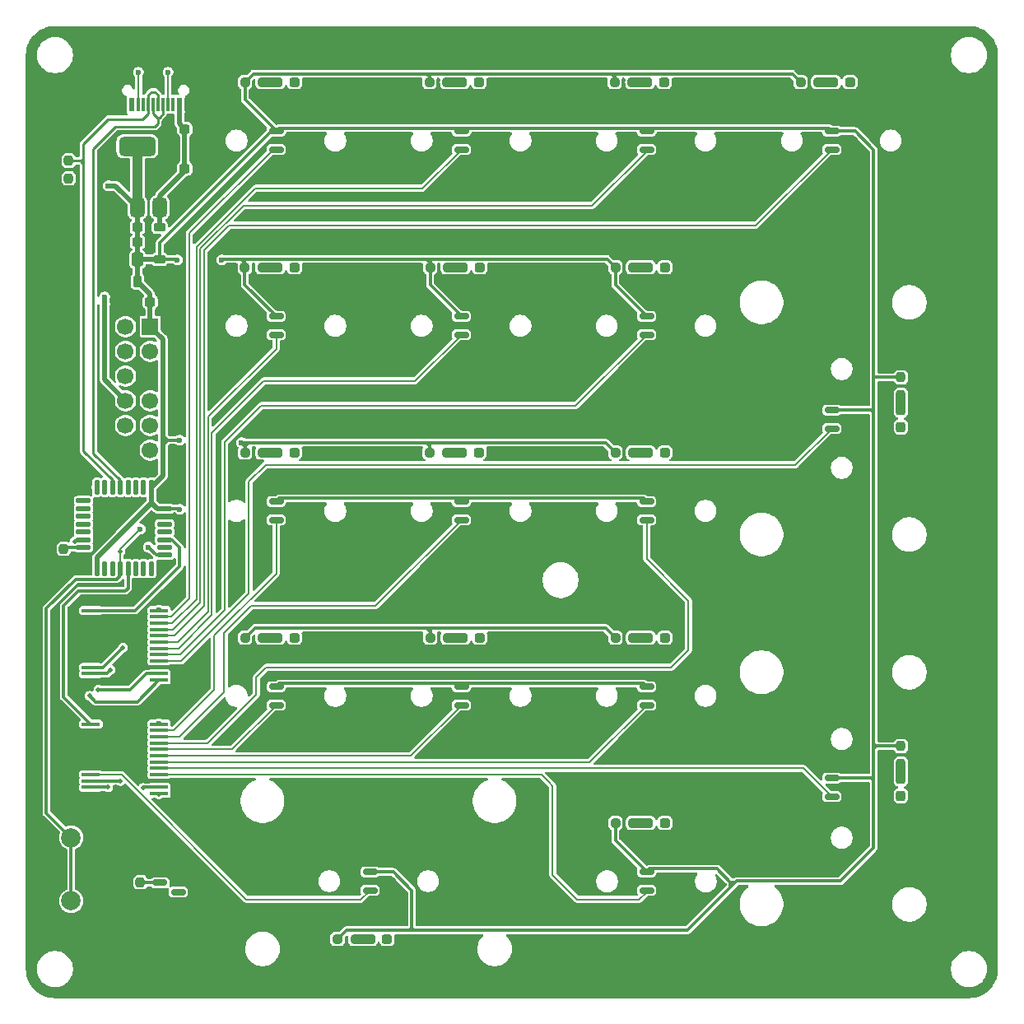
<source format=gbr>
%TF.GenerationSoftware,KiCad,Pcbnew,9.0.4*%
%TF.CreationDate,2026-01-03T23:46:06+09:00*%
%TF.ProjectId,rapidtrigger_keyboard,72617069-6474-4726-9967-6765725f6b65,rev?*%
%TF.SameCoordinates,Original*%
%TF.FileFunction,Copper,L1,Top*%
%TF.FilePolarity,Positive*%
%FSLAX46Y46*%
G04 Gerber Fmt 4.6, Leading zero omitted, Abs format (unit mm)*
G04 Created by KiCad (PCBNEW 9.0.4) date 2026-01-03 23:46:06*
%MOMM*%
%LPD*%
G01*
G04 APERTURE LIST*
G04 Aperture macros list*
%AMRoundRect*
0 Rectangle with rounded corners*
0 $1 Rounding radius*
0 $2 $3 $4 $5 $6 $7 $8 $9 X,Y pos of 4 corners*
0 Add a 4 corners polygon primitive as box body*
4,1,4,$2,$3,$4,$5,$6,$7,$8,$9,$2,$3,0*
0 Add four circle primitives for the rounded corners*
1,1,$1+$1,$2,$3*
1,1,$1+$1,$4,$5*
1,1,$1+$1,$6,$7*
1,1,$1+$1,$8,$9*
0 Add four rect primitives between the rounded corners*
20,1,$1+$1,$2,$3,$4,$5,0*
20,1,$1+$1,$4,$5,$6,$7,0*
20,1,$1+$1,$6,$7,$8,$9,0*
20,1,$1+$1,$8,$9,$2,$3,0*%
G04 Aperture macros list end*
%TA.AperFunction,SMDPad,CuDef*%
%ADD10R,0.600000X1.450000*%
%TD*%
%TA.AperFunction,SMDPad,CuDef*%
%ADD11R,0.300000X1.450000*%
%TD*%
%TA.AperFunction,HeatsinkPad*%
%ADD12O,1.000000X2.100000*%
%TD*%
%TA.AperFunction,HeatsinkPad*%
%ADD13O,1.000000X1.600000*%
%TD*%
%TA.AperFunction,SMDPad,CuDef*%
%ADD14RoundRect,0.150000X-0.587500X-0.150000X0.587500X-0.150000X0.587500X0.150000X-0.587500X0.150000X0*%
%TD*%
%TA.AperFunction,SMDPad,CuDef*%
%ADD15RoundRect,0.237500X0.287500X0.237500X-0.287500X0.237500X-0.287500X-0.237500X0.287500X-0.237500X0*%
%TD*%
%TA.AperFunction,SMDPad,CuDef*%
%ADD16RoundRect,0.237500X0.250000X0.237500X-0.250000X0.237500X-0.250000X-0.237500X0.250000X-0.237500X0*%
%TD*%
%TA.AperFunction,SMDPad,CuDef*%
%ADD17RoundRect,0.237500X-0.237500X0.250000X-0.237500X-0.250000X0.237500X-0.250000X0.237500X0.250000X0*%
%TD*%
%TA.AperFunction,SMDPad,CuDef*%
%ADD18RoundRect,0.100000X-0.850000X-0.100000X0.850000X-0.100000X0.850000X0.100000X-0.850000X0.100000X0*%
%TD*%
%TA.AperFunction,SMDPad,CuDef*%
%ADD19RoundRect,0.237500X0.300000X0.237500X-0.300000X0.237500X-0.300000X-0.237500X0.300000X-0.237500X0*%
%TD*%
%TA.AperFunction,SMDPad,CuDef*%
%ADD20RoundRect,0.237500X0.237500X-0.287500X0.237500X0.287500X-0.237500X0.287500X-0.237500X-0.287500X0*%
%TD*%
%TA.AperFunction,SMDPad,CuDef*%
%ADD21RoundRect,0.237500X0.237500X-0.250000X0.237500X0.250000X-0.237500X0.250000X-0.237500X-0.250000X0*%
%TD*%
%TA.AperFunction,SMDPad,CuDef*%
%ADD22RoundRect,0.225000X0.225000X0.375000X-0.225000X0.375000X-0.225000X-0.375000X0.225000X-0.375000X0*%
%TD*%
%TA.AperFunction,SMDPad,CuDef*%
%ADD23RoundRect,0.237500X-0.300000X-0.237500X0.300000X-0.237500X0.300000X0.237500X-0.300000X0.237500X0*%
%TD*%
%TA.AperFunction,ComponentPad*%
%ADD24R,1.700000X1.700000*%
%TD*%
%TA.AperFunction,ComponentPad*%
%ADD25C,1.700000*%
%TD*%
%TA.AperFunction,SMDPad,CuDef*%
%ADD26RoundRect,0.250000X0.337500X0.475000X-0.337500X0.475000X-0.337500X-0.475000X0.337500X-0.475000X0*%
%TD*%
%TA.AperFunction,SMDPad,CuDef*%
%ADD27RoundRect,0.375000X0.375000X-0.625000X0.375000X0.625000X-0.375000X0.625000X-0.375000X-0.625000X0*%
%TD*%
%TA.AperFunction,SMDPad,CuDef*%
%ADD28RoundRect,0.500000X1.400000X-0.500000X1.400000X0.500000X-1.400000X0.500000X-1.400000X-0.500000X0*%
%TD*%
%TA.AperFunction,SMDPad,CuDef*%
%ADD29RoundRect,0.125000X0.125000X-0.625000X0.125000X0.625000X-0.125000X0.625000X-0.125000X-0.625000X0*%
%TD*%
%TA.AperFunction,SMDPad,CuDef*%
%ADD30RoundRect,0.125000X0.625000X-0.125000X0.625000X0.125000X-0.625000X0.125000X-0.625000X-0.125000X0*%
%TD*%
%TA.AperFunction,SMDPad,CuDef*%
%ADD31RoundRect,0.225000X-0.375000X0.225000X-0.375000X-0.225000X0.375000X-0.225000X0.375000X0.225000X0*%
%TD*%
%TA.AperFunction,ComponentPad*%
%ADD32C,2.000000*%
%TD*%
%TA.AperFunction,ViaPad*%
%ADD33C,0.600000*%
%TD*%
%TA.AperFunction,ViaPad*%
%ADD34C,0.500000*%
%TD*%
%TA.AperFunction,Conductor*%
%ADD35C,0.300000*%
%TD*%
%TA.AperFunction,Conductor*%
%ADD36C,0.500000*%
%TD*%
%TA.AperFunction,Conductor*%
%ADD37C,1.000000*%
%TD*%
%TA.AperFunction,Conductor*%
%ADD38C,0.250000*%
%TD*%
%TA.AperFunction,Conductor*%
%ADD39C,0.200000*%
%TD*%
G04 APERTURE END LIST*
D10*
%TO.P,J1,A1,GND*%
%TO.N,GND*%
X133604000Y-51069000D03*
%TO.P,J1,A4,VBUS*%
%TO.N,+5V*%
X132804000Y-51069000D03*
D11*
%TO.P,J1,A5,CC1*%
%TO.N,Net-(J1-CC1)*%
X131604000Y-51069000D03*
%TO.P,J1,A6,D+*%
%TO.N,USB_DP*%
X130604000Y-51069000D03*
%TO.P,J1,A7,D-*%
%TO.N,USB_DM*%
X130104000Y-51069000D03*
%TO.P,J1,A8,SBU1*%
%TO.N,unconnected-(J1-SBU1-PadA8)*%
X129104000Y-51069000D03*
D10*
%TO.P,J1,A9,VBUS*%
%TO.N,+5V*%
X127904000Y-51069000D03*
%TO.P,J1,A12,GND*%
%TO.N,GND*%
X127104000Y-51069000D03*
%TO.P,J1,B1,GND*%
X127104000Y-51069000D03*
%TO.P,J1,B4,VBUS*%
%TO.N,+5V*%
X127904000Y-51069000D03*
D11*
%TO.P,J1,B5,CC2*%
%TO.N,Net-(J1-CC2)*%
X128604000Y-51069000D03*
%TO.P,J1,B6,D+*%
%TO.N,USB_DP*%
X129604000Y-51069000D03*
%TO.P,J1,B7,D-*%
%TO.N,USB_DM*%
X131104000Y-51069000D03*
%TO.P,J1,B8,SBU2*%
%TO.N,unconnected-(J1-SBU2-PadB8)*%
X132104000Y-51069000D03*
D10*
%TO.P,J1,B9,VBUS*%
%TO.N,+5V*%
X132804000Y-51069000D03*
%TO.P,J1,B12,GND*%
%TO.N,GND*%
X133604000Y-51069000D03*
D12*
%TO.P,J1,S1,SHIELD*%
X134674000Y-50154000D03*
D13*
X134674000Y-45974000D03*
D12*
X126034000Y-50154000D03*
D13*
X126034000Y-45974000D03*
%TD*%
D14*
%TO.P,U29,1,VCC*%
%TO.N,+3V3*%
X180852500Y-72854000D03*
%TO.P,U29,2,OUT*%
%TO.N,ADC2_3:3*%
X180852500Y-74754000D03*
%TO.P,U29,3,GND*%
%TO.N,GND*%
X182727500Y-73804000D03*
%TD*%
D15*
%TO.P,D16,1,K*%
%TO.N,COM_FET*%
X182739000Y-124968000D03*
%TO.P,D16,2,A*%
%TO.N,Net-(D16-A)*%
X180989000Y-124968000D03*
%TD*%
D14*
%TO.P,U35,1,VCC*%
%TO.N,+3V3*%
X199902500Y-82506000D03*
%TO.P,U35,2,OUT*%
%TO.N,ADC2_3:0*%
X199902500Y-84406000D03*
%TO.P,U35,3,GND*%
%TO.N,GND*%
X201777500Y-83456000D03*
%TD*%
D16*
%TO.P,R19,1*%
%TO.N,Net-(D16-A)*%
X179465000Y-124968000D03*
%TO.P,R19,2*%
%TO.N,+3V3*%
X177640000Y-124968000D03*
%TD*%
D15*
%TO.P,D17,1,K*%
%TO.N,COM_FET*%
X201789000Y-48768000D03*
%TO.P,D17,2,A*%
%TO.N,Net-(D17-A)*%
X200039000Y-48768000D03*
%TD*%
%TO.P,D10,1,K*%
%TO.N,COM_FET*%
X163615000Y-86868000D03*
%TO.P,D10,2,A*%
%TO.N,Net-(D10-A)*%
X161865000Y-86868000D03*
%TD*%
D17*
%TO.P,R3,1*%
%TO.N,USB_DP*%
X121412000Y-56849000D03*
%TO.P,R3,2*%
%TO.N,+3V3*%
X121412000Y-58674000D03*
%TD*%
D14*
%TO.P,U21,1,VCC*%
%TO.N,+3V3*%
X142752500Y-110954000D03*
%TO.P,U21,2,OUT*%
%TO.N,ADC1_1:3*%
X142752500Y-112854000D03*
%TO.P,U21,3,GND*%
%TO.N,GND*%
X144627500Y-111904000D03*
%TD*%
D18*
%TO.P,U37,1,COM*%
%TO.N,ADC1_1*%
X123698000Y-114808000D03*
%TO.P,U37,2,I7*%
%TO.N,GND*%
X123698000Y-115458000D03*
%TO.P,U37,3,I6*%
X123698000Y-116108000D03*
%TO.P,U37,4,I5*%
X123698000Y-116758000D03*
%TO.P,U37,5,I4*%
X123698000Y-117408000D03*
%TO.P,U37,6,I3*%
X123698000Y-118058000D03*
%TO.P,U37,7,I2*%
X123698000Y-118708000D03*
%TO.P,U37,8,I1*%
X123698000Y-119358000D03*
%TO.P,U37,9,I0*%
%TO.N,ADC1_1:0*%
X123698000Y-120008000D03*
%TO.P,U37,10,S0*%
%TO.N,SELECT_0*%
X123698000Y-120658000D03*
%TO.P,U37,11,S1*%
%TO.N,SELECT_1*%
X123698000Y-121308000D03*
%TO.P,U37,12,GND*%
%TO.N,GND*%
X123698000Y-121958000D03*
%TO.P,U37,13,S3*%
%TO.N,SELECT_3*%
X130698000Y-121958000D03*
%TO.P,U37,14,S2*%
%TO.N,SELECT_2*%
X130698000Y-121308000D03*
%TO.P,U37,15,~{E}*%
%TO.N,GND*%
X130698000Y-120658000D03*
%TO.P,U37,16,I15*%
%TO.N,ADC1_1:1*%
X130698000Y-120008000D03*
%TO.P,U37,17,I14*%
%TO.N,ADC1_1:2*%
X130698000Y-119358000D03*
%TO.P,U37,18,I13*%
%TO.N,ADC1_1:5*%
X130698000Y-118708000D03*
%TO.P,U37,19,I12*%
%TO.N,ADC1_1:4*%
X130698000Y-118058000D03*
%TO.P,U37,20,I11*%
%TO.N,ADC1_1:3*%
X130698000Y-117408000D03*
%TO.P,U37,21,I10*%
%TO.N,ADC1_1:8*%
X130698000Y-116758000D03*
%TO.P,U37,22,I9*%
%TO.N,ADC1_1:7*%
X130698000Y-116108000D03*
%TO.P,U37,23,I8*%
%TO.N,ADC1_1:6*%
X130698000Y-115458000D03*
%TO.P,U37,24,VCC*%
%TO.N,+3V3*%
X130698000Y-114808000D03*
%TD*%
D16*
%TO.P,R15,1*%
%TO.N,Net-(D12-A)*%
X179391000Y-48768000D03*
%TO.P,R15,2*%
%TO.N,+3V3*%
X177566000Y-48768000D03*
%TD*%
D14*
%TO.P,U28,1,VCC*%
%TO.N,+3V3*%
X180852500Y-53804000D03*
%TO.P,U28,2,OUT*%
%TO.N,ADC2_3:6*%
X180852500Y-55704000D03*
%TO.P,U28,3,GND*%
%TO.N,GND*%
X182727500Y-54754000D03*
%TD*%
D16*
%TO.P,R16,1*%
%TO.N,Net-(D13-A)*%
X179465000Y-67818000D03*
%TO.P,R16,2*%
%TO.N,+3V3*%
X177640000Y-67818000D03*
%TD*%
D15*
%TO.P,D3,1,K*%
%TO.N,COM_FET*%
X144639000Y-105918000D03*
%TO.P,D3,2,A*%
%TO.N,Net-(D3-A)*%
X142889000Y-105918000D03*
%TD*%
%TO.P,D13,1,K*%
%TO.N,COM_FET*%
X182739000Y-67818000D03*
%TO.P,D13,2,A*%
%TO.N,Net-(D13-A)*%
X180989000Y-67818000D03*
%TD*%
D19*
%TO.P,C1,1*%
%TO.N,+3V3*%
X129794000Y-71374000D03*
%TO.P,C1,2*%
%TO.N,GND*%
X128069000Y-71374000D03*
%TD*%
D14*
%TO.P,U25,1,VCC*%
%TO.N,+3V3*%
X161802500Y-72854000D03*
%TO.P,U25,2,OUT*%
%TO.N,ADC2_3:2*%
X161802500Y-74754000D03*
%TO.P,U25,3,GND*%
%TO.N,GND*%
X163677500Y-73804000D03*
%TD*%
D15*
%TO.P,D2,1,K*%
%TO.N,COM_FET*%
X144639000Y-86868000D03*
%TO.P,D2,2,A*%
%TO.N,Net-(D2-A)*%
X142889000Y-86868000D03*
%TD*%
%TO.P,D12,1,K*%
%TO.N,COM_FET*%
X182665000Y-48768000D03*
%TO.P,D12,2,A*%
%TO.N,Net-(D12-A)*%
X180915000Y-48768000D03*
%TD*%
D20*
%TO.P,D19,1,K*%
%TO.N,COM_FET*%
X207010000Y-122177000D03*
%TO.P,D19,2,A*%
%TO.N,Net-(D19-A)*%
X207010000Y-120427000D03*
%TD*%
D16*
%TO.P,R12,1*%
%TO.N,Net-(D11-A)*%
X160415000Y-105918000D03*
%TO.P,R12,2*%
%TO.N,+3V3*%
X158590000Y-105918000D03*
%TD*%
D21*
%TO.P,R22,1*%
%TO.N,Net-(D19-A)*%
X207010000Y-118903000D03*
%TO.P,R22,2*%
%TO.N,+3V3*%
X207010000Y-117078000D03*
%TD*%
D14*
%TO.P,U36,1,VCC*%
%TO.N,+3V3*%
X199902500Y-120352000D03*
%TO.P,U36,2,OUT*%
%TO.N,ADC1_1:2*%
X199902500Y-122252000D03*
%TO.P,U36,3,GND*%
%TO.N,GND*%
X201777500Y-121302000D03*
%TD*%
D16*
%TO.P,R17,1*%
%TO.N,Net-(D14-A)*%
X179465000Y-86868000D03*
%TO.P,R17,2*%
%TO.N,+3V3*%
X177640000Y-86868000D03*
%TD*%
%TO.P,R18,1*%
%TO.N,Net-(D15-A)*%
X179465000Y-105918000D03*
%TO.P,R18,2*%
%TO.N,+3V3*%
X177640000Y-105918000D03*
%TD*%
%TO.P,R11,1*%
%TO.N,Net-(D10-A)*%
X160341000Y-86868000D03*
%TO.P,R11,2*%
%TO.N,+3V3*%
X158516000Y-86868000D03*
%TD*%
D15*
%TO.P,D14,1,K*%
%TO.N,COM_FET*%
X182739000Y-86868000D03*
%TO.P,D14,2,A*%
%TO.N,Net-(D14-A)*%
X180989000Y-86868000D03*
%TD*%
D16*
%TO.P,R9,1*%
%TO.N,Net-(D8-A)*%
X160341000Y-48768000D03*
%TO.P,R9,2*%
%TO.N,+3V3*%
X158516000Y-48768000D03*
%TD*%
D15*
%TO.P,D6,1,K*%
%TO.N,COM_FET*%
X144629550Y-67818000D03*
%TO.P,D6,2,A*%
%TO.N,Net-(D6-A)*%
X142879550Y-67818000D03*
%TD*%
%TO.P,D8,1,K*%
%TO.N,COM_FET*%
X163615000Y-48768000D03*
%TO.P,D8,2,A*%
%TO.N,Net-(D8-A)*%
X161865000Y-48768000D03*
%TD*%
D22*
%TO.P,D7,1,K*%
%TO.N,+3V3*%
X128486000Y-69292000D03*
%TO.P,D7,2,A*%
%TO.N,GND*%
X125186000Y-69292000D03*
%TD*%
D23*
%TO.P,C3,1*%
%TO.N,+5V*%
X133350000Y-57658000D03*
%TO.P,C3,2*%
%TO.N,GND*%
X135075000Y-57658000D03*
%TD*%
D14*
%TO.P,U34,1,VCC*%
%TO.N,+3V3*%
X199902500Y-53804000D03*
%TO.P,U34,2,OUT*%
%TO.N,ADC2_3:7*%
X199902500Y-55704000D03*
%TO.P,U34,3,GND*%
%TO.N,GND*%
X201777500Y-54754000D03*
%TD*%
%TO.P,U26,1,VCC*%
%TO.N,+3V3*%
X161802500Y-91904000D03*
%TO.P,U26,2,OUT*%
%TO.N,ADC1_1:7*%
X161802500Y-93804000D03*
%TO.P,U26,3,GND*%
%TO.N,GND*%
X163677500Y-92854000D03*
%TD*%
D20*
%TO.P,D18,1,K*%
%TO.N,COM_FET*%
X207010000Y-84247000D03*
%TO.P,D18,2,A*%
%TO.N,Net-(D18-A)*%
X207010000Y-82497000D03*
%TD*%
D15*
%TO.P,D15,1,K*%
%TO.N,COM_FET*%
X182739000Y-105918000D03*
%TO.P,D15,2,A*%
%TO.N,Net-(D15-A)*%
X180989000Y-105918000D03*
%TD*%
D21*
%TO.P,R21,1*%
%TO.N,Net-(D18-A)*%
X207010000Y-80973000D03*
%TO.P,R21,2*%
%TO.N,+3V3*%
X207010000Y-79148000D03*
%TD*%
D24*
%TO.P,J2,1,Pin_1*%
%TO.N,+3V3*%
X129794000Y-73914000D03*
D25*
%TO.P,J2,2,Pin_2*%
%TO.N,unconnected-(J2-Pin_2-Pad2)*%
X127254000Y-73914000D03*
%TO.P,J2,3,Pin_3*%
%TO.N,SWCLK*%
X129794000Y-76454000D03*
%TO.P,J2,4,Pin_4*%
%TO.N,UART_TX*%
X127254000Y-76454000D03*
%TO.P,J2,5,Pin_5*%
%TO.N,GND*%
X129794000Y-78994000D03*
%TO.P,J2,6,Pin_6*%
%TO.N,UART_RX*%
X127254000Y-78994000D03*
%TO.P,J2,7,Pin_7*%
%TO.N,SWDIO*%
X129794000Y-81534000D03*
%TO.P,J2,8,Pin_8*%
%TO.N,+5V*%
X127254000Y-81534000D03*
%TO.P,J2,9,Pin_9*%
%TO.N,RESET*%
X129794000Y-84074000D03*
%TO.P,J2,10,Pin_10*%
%TO.N,MCO_IN*%
X127254000Y-84074000D03*
%TO.P,J2,11,Pin_11*%
%TO.N,unconnected-(J2-Pin_11-Pad11)*%
X129794000Y-86614000D03*
%TO.P,J2,12,Pin_12*%
%TO.N,GND*%
X127254000Y-86614000D03*
%TD*%
D16*
%TO.P,R8,1*%
%TO.N,Net-(D6-A)*%
X141355550Y-67818000D03*
%TO.P,R8,2*%
%TO.N,+3V3*%
X139530550Y-67818000D03*
%TD*%
D14*
%TO.P,U27,1,VCC*%
%TO.N,+3V3*%
X161802500Y-110954000D03*
%TO.P,U27,2,OUT*%
%TO.N,ADC1_1:4*%
X161802500Y-112854000D03*
%TO.P,U27,3,GND*%
%TO.N,GND*%
X163677500Y-111904000D03*
%TD*%
D16*
%TO.P,R4,1*%
%TO.N,Net-(D2-A)*%
X141365000Y-86868000D03*
%TO.P,R4,2*%
%TO.N,+3V3*%
X139540000Y-86868000D03*
%TD*%
%TO.P,R6,1*%
%TO.N,Net-(D4-A)*%
X150885500Y-136906000D03*
%TO.P,R6,2*%
%TO.N,+3V3*%
X149060500Y-136906000D03*
%TD*%
D14*
%TO.P,U22,1,VCC*%
%TO.N,+3V3*%
X152404500Y-130004000D03*
%TO.P,U22,2,OUT*%
%TO.N,ADC1_1:0*%
X152404500Y-131904000D03*
%TO.P,U22,3,GND*%
%TO.N,GND*%
X154279500Y-130954000D03*
%TD*%
D16*
%TO.P,R7,1*%
%TO.N,Net-(D5-A)*%
X141365000Y-48768000D03*
%TO.P,R7,2*%
%TO.N,+3V3*%
X139540000Y-48768000D03*
%TD*%
D15*
%TO.P,D4,1,K*%
%TO.N,COM_FET*%
X154159500Y-136906000D03*
%TO.P,D4,2,A*%
%TO.N,Net-(D4-A)*%
X152409500Y-136906000D03*
%TD*%
D14*
%TO.P,U19,1,VCC*%
%TO.N,+3V3*%
X142752500Y-72854000D03*
%TO.P,U19,2,OUT*%
%TO.N,ADC2_3:1*%
X142752500Y-74754000D03*
%TO.P,U19,3,GND*%
%TO.N,GND*%
X144627500Y-73804000D03*
%TD*%
D26*
%TO.P,C6,1*%
%TO.N,+3V3*%
X128486000Y-67006000D03*
%TO.P,C6,2*%
%TO.N,GND*%
X126411000Y-67006000D03*
%TD*%
D14*
%TO.P,Q1,1,G*%
%TO.N,LED_PWM*%
X130810000Y-131130000D03*
%TO.P,Q1,2,S*%
%TO.N,GND*%
X130810000Y-133030000D03*
%TO.P,Q1,3,D*%
%TO.N,COM_FET*%
X132685000Y-132080000D03*
%TD*%
D21*
%TO.P,R14,1*%
%TO.N,GND*%
X120904000Y-98599000D03*
%TO.P,R14,2*%
%TO.N,Net-(U33-PB8)*%
X120904000Y-96774000D03*
%TD*%
D19*
%TO.P,C5,1*%
%TO.N,+3V3*%
X128486000Y-65228000D03*
%TO.P,C5,2*%
%TO.N,GND*%
X126761000Y-65228000D03*
%TD*%
D23*
%TO.P,C2,1*%
%TO.N,+5V*%
X133350000Y-53594000D03*
%TO.P,C2,2*%
%TO.N,GND*%
X135075000Y-53594000D03*
%TD*%
D16*
%TO.P,R5,1*%
%TO.N,Net-(D3-A)*%
X141365000Y-105918000D03*
%TO.P,R5,2*%
%TO.N,+3V3*%
X139540000Y-105918000D03*
%TD*%
D18*
%TO.P,U38,1,COM*%
%TO.N,ADC2_3*%
X123698000Y-103124000D03*
%TO.P,U38,2,I7*%
%TO.N,GND*%
X123698000Y-103774000D03*
%TO.P,U38,3,I6*%
X123698000Y-104424000D03*
%TO.P,U38,4,I5*%
X123698000Y-105074000D03*
%TO.P,U38,5,I4*%
X123698000Y-105724000D03*
%TO.P,U38,6,I3*%
X123698000Y-106374000D03*
%TO.P,U38,7,I2*%
X123698000Y-107024000D03*
%TO.P,U38,8,I1*%
X123698000Y-107674000D03*
%TO.P,U38,9,I0*%
X123698000Y-108324000D03*
%TO.P,U38,10,S0*%
%TO.N,SELECT_0*%
X123698000Y-108974000D03*
%TO.P,U38,11,S1*%
%TO.N,SELECT_1*%
X123698000Y-109624000D03*
%TO.P,U38,12,GND*%
%TO.N,GND*%
X123698000Y-110274000D03*
%TO.P,U38,13,S3*%
%TO.N,SELECT_3*%
X130698000Y-110274000D03*
%TO.P,U38,14,S2*%
%TO.N,SELECT_2*%
X130698000Y-109624000D03*
%TO.P,U38,15,~{E}*%
%TO.N,GND*%
X130698000Y-108974000D03*
%TO.P,U38,16,I15*%
%TO.N,ADC2_3:0*%
X130698000Y-108324000D03*
%TO.P,U38,17,I14*%
%TO.N,ADC2_3:3*%
X130698000Y-107674000D03*
%TO.P,U38,18,I13*%
%TO.N,ADC2_3:2*%
X130698000Y-107024000D03*
%TO.P,U38,19,I12*%
%TO.N,ADC2_3:1*%
X130698000Y-106374000D03*
%TO.P,U38,20,I11*%
%TO.N,ADC2_3:7*%
X130698000Y-105724000D03*
%TO.P,U38,21,I10*%
%TO.N,ADC2_3:6*%
X130698000Y-105074000D03*
%TO.P,U38,22,I9*%
%TO.N,ADC2_3:5*%
X130698000Y-104424000D03*
%TO.P,U38,23,I8*%
%TO.N,ADC2_3:4*%
X130698000Y-103774000D03*
%TO.P,U38,24,VCC*%
%TO.N,+3V3*%
X130698000Y-103124000D03*
%TD*%
D15*
%TO.P,D11,1,K*%
%TO.N,COM_FET*%
X163689000Y-105918000D03*
%TO.P,D11,2,A*%
%TO.N,Net-(D11-A)*%
X161939000Y-105918000D03*
%TD*%
D14*
%TO.P,U20,1,VCC*%
%TO.N,+3V3*%
X142752500Y-91904000D03*
%TO.P,U20,2,OUT*%
%TO.N,ADC1_1:6*%
X142752500Y-93804000D03*
%TO.P,U20,3,GND*%
%TO.N,GND*%
X144627500Y-92854000D03*
%TD*%
D15*
%TO.P,D5,1,K*%
%TO.N,COM_FET*%
X144639000Y-48768000D03*
%TO.P,D5,2,A*%
%TO.N,Net-(D5-A)*%
X142889000Y-48768000D03*
%TD*%
D27*
%TO.P,U23,1,GND*%
%TO.N,GND*%
X126172000Y-61672000D03*
%TO.P,U23,2,VO*%
%TO.N,+3V3*%
X128472000Y-61672000D03*
D28*
X128472000Y-55372000D03*
D27*
%TO.P,U23,3,VI*%
%TO.N,+5V*%
X130772000Y-61672000D03*
%TD*%
D14*
%TO.P,U24,1,VCC*%
%TO.N,+3V3*%
X161802500Y-53804000D03*
%TO.P,U24,2,OUT*%
%TO.N,ADC2_3:5*%
X161802500Y-55704000D03*
%TO.P,U24,3,GND*%
%TO.N,GND*%
X163677500Y-54754000D03*
%TD*%
%TO.P,U18,1,VCC*%
%TO.N,+3V3*%
X142752500Y-53804000D03*
%TO.P,U18,2,OUT*%
%TO.N,ADC2_3:4*%
X142752500Y-55704000D03*
%TO.P,U18,3,GND*%
%TO.N,GND*%
X144627500Y-54754000D03*
%TD*%
D29*
%TO.P,U33,1,VDD*%
%TO.N,+3V3*%
X124311000Y-98809000D03*
%TO.P,U33,2,PF0*%
%TO.N,unconnected-(U33-PF0-Pad2)*%
X125111000Y-98809000D03*
%TO.P,U33,3,PF1*%
%TO.N,unconnected-(U33-PF1-Pad3)*%
X125911000Y-98809000D03*
%TO.P,U33,4,PG10*%
%TO.N,RESET*%
X126711000Y-98809000D03*
%TO.P,U33,5,PA0*%
%TO.N,ADC1_1*%
X127511000Y-98809000D03*
%TO.P,U33,6,PA1*%
%TO.N,unconnected-(U33-PA1-Pad6)*%
X128311000Y-98809000D03*
%TO.P,U33,7,PA2*%
%TO.N,UART_TX*%
X129111000Y-98809000D03*
%TO.P,U33,8,PA3*%
%TO.N,UART_RX*%
X129911000Y-98809000D03*
D30*
%TO.P,U33,9,PA4*%
%TO.N,LED_PWM*%
X131286000Y-97434000D03*
%TO.P,U33,10,PA5*%
%TO.N,unconnected-(U33-PA5-Pad10)*%
X131286000Y-96634000D03*
%TO.P,U33,11,PA6*%
%TO.N,ADC2_3*%
X131286000Y-95834000D03*
%TO.P,U33,12,PA7*%
%TO.N,unconnected-(U33-PA7-Pad12)*%
X131286000Y-95034000D03*
%TO.P,U33,13,PB0*%
%TO.N,unconnected-(U33-PB0-Pad13)*%
X131286000Y-94234000D03*
%TO.P,U33,14,VSSA*%
%TO.N,GND*%
X131286000Y-93434000D03*
%TO.P,U33,15,VDDA*%
%TO.N,+3V3*%
X131286000Y-92634000D03*
%TO.P,U33,16,VSS*%
%TO.N,GND*%
X131286000Y-91834000D03*
D29*
%TO.P,U33,17,VDD*%
%TO.N,+3V3*%
X129911000Y-90459000D03*
%TO.P,U33,18,PA8*%
%TO.N,unconnected-(U33-PA8-Pad18)*%
X129111000Y-90459000D03*
%TO.P,U33,19,PA9*%
%TO.N,unconnected-(U33-PA9-Pad19)*%
X128311000Y-90459000D03*
%TO.P,U33,20,PA10*%
%TO.N,unconnected-(U33-PA10-Pad20)*%
X127511000Y-90459000D03*
%TO.P,U33,21,PA11*%
%TO.N,USB_DM*%
X126711000Y-90459000D03*
%TO.P,U33,22,PA12*%
%TO.N,USB_DP*%
X125911000Y-90459000D03*
%TO.P,U33,23,PA13*%
%TO.N,SWDIO*%
X125111000Y-90459000D03*
%TO.P,U33,24,PA14*%
%TO.N,SWCLK*%
X124311000Y-90459000D03*
D30*
%TO.P,U33,25,PA15*%
%TO.N,unconnected-(U33-PA15-Pad25)*%
X122936000Y-91834000D03*
%TO.P,U33,26,PB3*%
%TO.N,unconnected-(U33-PB3-Pad26)*%
X122936000Y-92634000D03*
%TO.P,U33,27,PB4*%
%TO.N,SELECT_0*%
X122936000Y-93434000D03*
%TO.P,U33,28,PB5*%
%TO.N,SELECT_1*%
X122936000Y-94234000D03*
%TO.P,U33,29,PB6*%
%TO.N,SELECT_2*%
X122936000Y-95034000D03*
%TO.P,U33,30,PB7*%
%TO.N,SELECT_3*%
X122936000Y-95834000D03*
%TO.P,U33,31,PB8*%
%TO.N,Net-(U33-PB8)*%
X122936000Y-96634000D03*
%TO.P,U33,32,VSS*%
%TO.N,GND*%
X122936000Y-97434000D03*
%TD*%
D19*
%TO.P,C4,1*%
%TO.N,+3V3*%
X128486000Y-63704000D03*
%TO.P,C4,2*%
%TO.N,GND*%
X126761000Y-63704000D03*
%TD*%
D15*
%TO.P,D9,1,K*%
%TO.N,COM_FET*%
X163689000Y-67818000D03*
%TO.P,D9,2,A*%
%TO.N,Net-(D9-A)*%
X161939000Y-67818000D03*
%TD*%
D16*
%TO.P,R20,1*%
%TO.N,Net-(D17-A)*%
X198515000Y-48768000D03*
%TO.P,R20,2*%
%TO.N,+3V3*%
X196690000Y-48768000D03*
%TD*%
D14*
%TO.P,U31,1,VCC*%
%TO.N,+3V3*%
X180852500Y-110954000D03*
%TO.P,U31,2,OUT*%
%TO.N,ADC1_1:5*%
X180852500Y-112854000D03*
%TO.P,U31,3,GND*%
%TO.N,GND*%
X182727500Y-111904000D03*
%TD*%
D31*
%TO.P,D1,1,K*%
%TO.N,+5V*%
X130772000Y-63704000D03*
%TO.P,D1,2,A*%
%TO.N,+3V3*%
X130772000Y-67004000D03*
%TD*%
D21*
%TO.P,R23,1*%
%TO.N,GND*%
X128778000Y-132889000D03*
%TO.P,R23,2*%
%TO.N,LED_PWM*%
X128778000Y-131064000D03*
%TD*%
D16*
%TO.P,R10,1*%
%TO.N,Net-(D9-A)*%
X160415000Y-67818000D03*
%TO.P,R10,2*%
%TO.N,+3V3*%
X158590000Y-67818000D03*
%TD*%
D14*
%TO.P,U30,1,VCC*%
%TO.N,+3V3*%
X180852500Y-91904000D03*
%TO.P,U30,2,OUT*%
%TO.N,ADC1_1:8*%
X180852500Y-93804000D03*
%TO.P,U30,3,GND*%
%TO.N,GND*%
X182727500Y-92854000D03*
%TD*%
D32*
%TO.P,SW1,1,1*%
%TO.N,RESET*%
X121666000Y-132992000D03*
X121666000Y-126492000D03*
%TO.P,SW1,2,2*%
%TO.N,GND*%
X126166000Y-132992000D03*
X126166000Y-126492000D03*
%TD*%
D14*
%TO.P,U32,1,VCC*%
%TO.N,+3V3*%
X180852500Y-130004000D03*
%TO.P,U32,2,OUT*%
%TO.N,ADC1_1:1*%
X180852500Y-131904000D03*
%TO.P,U32,3,GND*%
%TO.N,GND*%
X182727500Y-130954000D03*
%TD*%
D33*
%TO.N,+3V3*%
X142752500Y-91904000D03*
X139540000Y-105918000D03*
X130698000Y-103074000D03*
X132842000Y-85598000D03*
X139192000Y-85852000D03*
X132842000Y-92710000D03*
X142752500Y-110954000D03*
X125476000Y-59436000D03*
X132588000Y-67056000D03*
X130698000Y-114758000D03*
D34*
X126746000Y-95203000D03*
D33*
X121412000Y-58674000D03*
X137160000Y-67056000D03*
D34*
%TO.N,GND*%
X131826000Y-62992000D03*
X117502540Y-78150762D03*
X176530000Y-87122000D03*
X124927159Y-55876905D03*
X203454000Y-97028000D03*
X214022587Y-115273857D03*
X211547714Y-78150762D03*
X179374365Y-90525127D03*
X174424619Y-50927159D03*
X133096000Y-64008000D03*
X135128000Y-59436000D03*
X164525127Y-50927159D03*
X211547714Y-102899492D03*
X164525127Y-100424619D03*
X209072841Y-90525127D03*
X150114000Y-103632000D03*
X122452286Y-142497460D03*
X186798984Y-132597968D03*
X119977413Y-65776397D03*
X199173349Y-115273857D03*
X147201016Y-83100508D03*
X209072841Y-50927159D03*
X136398000Y-83566000D03*
X191748730Y-102899492D03*
X125984000Y-82804000D03*
X211547714Y-142497460D03*
X162050254Y-83100508D03*
X196698476Y-122698476D03*
X196698476Y-142497460D03*
X135636000Y-108966000D03*
X120396000Y-117856000D03*
X214022587Y-120223603D03*
X196698476Y-102899492D03*
X194223603Y-65776397D03*
X134826651Y-135072841D03*
X186798984Y-137547714D03*
X137301524Y-53402032D03*
X189273857Y-55876905D03*
X117502540Y-122698476D03*
X129876905Y-95474873D03*
X143764000Y-60706000D03*
X162050254Y-137547714D03*
X199173349Y-60826651D03*
X140716000Y-92202000D03*
X122452286Y-53402032D03*
X169474873Y-75675889D03*
X211547714Y-122698476D03*
X133096000Y-99314000D03*
X206597968Y-58351778D03*
X169672000Y-120904000D03*
X191748730Y-127648222D03*
X189273857Y-140022587D03*
X147201016Y-73201016D03*
X184324111Y-90525127D03*
X209072841Y-135072841D03*
X127402032Y-127648222D03*
X216497460Y-73201016D03*
X144726143Y-130123095D03*
X203200000Y-125984000D03*
X167000000Y-78150762D03*
X178562000Y-125730000D03*
X134826651Y-140022587D03*
X117502540Y-53402032D03*
X143764000Y-103632000D03*
X191748730Y-142497460D03*
X149606000Y-109728000D03*
X159575381Y-100424619D03*
X145542000Y-62738000D03*
X133096000Y-88900000D03*
X194223603Y-85575381D03*
X159575381Y-75675889D03*
X139776397Y-140022587D03*
X153162000Y-106172000D03*
X117502540Y-102899492D03*
X124714000Y-58674000D03*
X209072841Y-80625635D03*
X216497460Y-58351778D03*
X186798984Y-107849238D03*
X186798984Y-68251270D03*
X122174000Y-120396000D03*
X216497460Y-107849238D03*
X159512000Y-92964000D03*
X162050254Y-102899492D03*
X129794000Y-112268000D03*
X124206000Y-96520000D03*
X124927159Y-80625635D03*
X184324111Y-50927159D03*
X152150762Y-127648222D03*
X137301524Y-127648222D03*
X121920000Y-99060000D03*
X149675889Y-90525127D03*
X130048000Y-49022000D03*
X194223603Y-115273857D03*
X117502540Y-112798984D03*
X174424619Y-115273857D03*
X169474873Y-90525127D03*
X204123095Y-130123095D03*
X164525127Y-125173349D03*
X194223603Y-80625635D03*
X171949746Y-127648222D03*
X211547714Y-88050254D03*
X179374365Y-50927159D03*
X133858000Y-125730000D03*
X174424619Y-70726143D03*
X204978000Y-122936000D03*
X211547714Y-107849238D03*
X216497460Y-88050254D03*
X176899492Y-58351778D03*
X211547714Y-137547714D03*
X191748730Y-117748730D03*
X211547714Y-127648222D03*
X174424619Y-135072841D03*
X147201016Y-142497460D03*
X124968000Y-110490000D03*
X176899492Y-107849238D03*
X176899492Y-137547714D03*
X211547714Y-97949746D03*
X122452286Y-43502540D03*
X209072841Y-65776397D03*
X206597968Y-102899492D03*
X142251270Y-83100508D03*
X154625635Y-140022587D03*
X122682000Y-112776000D03*
X138176000Y-90678000D03*
X162050254Y-117748730D03*
X140970000Y-60706000D03*
X201648222Y-117748730D03*
X171949746Y-132597968D03*
X174424619Y-75675889D03*
X181849238Y-137547714D03*
X216497460Y-83100508D03*
X154625635Y-70726143D03*
X189273857Y-50927159D03*
X136906000Y-116586000D03*
X122174000Y-105918000D03*
X154625635Y-65776397D03*
X189273857Y-135072841D03*
X179374365Y-115273857D03*
X206597968Y-73201016D03*
X149675889Y-45977413D03*
X117502540Y-132597968D03*
X147201016Y-112798984D03*
X152150762Y-58351778D03*
X142251270Y-107849238D03*
X179374365Y-65776397D03*
X191748730Y-97949746D03*
X194223603Y-75675889D03*
X167000000Y-68251270D03*
X209072841Y-115273857D03*
X184324111Y-115273857D03*
X145542000Y-64262000D03*
X119977413Y-100424619D03*
X216497460Y-102899492D03*
X204978000Y-117856000D03*
X189273857Y-75675889D03*
X174424619Y-45977413D03*
X149675889Y-60826651D03*
X169474873Y-80625635D03*
X201648222Y-63301524D03*
X129876905Y-135072841D03*
X191748730Y-137547714D03*
X127762000Y-105410000D03*
X209072841Y-45977413D03*
X141478000Y-53594000D03*
X199173349Y-75675889D03*
X206597968Y-68251270D03*
X169474873Y-65776397D03*
X119977413Y-75675889D03*
X119977413Y-60826651D03*
X144726143Y-125173349D03*
X154625635Y-55876905D03*
X184324111Y-135072841D03*
X130302000Y-132080000D03*
X164525127Y-55876905D03*
X171949746Y-107849238D03*
X157100508Y-122698476D03*
X149675889Y-95474873D03*
X119977413Y-135072841D03*
X152150762Y-43502540D03*
X162050254Y-78150762D03*
X139446000Y-117348000D03*
X137301524Y-78150762D03*
X171949746Y-43502540D03*
X201648222Y-142497460D03*
X211547714Y-117748730D03*
X137301524Y-112798984D03*
X138684000Y-120650000D03*
X209072841Y-140022587D03*
X169474873Y-60826651D03*
X162050254Y-132597968D03*
X117502540Y-48452286D03*
X157100508Y-43502540D03*
X130556000Y-101854000D03*
X147201016Y-43502540D03*
X199173349Y-105374365D03*
X176899492Y-97949746D03*
X169474873Y-130123095D03*
X162050254Y-93000000D03*
X124968000Y-104648000D03*
X209072841Y-100424619D03*
X206597968Y-53402032D03*
X124206000Y-102108000D03*
X176899492Y-117748730D03*
X140462000Y-81788000D03*
X214022587Y-135072841D03*
X206597968Y-107849238D03*
X167000000Y-83100508D03*
X154625635Y-45977413D03*
X129876905Y-125173349D03*
X145542000Y-88900000D03*
X181849238Y-122698476D03*
X162050254Y-58351778D03*
X157480000Y-106172000D03*
X133096000Y-84582000D03*
X163576000Y-120650000D03*
X129032000Y-103632000D03*
X138176000Y-108966000D03*
X149675889Y-140022587D03*
X167132000Y-87122000D03*
X117502540Y-107849238D03*
X164525127Y-45977413D03*
X138176000Y-105664000D03*
X184324111Y-55876905D03*
X198374000Y-54864000D03*
X214022587Y-90525127D03*
X196698476Y-83100508D03*
X214022587Y-55876905D03*
X122174000Y-114554000D03*
X149675889Y-135072841D03*
X165100000Y-111760000D03*
X154625635Y-90525127D03*
X209072841Y-130123095D03*
X130048000Y-93472000D03*
X143764000Y-64262000D03*
X127402032Y-88050254D03*
X136144000Y-81788000D03*
X157226000Y-62484000D03*
X142251270Y-43502540D03*
X144526000Y-117348000D03*
X132080000Y-57658000D03*
X171958000Y-109728000D03*
X189273857Y-120223603D03*
X145542000Y-103632000D03*
X140462000Y-103378000D03*
X131572000Y-66040000D03*
X171949746Y-122698476D03*
X184324111Y-120223603D03*
X145796000Y-106680000D03*
X214022587Y-105374365D03*
X131064000Y-55118000D03*
X161544000Y-109728000D03*
X124927159Y-130123095D03*
X122174000Y-109220000D03*
X181849238Y-127648222D03*
X127762000Y-113284000D03*
X186798984Y-127648222D03*
X201648222Y-58351778D03*
X176899492Y-83100508D03*
X132588000Y-126746000D03*
X119977413Y-80625635D03*
X169474873Y-50927159D03*
X139776397Y-45977413D03*
X164525127Y-75675889D03*
X216497460Y-127648222D03*
X149606000Y-108204000D03*
X145542000Y-81280000D03*
X133096000Y-76708000D03*
X159575381Y-90525127D03*
X138176000Y-102108000D03*
X155702000Y-108204000D03*
X211547714Y-93000000D03*
X171949746Y-78150762D03*
X139192000Y-62738000D03*
X138176000Y-64262000D03*
X191748730Y-78150762D03*
X157100508Y-142497460D03*
X129876905Y-65776397D03*
X154625635Y-80625635D03*
X174424619Y-95474873D03*
X174498000Y-125730000D03*
X124927159Y-45977413D03*
X129876905Y-100424619D03*
X149675889Y-80625635D03*
X143256000Y-120650000D03*
X127402032Y-43502540D03*
X167000000Y-102899492D03*
X127402032Y-58351778D03*
X211547714Y-43502540D03*
X214022587Y-70726143D03*
X206597968Y-137547714D03*
X199173349Y-110324111D03*
X179374365Y-100424619D03*
X130048000Y-45212000D03*
X121666000Y-110998000D03*
X124927159Y-50927159D03*
X186798984Y-142497460D03*
X124927159Y-140022587D03*
X189273857Y-70726143D03*
X134826651Y-130123095D03*
X154625635Y-95474873D03*
X127402032Y-68251270D03*
X138684000Y-99314000D03*
X140208000Y-56896000D03*
X199173349Y-130123095D03*
X196698476Y-127648222D03*
X129876905Y-140022587D03*
X167132000Y-62484000D03*
X162050254Y-127648222D03*
X216497460Y-137547714D03*
X120396000Y-112522000D03*
X216497460Y-93000000D03*
X122174000Y-102616000D03*
X169474873Y-45977413D03*
X142251270Y-142497460D03*
X206597968Y-127648222D03*
X179374365Y-130123095D03*
X179374365Y-55876905D03*
X119977413Y-90525127D03*
X170434000Y-125730000D03*
X171949746Y-58351778D03*
X137301524Y-68251270D03*
X126238000Y-94234000D03*
X137301524Y-43502540D03*
X133096000Y-91440000D03*
X191748730Y-68251270D03*
X134826651Y-115273857D03*
X141224000Y-101854000D03*
X179374365Y-60826651D03*
X181849238Y-83100508D03*
X184324111Y-65776397D03*
X152150762Y-78150762D03*
X211547714Y-48452286D03*
X159575381Y-60826651D03*
X117502540Y-137547714D03*
X181849238Y-117748730D03*
X142251270Y-127648222D03*
X171949746Y-102899492D03*
X138430000Y-81534000D03*
X124714000Y-84074000D03*
X159575381Y-65776397D03*
X171949746Y-117748730D03*
X172212000Y-62484000D03*
X141986000Y-98806000D03*
X122452286Y-137547714D03*
X159575381Y-80625635D03*
X169474873Y-100424619D03*
X178562000Y-111506000D03*
X152150762Y-112798984D03*
X143764000Y-68580000D03*
X137160000Y-131572000D03*
X128524000Y-116840000D03*
X152150762Y-73201016D03*
X137668000Y-56642000D03*
X203200000Y-102870000D03*
X119977413Y-85575381D03*
X211547714Y-132597968D03*
X179374365Y-80625635D03*
X194223603Y-55876905D03*
X117502540Y-117748730D03*
X149675889Y-65776397D03*
X141986000Y-88900000D03*
X152150762Y-122698476D03*
X191748730Y-43502540D03*
X124460000Y-91948000D03*
X124968000Y-107696000D03*
X119977413Y-50927159D03*
X164525127Y-140022587D03*
X203962000Y-54356000D03*
X205994000Y-120142000D03*
X137301524Y-142497460D03*
X194223603Y-90525127D03*
X125984000Y-85090000D03*
X130302000Y-87884000D03*
X132351778Y-142497460D03*
X201648222Y-73201016D03*
X147320000Y-87122000D03*
X189273857Y-115273857D03*
X157100508Y-127648222D03*
X135636000Y-106680000D03*
X181849238Y-107849238D03*
X137301524Y-48452286D03*
X149675889Y-115273857D03*
X204978000Y-116332000D03*
X181849238Y-43502540D03*
X214022587Y-110324111D03*
X196698476Y-43502540D03*
X154625635Y-115273857D03*
X209072841Y-125173349D03*
X153924000Y-131826000D03*
X211547714Y-83100508D03*
X199173349Y-135072841D03*
X143764000Y-101854000D03*
X164525127Y-115273857D03*
X157226000Y-87122000D03*
X162050254Y-142497460D03*
X167000000Y-43502540D03*
X164525127Y-95474873D03*
X174424619Y-90525127D03*
X196698476Y-137547714D03*
X196698476Y-132597968D03*
X142748000Y-73914000D03*
X132351778Y-73201016D03*
X214022587Y-95474873D03*
X152150762Y-83100508D03*
X132351778Y-112798984D03*
X204978000Y-121158000D03*
X119977413Y-130123095D03*
X129540000Y-68072000D03*
X191748730Y-83100508D03*
X133096000Y-86614000D03*
X189273857Y-80625635D03*
X127402032Y-93000000D03*
X196698476Y-93000000D03*
X140462000Y-68580000D03*
X186798984Y-117748730D03*
X164525127Y-135072841D03*
X137414000Y-59690000D03*
X137301524Y-137547714D03*
X117502540Y-93000000D03*
X177038000Y-109728000D03*
X132351778Y-137547714D03*
X157100508Y-83100508D03*
X189273857Y-95474873D03*
X194223603Y-120223603D03*
X174424619Y-65776397D03*
X152146000Y-62484000D03*
X189273857Y-45977413D03*
X214022587Y-80625635D03*
X139776397Y-125173349D03*
X146050000Y-54356000D03*
X194223603Y-140022587D03*
X159575381Y-130123095D03*
X154686000Y-129286000D03*
X184324111Y-105374365D03*
X157100508Y-102899492D03*
X199173349Y-65776397D03*
X117502540Y-97949746D03*
X216497460Y-132597968D03*
X157988000Y-117856000D03*
X167000000Y-58351778D03*
X216497460Y-53402032D03*
X184324111Y-140022587D03*
X147201016Y-58351778D03*
X127402032Y-142497460D03*
X144726143Y-45977413D03*
X154625635Y-75675889D03*
X139446000Y-104648000D03*
X194223603Y-45977413D03*
X194223603Y-100424619D03*
X169474873Y-135072841D03*
X169474873Y-140022587D03*
X154625635Y-125173349D03*
X129286000Y-88900000D03*
X186798984Y-122698476D03*
X174424619Y-140022587D03*
X191748730Y-122698476D03*
X122452286Y-48452286D03*
X127402032Y-137547714D03*
X196698476Y-107849238D03*
X135636000Y-110490000D03*
X161798000Y-62484000D03*
X117502540Y-83100508D03*
X136652000Y-62484000D03*
X199173349Y-80625635D03*
X189273857Y-60826651D03*
X142251270Y-93000000D03*
X214022587Y-130123095D03*
X167000000Y-117748730D03*
X211547714Y-68251270D03*
X154625635Y-135072841D03*
X149675889Y-70726143D03*
X214022587Y-125173349D03*
X211547714Y-112798984D03*
X161544000Y-108204000D03*
X162050254Y-97949746D03*
X196698476Y-112798984D03*
X147201016Y-78150762D03*
X216497460Y-63301524D03*
X176899492Y-102899492D03*
X179374365Y-140022587D03*
X176899492Y-122698476D03*
X196698476Y-73201016D03*
X196698476Y-78150762D03*
X167000000Y-142497460D03*
X162050254Y-122698476D03*
X128778000Y-97282000D03*
X121920000Y-97536000D03*
X143764000Y-80264000D03*
X216497460Y-48452286D03*
X201648222Y-137547714D03*
X152150762Y-68251270D03*
X128778000Y-96774000D03*
X167000000Y-127648222D03*
X145542000Y-85090000D03*
X140462000Y-87884000D03*
X143764000Y-62738000D03*
X216497460Y-68251270D03*
X179374365Y-95474873D03*
X152400000Y-87122000D03*
X201648222Y-93000000D03*
X174424619Y-60826651D03*
X206597968Y-97949746D03*
X164525127Y-80625635D03*
X147201016Y-97949746D03*
X143764000Y-114046000D03*
X139776397Y-130123095D03*
X181849238Y-142497460D03*
X167000000Y-97949746D03*
X171958000Y-87122000D03*
X214022587Y-75675889D03*
X199173349Y-70726143D03*
X155702000Y-109728000D03*
X159575381Y-55876905D03*
X184324111Y-60826651D03*
X181849238Y-58351778D03*
X154625635Y-50927159D03*
X145542000Y-108204000D03*
X201648222Y-132597968D03*
X203454000Y-121158000D03*
X131826000Y-130302000D03*
X201648222Y-122698476D03*
X214022587Y-65776397D03*
X135128000Y-61976000D03*
X214022587Y-60826651D03*
X199173349Y-140022587D03*
X157100508Y-137547714D03*
X129876905Y-130123095D03*
X117502540Y-58351778D03*
X211547714Y-53402032D03*
X169474873Y-55876905D03*
X128524000Y-120396000D03*
X117502540Y-73201016D03*
X199644000Y-125730000D03*
X152150762Y-142497460D03*
X189273857Y-90525127D03*
X186798984Y-97949746D03*
X140716000Y-90678000D03*
X143764000Y-94742000D03*
X216497460Y-117748730D03*
X149675889Y-125173349D03*
X147201016Y-122698476D03*
X137668000Y-84328000D03*
X129032000Y-108712000D03*
X139776397Y-75675889D03*
X139192000Y-101092000D03*
X164525127Y-60826651D03*
X159575381Y-135072841D03*
X139776397Y-65776397D03*
X196698476Y-68251270D03*
X144726143Y-140022587D03*
X138938000Y-60198000D03*
X171949746Y-142497460D03*
X117502540Y-63301524D03*
X209072841Y-75675889D03*
X186798984Y-58351778D03*
X179374365Y-45977413D03*
X171949746Y-73201016D03*
X174424619Y-120223603D03*
X159575381Y-45977413D03*
X149675889Y-75675889D03*
X120142000Y-103378000D03*
X119977413Y-95474873D03*
X201648222Y-68251270D03*
X189273857Y-110324111D03*
X134620000Y-64770000D03*
X132351778Y-122698476D03*
X159575381Y-50927159D03*
X169474873Y-95474873D03*
X159575381Y-125173349D03*
X138684000Y-96520000D03*
X129794000Y-60198000D03*
X140716000Y-96012000D03*
X216497460Y-112798984D03*
X139776397Y-135072841D03*
X132351778Y-68251270D03*
X174424619Y-130123095D03*
X124927159Y-125173349D03*
X152150762Y-97949746D03*
X147201016Y-68251270D03*
X152150762Y-93000000D03*
X171949746Y-68251270D03*
X203454000Y-117348000D03*
X196698476Y-97949746D03*
X141732000Y-112014000D03*
X184324111Y-70726143D03*
X206597968Y-112798984D03*
X125476000Y-93980000D03*
X203200000Y-107950000D03*
X137301524Y-73201016D03*
X157100508Y-78150762D03*
X204123095Y-45977413D03*
X191748730Y-112798984D03*
X186798984Y-83100508D03*
X157100508Y-58351778D03*
X194223603Y-50927159D03*
X117502540Y-68251270D03*
X181849238Y-102899492D03*
X131826000Y-52578000D03*
X199173349Y-45977413D03*
X121158000Y-124968000D03*
X134826651Y-55876905D03*
X117502540Y-88050254D03*
X164525127Y-130123095D03*
X167000000Y-107849238D03*
X206597968Y-63301524D03*
X184324111Y-80625635D03*
X214022587Y-50927159D03*
X189273857Y-85575381D03*
X124968000Y-86106000D03*
X199173349Y-90525127D03*
X184324111Y-45977413D03*
X189273857Y-65776397D03*
X214022587Y-85575381D03*
X162050254Y-43502540D03*
X211547714Y-58351778D03*
X142251270Y-58351778D03*
X138176000Y-86360000D03*
X159575381Y-140022587D03*
X191748730Y-58351778D03*
X142251270Y-78150762D03*
X169474873Y-70726143D03*
X147201016Y-93000000D03*
X214022587Y-100424619D03*
X122452286Y-88050254D03*
X209072841Y-55876905D03*
X196698476Y-117748730D03*
X174424619Y-55876905D03*
X186798984Y-78150762D03*
X138938000Y-133096000D03*
X126810000Y-100420000D03*
X117502540Y-127648222D03*
X132080000Y-60452000D03*
X174424619Y-100424619D03*
X149675889Y-130123095D03*
X206597968Y-48452286D03*
X167640000Y-124206000D03*
X145542000Y-109728000D03*
X171949746Y-112798984D03*
X159512000Y-112268000D03*
X176899492Y-43502540D03*
X164525127Y-65776397D03*
X171949746Y-83100508D03*
X133096000Y-81788000D03*
X147201016Y-137547714D03*
X199173349Y-100424619D03*
X204123095Y-135072841D03*
X184324111Y-85575381D03*
X138176000Y-94234000D03*
X132351778Y-43502540D03*
X194223603Y-105374365D03*
X211547714Y-73201016D03*
X194223603Y-130123095D03*
X140716000Y-100330000D03*
X169474873Y-115273857D03*
X189273857Y-105374365D03*
X149675889Y-50927159D03*
X167000000Y-132597968D03*
X171949746Y-93000000D03*
X206597968Y-43502540D03*
X209072841Y-105374365D03*
X176899492Y-142497460D03*
X184324111Y-95474873D03*
X179374365Y-85575381D03*
X209072841Y-120223603D03*
X164525127Y-70726143D03*
X127762000Y-110236000D03*
X143764000Y-85090000D03*
X204123095Y-140022587D03*
X171949746Y-137547714D03*
X184324111Y-110324111D03*
X216497460Y-122698476D03*
X201422000Y-55626000D03*
X184324111Y-75675889D03*
X199173349Y-50927159D03*
X144726143Y-135072841D03*
X139192000Y-94234000D03*
X206597968Y-142497460D03*
X124927159Y-135072841D03*
X186798984Y-43502540D03*
X157100508Y-68251270D03*
X176899492Y-127648222D03*
X119977413Y-55876905D03*
X186798984Y-102899492D03*
X145796000Y-48768000D03*
X132080000Y-102362000D03*
X119977413Y-70726143D03*
X211547714Y-63301524D03*
X179374365Y-135072841D03*
X216497460Y-97949746D03*
X136144000Y-66294000D03*
X179374365Y-120223603D03*
X147201016Y-127648222D03*
X216497460Y-78150762D03*
X196698476Y-63301524D03*
X167132000Y-109728000D03*
X145542000Y-101854000D03*
X181849238Y-78150762D03*
X119888000Y-107950000D03*
X203200000Y-112776000D03*
X143256000Y-54610000D03*
X201648222Y-43502540D03*
X139954000Y-110490000D03*
X154625635Y-60826651D03*
X164525127Y-90525127D03*
X199173349Y-95474873D03*
X209072841Y-60826651D03*
X119888000Y-120650000D03*
X149675889Y-100424619D03*
X209072841Y-85575381D03*
X206597968Y-78150762D03*
X189273857Y-100424619D03*
%TO.N,+5V*%
X132804000Y-51069000D03*
D33*
X130772000Y-61672000D03*
X125114925Y-71628000D03*
X125114925Y-70866000D03*
D34*
X127904000Y-51069000D03*
D33*
%TO.N,Net-(J1-CC2)*%
X128573500Y-47752000D03*
%TO.N,Net-(J1-CC1)*%
X131621500Y-47752000D03*
%TO.N,SWDIO*%
X125111000Y-90459000D03*
%TO.N,UART_RX*%
X129911000Y-98809000D03*
%TO.N,SWCLK*%
X124311000Y-90459000D03*
D34*
%TO.N,RESET*%
X126746000Y-97028000D03*
D33*
X128778000Y-94742000D03*
%TO.N,UART_TX*%
X129111000Y-98809000D03*
D34*
%TO.N,SELECT_0*%
X127000000Y-106934000D03*
X122936000Y-93434000D03*
X126738091Y-120657909D03*
%TO.N,SELECT_1*%
X122936000Y-94234000D03*
X125730000Y-109220000D03*
X125476000Y-121307909D03*
%TO.N,SELECT_2*%
X122936000Y-95034000D03*
X124460000Y-111252000D03*
X129075265Y-121368735D03*
%TO.N,SELECT_3*%
X123571000Y-111887000D03*
X122032837Y-96004108D03*
X130698000Y-122008000D03*
D33*
%TO.N,COM_FET*%
X207010000Y-122177000D03*
X163689000Y-105918000D03*
X132685000Y-132080000D03*
X182739000Y-105918000D03*
X182739000Y-86868000D03*
X144629550Y-67818000D03*
X182739000Y-67818000D03*
X163615000Y-48768000D03*
X163689000Y-67818000D03*
X144639000Y-48768000D03*
X182665000Y-48768000D03*
X182739000Y-124968000D03*
X144639000Y-86868000D03*
X144639000Y-105918000D03*
X201789000Y-48768000D03*
X207010000Y-84247000D03*
X163615000Y-86868000D03*
X154159500Y-136906000D03*
%TO.N,LED_PWM*%
X129623735Y-96603735D03*
X130810000Y-131130000D03*
%TD*%
D35*
%TO.N,+3V3*%
X204216000Y-82804000D02*
X204216000Y-116586000D01*
X181160500Y-129696000D02*
X188116000Y-129696000D01*
X189484000Y-131572000D02*
X185055000Y-136001000D01*
X158516000Y-48151000D02*
X158750000Y-47917000D01*
X195839000Y-47917000D02*
X196690000Y-48768000D01*
X177640000Y-126791500D02*
X180852500Y-130004000D01*
X176789000Y-66967000D02*
X177640000Y-67818000D01*
X158590000Y-69641500D02*
X161802500Y-72854000D01*
X158476000Y-48151000D02*
X158242000Y-47917000D01*
D36*
X128486000Y-67006000D02*
X130770000Y-67006000D01*
D35*
X142752500Y-53804000D02*
X143040500Y-53516000D01*
X158750000Y-104902000D02*
X176624000Y-104902000D01*
X139192000Y-85852000D02*
X139540000Y-86200000D01*
X132766000Y-92634000D02*
X132842000Y-92710000D01*
X139540000Y-48768000D02*
X139540000Y-50591500D01*
X177566000Y-48768000D02*
X177566000Y-48260000D01*
X177566000Y-48151000D02*
X177800000Y-47917000D01*
X131095000Y-85598000D02*
X131572000Y-85598000D01*
X189484000Y-131064000D02*
X189738000Y-131318000D01*
X199614500Y-53516000D02*
X199902500Y-53804000D01*
X156718000Y-136001000D02*
X156464000Y-136001000D01*
X152404500Y-130004000D02*
X154779678Y-130004000D01*
X158242000Y-47917000D02*
X158496000Y-47917000D01*
X156718000Y-135636000D02*
X156718000Y-136001000D01*
X190100900Y-130955100D02*
X189992000Y-131064000D01*
X158590000Y-105250000D02*
X158590000Y-105062000D01*
X158590000Y-105250000D02*
X158242000Y-104902000D01*
X142284000Y-53804000D02*
X142752500Y-53804000D01*
X177566000Y-48191000D02*
X177292000Y-47917000D01*
X139540000Y-86200000D02*
X139540000Y-86868000D01*
X158590000Y-67818000D02*
X158590000Y-69641500D01*
X204216000Y-78994000D02*
X204216000Y-79502000D01*
X204370000Y-79148000D02*
X204216000Y-78994000D01*
X204216000Y-127508000D02*
X200768900Y-130955100D01*
D36*
X128472000Y-61672000D02*
X128472000Y-66992000D01*
X129911000Y-92027050D02*
X129482050Y-92456000D01*
D35*
X189484000Y-131064000D02*
X189484000Y-131572000D01*
X139530550Y-67305550D02*
X139530550Y-67136450D01*
D36*
X131095000Y-89275000D02*
X129911000Y-90459000D01*
D35*
X156718000Y-135747000D02*
X156972000Y-136001000D01*
X204216000Y-116586000D02*
X204216000Y-117094000D01*
X176624000Y-85852000D02*
X177640000Y-86868000D01*
D36*
X130517950Y-92634000D02*
X131286000Y-92634000D01*
D35*
X204216000Y-120650000D02*
X204216000Y-127508000D01*
X143070500Y-110636000D02*
X180534500Y-110636000D01*
X204006000Y-120352000D02*
X204216000Y-120142000D01*
X158750000Y-85852000D02*
X176624000Y-85852000D01*
X204470000Y-117078000D02*
X204470000Y-117094000D01*
X139540000Y-50591500D02*
X142752500Y-53804000D01*
X204216000Y-120142000D02*
X204216000Y-120650000D01*
D36*
X131095000Y-85090000D02*
X131095000Y-85598000D01*
D35*
X202277678Y-53804000D02*
X204216000Y-55742322D01*
X204216000Y-117348000D02*
X204216000Y-120142000D01*
X158516000Y-86126000D02*
X158242000Y-85852000D01*
X158590000Y-67315000D02*
X158242000Y-66967000D01*
X177566000Y-48260000D02*
X177566000Y-47937000D01*
X204216000Y-116586000D02*
X204216000Y-116824000D01*
X131572000Y-85598000D02*
X131572000Y-85629000D01*
X207010000Y-79148000D02*
X204370000Y-79148000D01*
X204470000Y-117078000D02*
X204232000Y-117078000D01*
X131572000Y-85629000D02*
X131095000Y-86106000D01*
D36*
X128472000Y-61672000D02*
X126236000Y-59436000D01*
D35*
X139530550Y-67818000D02*
X139530550Y-69632050D01*
X131286000Y-92634000D02*
X132766000Y-92634000D01*
D36*
X129794000Y-73914000D02*
X131095000Y-75215000D01*
D35*
X177640000Y-69641500D02*
X180852500Y-72854000D01*
X204216000Y-82716000D02*
X204006000Y-82506000D01*
X140391000Y-47917000D02*
X158242000Y-47917000D01*
X139954000Y-85852000D02*
X139888000Y-85852000D01*
X177292000Y-47917000D02*
X177546000Y-47917000D01*
X176624000Y-104902000D02*
X177640000Y-105918000D01*
X140556000Y-104902000D02*
X158242000Y-104902000D01*
X156718000Y-131942322D02*
X156718000Y-135636000D01*
X177800000Y-47917000D02*
X195839000Y-47917000D01*
X204216000Y-82804000D02*
X204216000Y-82716000D01*
X158750000Y-66967000D02*
X176789000Y-66967000D01*
X204216000Y-120562000D02*
X204006000Y-120352000D01*
D37*
X128472000Y-55372000D02*
X128472000Y-61672000D01*
D35*
X200768900Y-130955100D02*
X190100900Y-130955100D01*
X132536000Y-67004000D02*
X132588000Y-67056000D01*
X139540000Y-105918000D02*
X140556000Y-104902000D01*
X137160000Y-67056000D02*
X137249000Y-66967000D01*
X158750000Y-47917000D02*
X177292000Y-47917000D01*
X204216000Y-116824000D02*
X204470000Y-117078000D01*
X199902500Y-53804000D02*
X202277678Y-53804000D01*
X139530550Y-67305550D02*
X139192000Y-66967000D01*
X158516000Y-48260000D02*
X158516000Y-47937000D01*
X204216000Y-55742322D02*
X204216000Y-78994000D01*
X130772000Y-67004000D02*
X132536000Y-67004000D01*
X139954000Y-85852000D02*
X158242000Y-85852000D01*
X177546000Y-47917000D02*
X177800000Y-47917000D01*
X156972000Y-136001000D02*
X156718000Y-136001000D01*
X207010000Y-117078000D02*
X204470000Y-117078000D01*
D36*
X131095000Y-75215000D02*
X131095000Y-85090000D01*
D35*
X139700000Y-66967000D02*
X158242000Y-66967000D01*
X177640000Y-124968000D02*
X177640000Y-126791500D01*
X143040500Y-53516000D02*
X199614500Y-53516000D01*
X139530550Y-67818000D02*
X139530550Y-67305550D01*
X177566000Y-47937000D02*
X177546000Y-47917000D01*
X137249000Y-66967000D02*
X139192000Y-66967000D01*
X204232000Y-117078000D02*
X204216000Y-117094000D01*
X131572000Y-85598000D02*
X132842000Y-85598000D01*
X189992000Y-131064000D02*
X189738000Y-131318000D01*
X156718000Y-135747000D02*
X156464000Y-136001000D01*
D36*
X129911000Y-92027050D02*
X130517950Y-92634000D01*
D35*
X158590000Y-67818000D02*
X158590000Y-67315000D01*
D36*
X126236000Y-59436000D02*
X125476000Y-59436000D01*
X131095000Y-85598000D02*
X131095000Y-86106000D01*
D35*
X188116000Y-129696000D02*
X189484000Y-131064000D01*
X204470000Y-117094000D02*
X204216000Y-117348000D01*
X158242000Y-66967000D02*
X158750000Y-66967000D01*
X156464000Y-136001000D02*
X149965500Y-136001000D01*
X158590000Y-67315000D02*
X158590000Y-67127000D01*
X149965500Y-136001000D02*
X149060500Y-136906000D01*
X158516000Y-86086000D02*
X158750000Y-85852000D01*
X154779678Y-130004000D02*
X156718000Y-131942322D01*
X158516000Y-48768000D02*
X158516000Y-48260000D01*
X131572000Y-85567000D02*
X131095000Y-85090000D01*
X158590000Y-67127000D02*
X158750000Y-66967000D01*
X156718000Y-135636000D02*
X156718000Y-135747000D01*
X204006000Y-82506000D02*
X204216000Y-82296000D01*
X199902500Y-82506000D02*
X204006000Y-82506000D01*
X177566000Y-48191000D02*
X177566000Y-48151000D01*
X130772000Y-65316000D02*
X142284000Y-53804000D01*
X158242000Y-104902000D02*
X158750000Y-104902000D01*
X139530550Y-69632050D02*
X142752500Y-72854000D01*
D36*
X129794000Y-70600000D02*
X129794000Y-73914000D01*
D35*
X158590000Y-105062000D02*
X158750000Y-104902000D01*
X130772000Y-67004000D02*
X130772000Y-65316000D01*
X158496000Y-47917000D02*
X158750000Y-47917000D01*
X204216000Y-79302000D02*
X204370000Y-79148000D01*
D36*
X129482050Y-92513950D02*
X124311000Y-97685000D01*
X128486000Y-67006000D02*
X128486000Y-69292000D01*
D35*
X177640000Y-67818000D02*
X177640000Y-69641500D01*
X158590000Y-105918000D02*
X158590000Y-105250000D01*
X139192000Y-66967000D02*
X139700000Y-66967000D01*
X139192000Y-85852000D02*
X139954000Y-85852000D01*
X180544500Y-91596000D02*
X180852500Y-91904000D01*
X204216000Y-79502000D02*
X204216000Y-82296000D01*
X143060500Y-91596000D02*
X180544500Y-91596000D01*
X204216000Y-79502000D02*
X204216000Y-79302000D01*
D36*
X124311000Y-97685000D02*
X124311000Y-98809000D01*
D35*
X204216000Y-117094000D02*
X204216000Y-117348000D01*
D36*
X128472000Y-66992000D02*
X128486000Y-67006000D01*
D35*
X177566000Y-48260000D02*
X177566000Y-48191000D01*
X142752500Y-91904000D02*
X143060500Y-91596000D01*
X158516000Y-47937000D02*
X158496000Y-47917000D01*
D36*
X129911000Y-90459000D02*
X129911000Y-92027050D01*
X131095000Y-86106000D02*
X131095000Y-89275000D01*
D35*
X139540000Y-48768000D02*
X140391000Y-47917000D01*
X199902500Y-120352000D02*
X204006000Y-120352000D01*
D36*
X129482050Y-92456000D02*
X129482050Y-92513950D01*
D35*
X158242000Y-85852000D02*
X158750000Y-85852000D01*
X131572000Y-85598000D02*
X131572000Y-85567000D01*
X139530550Y-67136450D02*
X139700000Y-66967000D01*
X204216000Y-82296000D02*
X204216000Y-82804000D01*
X189738000Y-131318000D02*
X189484000Y-131572000D01*
X158516000Y-48151000D02*
X158476000Y-48151000D01*
X204216000Y-120650000D02*
X204216000Y-120562000D01*
X158516000Y-48260000D02*
X158516000Y-48151000D01*
X158516000Y-86868000D02*
X158516000Y-86126000D01*
D36*
X130770000Y-67006000D02*
X130772000Y-67004000D01*
D35*
X180534500Y-110636000D02*
X180852500Y-110954000D01*
X158516000Y-86126000D02*
X158516000Y-86086000D01*
X180852500Y-130004000D02*
X181160500Y-129696000D01*
D36*
X128486000Y-69292000D02*
X129794000Y-70600000D01*
D35*
X189484000Y-131064000D02*
X189992000Y-131064000D01*
X142752500Y-110954000D02*
X143070500Y-110636000D01*
X185055000Y-136001000D02*
X156972000Y-136001000D01*
X139888000Y-85852000D02*
X139540000Y-86200000D01*
D38*
%TO.N,GND*%
X134674000Y-50154000D02*
X134674000Y-45974000D01*
X126034000Y-45974000D02*
X134674000Y-45974000D01*
D36*
X135075000Y-52540000D02*
X133604000Y-51069000D01*
X133759000Y-51069000D02*
X134674000Y-50154000D01*
X126949000Y-51069000D02*
X126034000Y-50154000D01*
X133604000Y-51069000D02*
X133759000Y-51069000D01*
X135075000Y-53594000D02*
X135075000Y-52540000D01*
X127104000Y-51069000D02*
X126949000Y-51069000D01*
D38*
X126034000Y-50154000D02*
X126034000Y-45974000D01*
D36*
%TO.N,+5V*%
X132804000Y-53048000D02*
X133350000Y-53594000D01*
X133350000Y-57912000D02*
X130772000Y-60490000D01*
X132804000Y-51069000D02*
X132804000Y-53048000D01*
X125114925Y-70866000D02*
X125114925Y-79394925D01*
X125114925Y-79394925D02*
X127254000Y-81534000D01*
X130772000Y-61672000D02*
X130772000Y-63704000D01*
X130772000Y-60490000D02*
X130772000Y-61672000D01*
X133350000Y-53594000D02*
X133350000Y-57912000D01*
D39*
%TO.N,Net-(J1-CC2)*%
X128604000Y-47782500D02*
X128573500Y-47752000D01*
X128604000Y-51069000D02*
X128604000Y-47782500D01*
D38*
%TO.N,USB_DP*%
X122936000Y-55118000D02*
X122936000Y-56642000D01*
X122682000Y-56849000D02*
X122889000Y-56849000D01*
X129604000Y-50092000D02*
X129912000Y-49784000D01*
X122729000Y-56849000D02*
X122936000Y-56642000D01*
X130604000Y-50092000D02*
X130604000Y-51069000D01*
X122682000Y-56849000D02*
X122729000Y-56849000D01*
X122936000Y-56896000D02*
X122936000Y-57150000D01*
X129604000Y-51069000D02*
X129604000Y-50092000D01*
X122936000Y-57150000D02*
X122936000Y-86734001D01*
X129604000Y-52006000D02*
X129032000Y-52578000D01*
X125476000Y-52578000D02*
X122936000Y-55118000D01*
X122682000Y-56896000D02*
X122936000Y-57150000D01*
X122682000Y-56849000D02*
X122682000Y-56896000D01*
X122936000Y-86734001D02*
X125911000Y-89709001D01*
X121412000Y-56849000D02*
X122682000Y-56849000D01*
X122936000Y-56642000D02*
X122936000Y-56896000D01*
X130296000Y-49784000D02*
X130604000Y-50092000D01*
X125911000Y-89709001D02*
X125911000Y-90459000D01*
X129604000Y-51069000D02*
X129604000Y-52006000D01*
X129032000Y-52578000D02*
X125476000Y-52578000D01*
X129912000Y-49784000D02*
X130296000Y-49784000D01*
D39*
%TO.N,Net-(J1-CC1)*%
X131604000Y-47769500D02*
X131621500Y-47752000D01*
X131604000Y-51069000D02*
X131604000Y-47769500D01*
D38*
%TO.N,USB_DM*%
X130604000Y-52546000D02*
X130342000Y-52284000D01*
X126711000Y-89709001D02*
X126711000Y-90459000D01*
X131104000Y-52046000D02*
X130818000Y-52332000D01*
X130739000Y-52411000D02*
X130818000Y-52332000D01*
X130342000Y-52284000D02*
X130469000Y-52411000D01*
X130596000Y-52538000D02*
X130596000Y-53046000D01*
X123952000Y-55626000D02*
X123952000Y-86950001D01*
X130342000Y-52284000D02*
X130104000Y-52046000D01*
X126238000Y-53340000D02*
X123952000Y-55626000D01*
X130596000Y-53046000D02*
X130302000Y-53340000D01*
X130469000Y-52411000D02*
X130739000Y-52411000D01*
X130104000Y-52046000D02*
X130104000Y-51069000D01*
X130302000Y-53340000D02*
X126238000Y-53340000D01*
X131104000Y-51069000D02*
X131104000Y-52046000D01*
X130818000Y-52332000D02*
X130604000Y-52546000D01*
X123952000Y-86950001D02*
X126711000Y-89709001D01*
D35*
%TO.N,RESET*%
X119126000Y-102896740D02*
X122112740Y-99910000D01*
D39*
X126711000Y-97063000D02*
X126711000Y-98809000D01*
X126746000Y-97028000D02*
X126711000Y-97063000D01*
D35*
X119126000Y-123952000D02*
X119126000Y-102896740D01*
X126334000Y-99910000D02*
X126711000Y-99533000D01*
X121666000Y-132992000D02*
X121666000Y-126492000D01*
X126711000Y-99533000D02*
X126711000Y-98809000D01*
X121666000Y-126492000D02*
X119126000Y-123952000D01*
D39*
X126711000Y-96993000D02*
X126711000Y-96809000D01*
X126711000Y-96809000D02*
X128778000Y-94742000D01*
D35*
X122112740Y-99910000D02*
X126334000Y-99910000D01*
D39*
X126746000Y-97028000D02*
X126711000Y-96993000D01*
D35*
%TO.N,Net-(U33-PB8)*%
X122936000Y-96634000D02*
X121044000Y-96634000D01*
X121044000Y-96634000D02*
X120904000Y-96774000D01*
D39*
%TO.N,ADC2_3:4*%
X142416000Y-55704000D02*
X142752500Y-55704000D01*
X133834000Y-101878000D02*
X133834000Y-64286000D01*
X130698000Y-103774000D02*
X131938000Y-103774000D01*
X133834000Y-64286000D02*
X142416000Y-55704000D01*
X131938000Y-103774000D02*
X133834000Y-101878000D01*
%TO.N,ADC2_3:1*%
X130698000Y-106374000D02*
X132640000Y-106374000D01*
X142752500Y-76195500D02*
X142752500Y-74754000D01*
X135743000Y-83205000D02*
X142752500Y-76195500D01*
X135743000Y-103271000D02*
X135743000Y-83205000D01*
X132640000Y-106374000D02*
X135743000Y-103271000D01*
%TO.N,ADC1_1:6*%
X130698000Y-115458000D02*
X132192000Y-115458000D01*
X136398000Y-105664000D02*
X142752500Y-99309500D01*
X132192000Y-115458000D02*
X136398000Y-111252000D01*
X142752500Y-99309500D02*
X142752500Y-93804000D01*
X136398000Y-111252000D02*
X136398000Y-105664000D01*
%TO.N,ADC1_1:3*%
X138198500Y-117408000D02*
X130698000Y-117408000D01*
X142752500Y-112854000D02*
X138198500Y-117408000D01*
%TO.N,ADC1_1:0*%
X126866000Y-120008000D02*
X139700000Y-132842000D01*
X151466500Y-132842000D02*
X152404500Y-131904000D01*
X139700000Y-132842000D02*
X151466500Y-132842000D01*
X123698000Y-120008000D02*
X126866000Y-120008000D01*
%TO.N,ADC2_3:5*%
X157816500Y-59690000D02*
X161802500Y-55704000D01*
X130698000Y-104424000D02*
X132050000Y-104424000D01*
X132050000Y-104424000D02*
X134540000Y-101934000D01*
X134540000Y-65747800D02*
X140597800Y-59690000D01*
X140597800Y-59690000D02*
X157816500Y-59690000D01*
X134540000Y-101934000D02*
X134540000Y-65747800D01*
%TO.N,ADC2_3:2*%
X157054500Y-79502000D02*
X161802500Y-74754000D01*
X130698000Y-107024000D02*
X132692900Y-107024000D01*
X141478000Y-79502000D02*
X157054500Y-79502000D01*
X136144000Y-103572900D02*
X136144000Y-84836000D01*
X136144000Y-84836000D02*
X141478000Y-79502000D01*
X132692900Y-107024000D02*
X136144000Y-103572900D01*
%TO.N,ADC1_1:7*%
X152990500Y-102616000D02*
X161802500Y-93804000D01*
X137414000Y-111506000D02*
X137414000Y-105410000D01*
X137414000Y-105410000D02*
X140208000Y-102616000D01*
X130698000Y-116108000D02*
X132812000Y-116108000D01*
X140208000Y-102616000D02*
X152990500Y-102616000D01*
X132812000Y-116108000D02*
X137414000Y-111506000D01*
%TO.N,ADC1_1:4*%
X156598500Y-118058000D02*
X161802500Y-112854000D01*
X130698000Y-118058000D02*
X156598500Y-118058000D01*
%TO.N,ADC2_3:6*%
X134941000Y-102295000D02*
X134941000Y-65913900D01*
X134941000Y-65913900D02*
X139386900Y-61468000D01*
X175260000Y-61468000D02*
X180852500Y-55875500D01*
X139386900Y-61468000D02*
X175260000Y-61468000D01*
X130698000Y-105074000D02*
X132162000Y-105074000D01*
X132162000Y-105074000D02*
X134941000Y-102295000D01*
X180852500Y-55875500D02*
X180852500Y-55704000D01*
%TO.N,ADC2_3:3*%
X130698000Y-107674000D02*
X132864000Y-107674000D01*
X132864000Y-107674000D02*
X137448550Y-103089450D01*
X173564500Y-82042000D02*
X180852500Y-74754000D01*
X137448550Y-85817450D02*
X141224000Y-82042000D01*
X137448550Y-103089450D02*
X137448550Y-85817450D01*
X141224000Y-82042000D02*
X173564500Y-82042000D01*
%TO.N,ADC1_1:8*%
X135718000Y-116758000D02*
X130698000Y-116758000D01*
X141732000Y-108966000D02*
X140716000Y-109982000D01*
X180852500Y-97794500D02*
X185166000Y-102108000D01*
X180852500Y-93804000D02*
X180852500Y-97794500D01*
X183388000Y-108966000D02*
X141732000Y-108966000D01*
X140716000Y-111760000D02*
X135718000Y-116758000D01*
X185166000Y-102108000D02*
X185166000Y-107188000D01*
X185166000Y-107188000D02*
X183388000Y-108966000D01*
X140716000Y-109982000D02*
X140716000Y-111760000D01*
%TO.N,ADC1_1:5*%
X130698000Y-118708000D02*
X174998500Y-118708000D01*
X174998500Y-118708000D02*
X180852500Y-112854000D01*
%TO.N,ADC1_1:1*%
X171196000Y-121158000D02*
X171196000Y-130302000D01*
X170815000Y-120777000D02*
X171196000Y-121158000D01*
X171196000Y-130302000D02*
X173736000Y-132842000D01*
X170046000Y-120008000D02*
X170815000Y-120777000D01*
D35*
X180852500Y-132075500D02*
X180852500Y-131904000D01*
D39*
X180086000Y-132842000D02*
X180852500Y-132075500D01*
X173736000Y-132842000D02*
X180086000Y-132842000D01*
X130698000Y-120008000D02*
X170046000Y-120008000D01*
D35*
%TO.N,SELECT_0*%
X126738091Y-120657909D02*
X125406094Y-120657909D01*
X125406094Y-120657909D02*
X125406003Y-120658000D01*
X123698000Y-108974000D02*
X124960000Y-108974000D01*
X125406003Y-120658000D02*
X123698000Y-120658000D01*
X124960000Y-108974000D02*
X127000000Y-106934000D01*
D39*
%TO.N,SELECT_1*%
X123698091Y-121307909D02*
X123698000Y-121308000D01*
D35*
X125326000Y-109624000D02*
X123698000Y-109624000D01*
X125476000Y-121307909D02*
X123698091Y-121307909D01*
X125730000Y-109220000D02*
X125326000Y-109624000D01*
%TO.N,ADC1_1*%
X127511000Y-100835000D02*
X127511000Y-98809000D01*
X120904000Y-112014000D02*
X120904000Y-102616000D01*
X122428000Y-101092000D02*
X127254000Y-101092000D01*
X120904000Y-102616000D02*
X122428000Y-101092000D01*
X123698000Y-114808000D02*
X120904000Y-112014000D01*
X127254000Y-101092000D02*
X127511000Y-100835000D01*
%TO.N,SELECT_2*%
X129390000Y-109624000D02*
X130698000Y-109624000D01*
D39*
X129075265Y-121368735D02*
X129136000Y-121308000D01*
D35*
X129136000Y-121308000D02*
X130698000Y-121308000D01*
X127762000Y-111252000D02*
X129390000Y-109624000D01*
X124460000Y-111252000D02*
X127762000Y-111252000D01*
%TO.N,SELECT_3*%
X122202945Y-95834000D02*
X122032837Y-96004108D01*
X124206000Y-112522000D02*
X128450000Y-112522000D01*
X128450000Y-112522000D02*
X130698000Y-110274000D01*
X123571000Y-111887000D02*
X124206000Y-112522000D01*
X122936000Y-95834000D02*
X122202945Y-95834000D01*
%TO.N,ADC2_3*%
X132842000Y-98552000D02*
X132842000Y-96672000D01*
X132842000Y-96672000D02*
X132004000Y-95834000D01*
X128270000Y-103124000D02*
X123698000Y-103124000D01*
X132004000Y-95834000D02*
X131286000Y-95834000D01*
X130683000Y-100711000D02*
X132842000Y-98552000D01*
X130683000Y-100711000D02*
X128270000Y-103124000D01*
D39*
%TO.N,ADC2_3:7*%
X135342000Y-66080000D02*
X137922000Y-63500000D01*
X132274000Y-105724000D02*
X135342000Y-102656000D01*
X137922000Y-63500000D02*
X192106500Y-63500000D01*
X192106500Y-63500000D02*
X199902500Y-55704000D01*
X135342000Y-102656000D02*
X135342000Y-66080000D01*
X130698000Y-105724000D02*
X132274000Y-105724000D01*
%TO.N,ADC2_3:0*%
X139954000Y-101346000D02*
X132976000Y-108324000D01*
X141674724Y-88138000D02*
X139954000Y-89858724D01*
X199902500Y-84406000D02*
X196170500Y-88138000D01*
X132976000Y-108324000D02*
X130698000Y-108324000D01*
X196170500Y-88138000D02*
X141674724Y-88138000D01*
X139954000Y-89858724D02*
X139954000Y-101346000D01*
%TO.N,ADC1_1:2*%
X198972250Y-121321750D02*
X199902500Y-122252000D01*
X130698000Y-119358000D02*
X197008500Y-119358000D01*
X197008500Y-119358000D02*
X198972250Y-121321750D01*
D37*
%TO.N,Net-(D2-A)*%
X141365000Y-86868000D02*
X142889000Y-86868000D01*
%TO.N,Net-(D3-A)*%
X141365000Y-105918000D02*
X142889000Y-105918000D01*
%TO.N,Net-(D4-A)*%
X152409500Y-136906000D02*
X150885500Y-136906000D01*
%TO.N,Net-(D5-A)*%
X141365000Y-48768000D02*
X142889000Y-48768000D01*
%TO.N,Net-(D6-A)*%
X141355550Y-67818000D02*
X142879550Y-67818000D01*
%TO.N,Net-(D8-A)*%
X160341000Y-48768000D02*
X161865000Y-48768000D01*
%TO.N,Net-(D9-A)*%
X160415000Y-67818000D02*
X161939000Y-67818000D01*
%TO.N,Net-(D10-A)*%
X160341000Y-86868000D02*
X161865000Y-86868000D01*
%TO.N,Net-(D11-A)*%
X160415000Y-105918000D02*
X161939000Y-105918000D01*
%TO.N,Net-(D12-A)*%
X179391000Y-48768000D02*
X180915000Y-48768000D01*
%TO.N,Net-(D13-A)*%
X180989000Y-67818000D02*
X179465000Y-67818000D01*
%TO.N,Net-(D14-A)*%
X179465000Y-86868000D02*
X180989000Y-86868000D01*
%TO.N,Net-(D15-A)*%
X179465000Y-105918000D02*
X180989000Y-105918000D01*
%TO.N,Net-(D16-A)*%
X179465000Y-124968000D02*
X180989000Y-124968000D01*
%TO.N,Net-(D17-A)*%
X198515000Y-48768000D02*
X200039000Y-48768000D01*
%TO.N,Net-(D18-A)*%
X207010000Y-80973000D02*
X207010000Y-82497000D01*
%TO.N,Net-(D19-A)*%
X207010000Y-120427000D02*
X207010000Y-118903000D01*
D35*
%TO.N,LED_PWM*%
X130810000Y-131130000D02*
X128844000Y-131130000D01*
X128844000Y-131130000D02*
X128778000Y-131064000D01*
X130454000Y-97434000D02*
X131286000Y-97434000D01*
X129623735Y-96603735D02*
X130454000Y-97434000D01*
%TD*%
%TA.AperFunction,Conductor*%
%TO.N,GND*%
G36*
X147903119Y-53936185D02*
G01*
X147948874Y-53988989D01*
X147958818Y-54058147D01*
X147936398Y-54113386D01*
X147871936Y-54202109D01*
X147791507Y-54359957D01*
X147791506Y-54359960D01*
X147736764Y-54528443D01*
X147732927Y-54552668D01*
X147709050Y-54703421D01*
X147709050Y-54880579D01*
X147722907Y-54968067D01*
X147736764Y-55055556D01*
X147791506Y-55224039D01*
X147791507Y-55224042D01*
X147838188Y-55315657D01*
X147871936Y-55381890D01*
X147976067Y-55525214D01*
X148101336Y-55650483D01*
X148244660Y-55754614D01*
X148297499Y-55781537D01*
X148402507Y-55835042D01*
X148402510Y-55835043D01*
X148478759Y-55859817D01*
X148570995Y-55889786D01*
X148745971Y-55917500D01*
X148745972Y-55917500D01*
X148923128Y-55917500D01*
X148923129Y-55917500D01*
X149098105Y-55889786D01*
X149266592Y-55835042D01*
X149424440Y-55754614D01*
X149567764Y-55650483D01*
X149693033Y-55525214D01*
X149797164Y-55381890D01*
X149877592Y-55224042D01*
X149932336Y-55055555D01*
X149960050Y-54880579D01*
X149960050Y-54703421D01*
X149932336Y-54528445D01*
X149877592Y-54359958D01*
X149877592Y-54359957D01*
X149816887Y-54240819D01*
X149797164Y-54202110D01*
X149732701Y-54113385D01*
X149709222Y-54047579D01*
X149725047Y-53979525D01*
X149775153Y-53930830D01*
X149833020Y-53916500D01*
X156716080Y-53916500D01*
X156783119Y-53936185D01*
X156828874Y-53988989D01*
X156838818Y-54058147D01*
X156816398Y-54113386D01*
X156751936Y-54202109D01*
X156671507Y-54359957D01*
X156671506Y-54359960D01*
X156616764Y-54528443D01*
X156612927Y-54552668D01*
X156589050Y-54703421D01*
X156589050Y-54880579D01*
X156602907Y-54968067D01*
X156616764Y-55055556D01*
X156671506Y-55224039D01*
X156671507Y-55224042D01*
X156718188Y-55315657D01*
X156751936Y-55381890D01*
X156856067Y-55525214D01*
X156981336Y-55650483D01*
X157124660Y-55754614D01*
X157177499Y-55781537D01*
X157282507Y-55835042D01*
X157282510Y-55835043D01*
X157358759Y-55859817D01*
X157450995Y-55889786D01*
X157625971Y-55917500D01*
X157625972Y-55917500D01*
X157803128Y-55917500D01*
X157803129Y-55917500D01*
X157978105Y-55889786D01*
X158146592Y-55835042D01*
X158304440Y-55754614D01*
X158447764Y-55650483D01*
X158573033Y-55525214D01*
X158677164Y-55381890D01*
X158757592Y-55224042D01*
X158812336Y-55055555D01*
X158840050Y-54880579D01*
X158840050Y-54703421D01*
X158812336Y-54528445D01*
X158757592Y-54359958D01*
X158757592Y-54359957D01*
X158696887Y-54240819D01*
X158677164Y-54202110D01*
X158612701Y-54113385D01*
X158589222Y-54047579D01*
X158605047Y-53979525D01*
X158655153Y-53930830D01*
X158713020Y-53916500D01*
X160697663Y-53916500D01*
X160764702Y-53936185D01*
X160810457Y-53988989D01*
X160820136Y-54021102D01*
X160829354Y-54079304D01*
X160886950Y-54192342D01*
X160886952Y-54192344D01*
X160886954Y-54192347D01*
X160976652Y-54282045D01*
X160976654Y-54282046D01*
X160976658Y-54282050D01*
X161089694Y-54339645D01*
X161089698Y-54339647D01*
X161183475Y-54354499D01*
X161183481Y-54354500D01*
X162421518Y-54354499D01*
X162515304Y-54339646D01*
X162628342Y-54282050D01*
X162718050Y-54192342D01*
X162775646Y-54079304D01*
X162775646Y-54079302D01*
X162775647Y-54079301D01*
X162784865Y-54021102D01*
X162814794Y-53957967D01*
X162874106Y-53921036D01*
X162907338Y-53916500D01*
X166876080Y-53916500D01*
X166943119Y-53936185D01*
X166988874Y-53988989D01*
X166998818Y-54058147D01*
X166976398Y-54113386D01*
X166911936Y-54202109D01*
X166831507Y-54359957D01*
X166831506Y-54359960D01*
X166776764Y-54528443D01*
X166772927Y-54552668D01*
X166749050Y-54703421D01*
X166749050Y-54880579D01*
X166762907Y-54968067D01*
X166776764Y-55055556D01*
X166831506Y-55224039D01*
X166831507Y-55224042D01*
X166878188Y-55315657D01*
X166911936Y-55381890D01*
X167016067Y-55525214D01*
X167141336Y-55650483D01*
X167284660Y-55754614D01*
X167337499Y-55781537D01*
X167442507Y-55835042D01*
X167442510Y-55835043D01*
X167518759Y-55859817D01*
X167610995Y-55889786D01*
X167785971Y-55917500D01*
X167785972Y-55917500D01*
X167963128Y-55917500D01*
X167963129Y-55917500D01*
X168138105Y-55889786D01*
X168306592Y-55835042D01*
X168464440Y-55754614D01*
X168607764Y-55650483D01*
X168733033Y-55525214D01*
X168837164Y-55381890D01*
X168917592Y-55224042D01*
X168972336Y-55055555D01*
X169000050Y-54880579D01*
X169000050Y-54703421D01*
X168972336Y-54528445D01*
X168917592Y-54359958D01*
X168917592Y-54359957D01*
X168856887Y-54240819D01*
X168837164Y-54202110D01*
X168772701Y-54113385D01*
X168749222Y-54047579D01*
X168765047Y-53979525D01*
X168815153Y-53930830D01*
X168873020Y-53916500D01*
X175756080Y-53916500D01*
X175823119Y-53936185D01*
X175868874Y-53988989D01*
X175878818Y-54058147D01*
X175856398Y-54113386D01*
X175791936Y-54202109D01*
X175711507Y-54359957D01*
X175711506Y-54359960D01*
X175656764Y-54528443D01*
X175652927Y-54552668D01*
X175629050Y-54703421D01*
X175629050Y-54880579D01*
X175642907Y-54968067D01*
X175656764Y-55055556D01*
X175711506Y-55224039D01*
X175711507Y-55224042D01*
X175758188Y-55315657D01*
X175791936Y-55381890D01*
X175896067Y-55525214D01*
X176021336Y-55650483D01*
X176164660Y-55754614D01*
X176217499Y-55781537D01*
X176322507Y-55835042D01*
X176322510Y-55835043D01*
X176398759Y-55859817D01*
X176490995Y-55889786D01*
X176665971Y-55917500D01*
X176665972Y-55917500D01*
X176843128Y-55917500D01*
X176843129Y-55917500D01*
X177018105Y-55889786D01*
X177186592Y-55835042D01*
X177344440Y-55754614D01*
X177487764Y-55650483D01*
X177613033Y-55525214D01*
X177717164Y-55381890D01*
X177797592Y-55224042D01*
X177852336Y-55055555D01*
X177880050Y-54880579D01*
X177880050Y-54703421D01*
X177852336Y-54528445D01*
X177797592Y-54359958D01*
X177797592Y-54359957D01*
X177736887Y-54240819D01*
X177717164Y-54202110D01*
X177652701Y-54113385D01*
X177629222Y-54047579D01*
X177645047Y-53979525D01*
X177695153Y-53930830D01*
X177753020Y-53916500D01*
X179747663Y-53916500D01*
X179814702Y-53936185D01*
X179860457Y-53988989D01*
X179870136Y-54021102D01*
X179879354Y-54079304D01*
X179936950Y-54192342D01*
X179936952Y-54192344D01*
X179936954Y-54192347D01*
X180026652Y-54282045D01*
X180026654Y-54282046D01*
X180026658Y-54282050D01*
X180139694Y-54339645D01*
X180139698Y-54339647D01*
X180233475Y-54354499D01*
X180233481Y-54354500D01*
X181471518Y-54354499D01*
X181565304Y-54339646D01*
X181678342Y-54282050D01*
X181768050Y-54192342D01*
X181825646Y-54079304D01*
X181825646Y-54079302D01*
X181825647Y-54079301D01*
X181834865Y-54021102D01*
X181864794Y-53957967D01*
X181924106Y-53921036D01*
X181957338Y-53916500D01*
X185916080Y-53916500D01*
X185983119Y-53936185D01*
X186028874Y-53988989D01*
X186038818Y-54058147D01*
X186016398Y-54113386D01*
X185951936Y-54202109D01*
X185871507Y-54359957D01*
X185871506Y-54359960D01*
X185816764Y-54528443D01*
X185812927Y-54552668D01*
X185789050Y-54703421D01*
X185789050Y-54880579D01*
X185802907Y-54968067D01*
X185816764Y-55055556D01*
X185871506Y-55224039D01*
X185871507Y-55224042D01*
X185918188Y-55315657D01*
X185951936Y-55381890D01*
X186056067Y-55525214D01*
X186181336Y-55650483D01*
X186324660Y-55754614D01*
X186377499Y-55781537D01*
X186482507Y-55835042D01*
X186482510Y-55835043D01*
X186558759Y-55859817D01*
X186650995Y-55889786D01*
X186825971Y-55917500D01*
X186825972Y-55917500D01*
X187003128Y-55917500D01*
X187003129Y-55917500D01*
X187178105Y-55889786D01*
X187346592Y-55835042D01*
X187504440Y-55754614D01*
X187647764Y-55650483D01*
X187773033Y-55525214D01*
X187877164Y-55381890D01*
X187957592Y-55224042D01*
X188012336Y-55055555D01*
X188040050Y-54880579D01*
X188040050Y-54703421D01*
X188012336Y-54528445D01*
X187957592Y-54359958D01*
X187957592Y-54359957D01*
X187896887Y-54240819D01*
X187877164Y-54202110D01*
X187812701Y-54113385D01*
X187789222Y-54047579D01*
X187805047Y-53979525D01*
X187855153Y-53930830D01*
X187913020Y-53916500D01*
X194796080Y-53916500D01*
X194863119Y-53936185D01*
X194908874Y-53988989D01*
X194918818Y-54058147D01*
X194896398Y-54113386D01*
X194831936Y-54202109D01*
X194751507Y-54359957D01*
X194751506Y-54359960D01*
X194696764Y-54528443D01*
X194692927Y-54552668D01*
X194669050Y-54703421D01*
X194669050Y-54880579D01*
X194682907Y-54968067D01*
X194696764Y-55055556D01*
X194751506Y-55224039D01*
X194751507Y-55224042D01*
X194798188Y-55315657D01*
X194831936Y-55381890D01*
X194936067Y-55525214D01*
X195061336Y-55650483D01*
X195204660Y-55754614D01*
X195257499Y-55781537D01*
X195362507Y-55835042D01*
X195362510Y-55835043D01*
X195438759Y-55859817D01*
X195530995Y-55889786D01*
X195705971Y-55917500D01*
X195705972Y-55917500D01*
X195883128Y-55917500D01*
X195883129Y-55917500D01*
X196058105Y-55889786D01*
X196226592Y-55835042D01*
X196384440Y-55754614D01*
X196527764Y-55650483D01*
X196653033Y-55525214D01*
X196757164Y-55381890D01*
X196837592Y-55224042D01*
X196892336Y-55055555D01*
X196920050Y-54880579D01*
X196920050Y-54703421D01*
X196892336Y-54528445D01*
X196837592Y-54359958D01*
X196837592Y-54359957D01*
X196776887Y-54240819D01*
X196757164Y-54202110D01*
X196692701Y-54113385D01*
X196669222Y-54047579D01*
X196685047Y-53979525D01*
X196735153Y-53930830D01*
X196793020Y-53916500D01*
X198797663Y-53916500D01*
X198864702Y-53936185D01*
X198910457Y-53988989D01*
X198920136Y-54021102D01*
X198929354Y-54079304D01*
X198986950Y-54192342D01*
X198986952Y-54192344D01*
X198986954Y-54192347D01*
X199076652Y-54282045D01*
X199076654Y-54282046D01*
X199076658Y-54282050D01*
X199189694Y-54339645D01*
X199189698Y-54339647D01*
X199283475Y-54354499D01*
X199283481Y-54354500D01*
X200521518Y-54354499D01*
X200615304Y-54339646D01*
X200728342Y-54282050D01*
X200769572Y-54240820D01*
X200830895Y-54207334D01*
X200857254Y-54204500D01*
X202060423Y-54204500D01*
X202127462Y-54224185D01*
X202148104Y-54240819D01*
X203779181Y-55871896D01*
X203812666Y-55933219D01*
X203815500Y-55959577D01*
X203815500Y-81981500D01*
X203795815Y-82048539D01*
X203743011Y-82094294D01*
X203691500Y-82105500D01*
X200857254Y-82105500D01*
X200790215Y-82085815D01*
X200769572Y-82069180D01*
X200728346Y-82027953D01*
X200728344Y-82027952D01*
X200728342Y-82027950D01*
X200651517Y-81988805D01*
X200615301Y-81970352D01*
X200521524Y-81955500D01*
X199283482Y-81955500D01*
X199202519Y-81968323D01*
X199189696Y-81970354D01*
X199076658Y-82027950D01*
X199076657Y-82027951D01*
X199076652Y-82027954D01*
X198986954Y-82117652D01*
X198986951Y-82117657D01*
X198929352Y-82230698D01*
X198914500Y-82324475D01*
X198914500Y-82687517D01*
X198924598Y-82751273D01*
X198929354Y-82781304D01*
X198986950Y-82894342D01*
X198986952Y-82894344D01*
X198986954Y-82894347D01*
X199076652Y-82984045D01*
X199076654Y-82984046D01*
X199076658Y-82984050D01*
X199167821Y-83030500D01*
X199189698Y-83041647D01*
X199283475Y-83056499D01*
X199283481Y-83056500D01*
X200521518Y-83056499D01*
X200615304Y-83041646D01*
X200728342Y-82984050D01*
X200769572Y-82942820D01*
X200830895Y-82909334D01*
X200857254Y-82906500D01*
X203691500Y-82906500D01*
X203758539Y-82926185D01*
X203804294Y-82978989D01*
X203815500Y-83030500D01*
X203815500Y-119827500D01*
X203795815Y-119894539D01*
X203743011Y-119940294D01*
X203691500Y-119951500D01*
X200857254Y-119951500D01*
X200790215Y-119931815D01*
X200769572Y-119915180D01*
X200728346Y-119873953D01*
X200728344Y-119873952D01*
X200728342Y-119873950D01*
X200651517Y-119834805D01*
X200615301Y-119816352D01*
X200521524Y-119801500D01*
X199283482Y-119801500D01*
X199202519Y-119814323D01*
X199189696Y-119816354D01*
X199076658Y-119873950D01*
X199076657Y-119873951D01*
X199076652Y-119873954D01*
X198986954Y-119963652D01*
X198986951Y-119963657D01*
X198929352Y-120076698D01*
X198914500Y-120170475D01*
X198914500Y-120468956D01*
X198894815Y-120535995D01*
X198842011Y-120581750D01*
X198772853Y-120591694D01*
X198709297Y-120562669D01*
X198702819Y-120556637D01*
X197223713Y-119077531D01*
X197223708Y-119077527D01*
X197143790Y-119031387D01*
X197143789Y-119031386D01*
X197143788Y-119031386D01*
X197054644Y-119007500D01*
X197054643Y-119007500D01*
X175494044Y-119007500D01*
X175427005Y-118987815D01*
X175381250Y-118935011D01*
X175371306Y-118865853D01*
X175400331Y-118802297D01*
X175406363Y-118795819D01*
X177958761Y-116243421D01*
X199788500Y-116243421D01*
X199788500Y-116420578D01*
X199816214Y-116595556D01*
X199870956Y-116764039D01*
X199870957Y-116764042D01*
X199915926Y-116852297D01*
X199951386Y-116921890D01*
X200055517Y-117065214D01*
X200180786Y-117190483D01*
X200324110Y-117294614D01*
X200401529Y-117334061D01*
X200481957Y-117375042D01*
X200481960Y-117375043D01*
X200566201Y-117402414D01*
X200650445Y-117429786D01*
X200825421Y-117457500D01*
X200825422Y-117457500D01*
X201002578Y-117457500D01*
X201002579Y-117457500D01*
X201177555Y-117429786D01*
X201346042Y-117375042D01*
X201503890Y-117294614D01*
X201647214Y-117190483D01*
X201772483Y-117065214D01*
X201876614Y-116921890D01*
X201957042Y-116764042D01*
X202011786Y-116595555D01*
X202039500Y-116420579D01*
X202039500Y-116243421D01*
X202011786Y-116068445D01*
X201981340Y-115974740D01*
X201957043Y-115899960D01*
X201957042Y-115899957D01*
X201916061Y-115819529D01*
X201876614Y-115742110D01*
X201772483Y-115598786D01*
X201647214Y-115473517D01*
X201503890Y-115369386D01*
X201346042Y-115288957D01*
X201346039Y-115288956D01*
X201177556Y-115234214D01*
X201090067Y-115220357D01*
X201002579Y-115206500D01*
X200825421Y-115206500D01*
X200767095Y-115215738D01*
X200650443Y-115234214D01*
X200481960Y-115288956D01*
X200481957Y-115288957D01*
X200324109Y-115369386D01*
X200242338Y-115428796D01*
X200180786Y-115473517D01*
X200180784Y-115473519D01*
X200180783Y-115473519D01*
X200055519Y-115598783D01*
X200055519Y-115598784D01*
X200055517Y-115598786D01*
X200011484Y-115659392D01*
X199951386Y-115742109D01*
X199870957Y-115899957D01*
X199870956Y-115899960D01*
X199816214Y-116068443D01*
X199788500Y-116243421D01*
X177958761Y-116243421D01*
X178051314Y-116150868D01*
X180761363Y-113440818D01*
X180822686Y-113407333D01*
X180849044Y-113404499D01*
X181471517Y-113404499D01*
X181471518Y-113404499D01*
X181565304Y-113389646D01*
X181678342Y-113332050D01*
X181768050Y-113242342D01*
X181825646Y-113129304D01*
X181825646Y-113129302D01*
X181825647Y-113129301D01*
X181840499Y-113035524D01*
X181840500Y-113035519D01*
X181840499Y-112672482D01*
X181825646Y-112578696D01*
X181768050Y-112465658D01*
X181768046Y-112465654D01*
X181768045Y-112465652D01*
X181678347Y-112375954D01*
X181678344Y-112375952D01*
X181678342Y-112375950D01*
X181601517Y-112336805D01*
X181565301Y-112318352D01*
X181471524Y-112303500D01*
X180233482Y-112303500D01*
X180152519Y-112316323D01*
X180139696Y-112318354D01*
X180026658Y-112375950D01*
X180026657Y-112375951D01*
X180026652Y-112375954D01*
X179936954Y-112465652D01*
X179936951Y-112465657D01*
X179879352Y-112578698D01*
X179864500Y-112672475D01*
X179864500Y-113035517D01*
X179867932Y-113057185D01*
X179879354Y-113129304D01*
X179906691Y-113182956D01*
X179919587Y-113251623D01*
X179893311Y-113316364D01*
X179883887Y-113326930D01*
X174889637Y-118321181D01*
X174828314Y-118354666D01*
X174801956Y-118357500D01*
X157094044Y-118357500D01*
X157027005Y-118337815D01*
X156981250Y-118285011D01*
X156971306Y-118215853D01*
X157000331Y-118152297D01*
X157006363Y-118145819D01*
X161711362Y-113440818D01*
X161772685Y-113407333D01*
X161799043Y-113404499D01*
X162421517Y-113404499D01*
X162421518Y-113404499D01*
X162515304Y-113389646D01*
X162628342Y-113332050D01*
X162718050Y-113242342D01*
X162775646Y-113129304D01*
X162775646Y-113129302D01*
X162775647Y-113129301D01*
X162790499Y-113035524D01*
X162790500Y-113035519D01*
X162790499Y-112672482D01*
X162775646Y-112578696D01*
X162718050Y-112465658D01*
X162718046Y-112465654D01*
X162718045Y-112465652D01*
X162628347Y-112375954D01*
X162628344Y-112375952D01*
X162628342Y-112375950D01*
X162551517Y-112336805D01*
X162515301Y-112318352D01*
X162421524Y-112303500D01*
X161183482Y-112303500D01*
X161102519Y-112316323D01*
X161089696Y-112318354D01*
X160976658Y-112375950D01*
X160976657Y-112375951D01*
X160976652Y-112375954D01*
X160886954Y-112465652D01*
X160886951Y-112465657D01*
X160829352Y-112578698D01*
X160814500Y-112672475D01*
X160814500Y-113035517D01*
X160817932Y-113057185D01*
X160829354Y-113129304D01*
X160856691Y-113182956D01*
X160869587Y-113251623D01*
X160843311Y-113316364D01*
X160833887Y-113326930D01*
X156489637Y-117671181D01*
X156428314Y-117704666D01*
X156401956Y-117707500D01*
X138694044Y-117707500D01*
X138627005Y-117687815D01*
X138581250Y-117635011D01*
X138571306Y-117565853D01*
X138600331Y-117502297D01*
X138606363Y-117495819D01*
X142661363Y-113440818D01*
X142722686Y-113407333D01*
X142749044Y-113404499D01*
X143371517Y-113404499D01*
X143371518Y-113404499D01*
X143465304Y-113389646D01*
X143578342Y-113332050D01*
X143668050Y-113242342D01*
X143725646Y-113129304D01*
X143725646Y-113129302D01*
X143725647Y-113129301D01*
X143740499Y-113035524D01*
X143740500Y-113035519D01*
X143740499Y-112672482D01*
X143725646Y-112578696D01*
X143668050Y-112465658D01*
X143668046Y-112465654D01*
X143668045Y-112465652D01*
X143578347Y-112375954D01*
X143578344Y-112375952D01*
X143578342Y-112375950D01*
X143501517Y-112336805D01*
X143465301Y-112318352D01*
X143371524Y-112303500D01*
X142133482Y-112303500D01*
X142052519Y-112316323D01*
X142039696Y-112318354D01*
X141926658Y-112375950D01*
X141926657Y-112375951D01*
X141926652Y-112375954D01*
X141836954Y-112465652D01*
X141836951Y-112465657D01*
X141779352Y-112578698D01*
X141764500Y-112672475D01*
X141764500Y-113035517D01*
X141767932Y-113057185D01*
X141779354Y-113129304D01*
X141806691Y-113182956D01*
X141819587Y-113251623D01*
X141793311Y-113316364D01*
X141783887Y-113326930D01*
X138089637Y-117021181D01*
X138028314Y-117054666D01*
X138001956Y-117057500D01*
X136213544Y-117057500D01*
X136146505Y-117037815D01*
X136100750Y-116985011D01*
X136090806Y-116915853D01*
X136119831Y-116852297D01*
X136125863Y-116845819D01*
X137312290Y-115659392D01*
X140996469Y-111975212D01*
X141042614Y-111895288D01*
X141053007Y-111856500D01*
X141066500Y-111806144D01*
X141066500Y-110772475D01*
X141764500Y-110772475D01*
X141764500Y-111135517D01*
X141771252Y-111178147D01*
X141779354Y-111229304D01*
X141836950Y-111342342D01*
X141836952Y-111342344D01*
X141836954Y-111342347D01*
X141926652Y-111432045D01*
X141926654Y-111432046D01*
X141926658Y-111432050D01*
X142039694Y-111489645D01*
X142039698Y-111489647D01*
X142133475Y-111504499D01*
X142133481Y-111504500D01*
X142680023Y-111504499D01*
X142680025Y-111504500D01*
X142824975Y-111504500D01*
X142824977Y-111504499D01*
X143371518Y-111504499D01*
X143465304Y-111489646D01*
X143578342Y-111432050D01*
X143668050Y-111342342D01*
X143725646Y-111229304D01*
X143725646Y-111229302D01*
X143725647Y-111229301D01*
X143725647Y-111229300D01*
X143739617Y-111141102D01*
X143769547Y-111077967D01*
X143828858Y-111041036D01*
X143862090Y-111036500D01*
X147836080Y-111036500D01*
X147903119Y-111056185D01*
X147948874Y-111108989D01*
X147958818Y-111178147D01*
X147936398Y-111233386D01*
X147871936Y-111322109D01*
X147791507Y-111479957D01*
X147791506Y-111479960D01*
X147736764Y-111648443D01*
X147720744Y-111749587D01*
X147709050Y-111823421D01*
X147709050Y-112000579D01*
X147712687Y-112023544D01*
X147736764Y-112175556D01*
X147791506Y-112344039D01*
X147791507Y-112344042D01*
X147853474Y-112465657D01*
X147871936Y-112501890D01*
X147976067Y-112645214D01*
X148101336Y-112770483D01*
X148244660Y-112874614D01*
X148285070Y-112895204D01*
X148402507Y-112955042D01*
X148402510Y-112955043D01*
X148486751Y-112982414D01*
X148570995Y-113009786D01*
X148745971Y-113037500D01*
X148745972Y-113037500D01*
X148923128Y-113037500D01*
X148923129Y-113037500D01*
X149098105Y-113009786D01*
X149266592Y-112955042D01*
X149424440Y-112874614D01*
X149567764Y-112770483D01*
X149693033Y-112645214D01*
X149797164Y-112501890D01*
X149877592Y-112344042D01*
X149932336Y-112175555D01*
X149960050Y-112000579D01*
X149960050Y-111823421D01*
X149932336Y-111648445D01*
X149881265Y-111491261D01*
X149877593Y-111479960D01*
X149877592Y-111479957D01*
X149830374Y-111387288D01*
X149797164Y-111322110D01*
X149732701Y-111233385D01*
X149709222Y-111167579D01*
X149725047Y-111099525D01*
X149775153Y-111050830D01*
X149833020Y-111036500D01*
X156716080Y-111036500D01*
X156783119Y-111056185D01*
X156828874Y-111108989D01*
X156838818Y-111178147D01*
X156816398Y-111233386D01*
X156751936Y-111322109D01*
X156671507Y-111479957D01*
X156671506Y-111479960D01*
X156616764Y-111648443D01*
X156600744Y-111749587D01*
X156589050Y-111823421D01*
X156589050Y-112000579D01*
X156592687Y-112023544D01*
X156616764Y-112175556D01*
X156671506Y-112344039D01*
X156671507Y-112344042D01*
X156733474Y-112465657D01*
X156751936Y-112501890D01*
X156856067Y-112645214D01*
X156981336Y-112770483D01*
X157124660Y-112874614D01*
X157165070Y-112895204D01*
X157282507Y-112955042D01*
X157282510Y-112955043D01*
X157366751Y-112982414D01*
X157450995Y-113009786D01*
X157625971Y-113037500D01*
X157625972Y-113037500D01*
X157803128Y-113037500D01*
X157803129Y-113037500D01*
X157978105Y-113009786D01*
X158146592Y-112955042D01*
X158304440Y-112874614D01*
X158447764Y-112770483D01*
X158573033Y-112645214D01*
X158677164Y-112501890D01*
X158757592Y-112344042D01*
X158812336Y-112175555D01*
X158840050Y-112000579D01*
X158840050Y-111823421D01*
X158812336Y-111648445D01*
X158761265Y-111491261D01*
X158757593Y-111479960D01*
X158757592Y-111479957D01*
X158710374Y-111387288D01*
X158677164Y-111322110D01*
X158612701Y-111233385D01*
X158589222Y-111167579D01*
X158605047Y-111099525D01*
X158655153Y-111050830D01*
X158713020Y-111036500D01*
X160692912Y-111036500D01*
X160759951Y-111056185D01*
X160805706Y-111108989D01*
X160815385Y-111141101D01*
X160829354Y-111229304D01*
X160886950Y-111342342D01*
X160886952Y-111342344D01*
X160886954Y-111342347D01*
X160976652Y-111432045D01*
X160976654Y-111432046D01*
X160976658Y-111432050D01*
X161089694Y-111489645D01*
X161089698Y-111489647D01*
X161183475Y-111504499D01*
X161183481Y-111504500D01*
X162421518Y-111504499D01*
X162515304Y-111489646D01*
X162628342Y-111432050D01*
X162718050Y-111342342D01*
X162775646Y-111229304D01*
X162775646Y-111229302D01*
X162775647Y-111229301D01*
X162775647Y-111229300D01*
X162789617Y-111141102D01*
X162819547Y-111077967D01*
X162878858Y-111041036D01*
X162912090Y-111036500D01*
X166876080Y-111036500D01*
X166943119Y-111056185D01*
X166988874Y-111108989D01*
X166998818Y-111178147D01*
X166976398Y-111233386D01*
X166911936Y-111322109D01*
X166831507Y-111479957D01*
X166831506Y-111479960D01*
X166776764Y-111648443D01*
X166760744Y-111749587D01*
X166749050Y-111823421D01*
X166749050Y-112000579D01*
X166752687Y-112023544D01*
X166776764Y-112175556D01*
X166831506Y-112344039D01*
X166831507Y-112344042D01*
X166893474Y-112465657D01*
X166911936Y-112501890D01*
X167016067Y-112645214D01*
X167141336Y-112770483D01*
X167284660Y-112874614D01*
X167325070Y-112895204D01*
X167442507Y-112955042D01*
X167442510Y-112955043D01*
X167526751Y-112982414D01*
X167610995Y-113009786D01*
X167785971Y-113037500D01*
X167785972Y-113037500D01*
X167963128Y-113037500D01*
X167963129Y-113037500D01*
X168138105Y-113009786D01*
X168306592Y-112955042D01*
X168464440Y-112874614D01*
X168607764Y-112770483D01*
X168733033Y-112645214D01*
X168837164Y-112501890D01*
X168917592Y-112344042D01*
X168972336Y-112175555D01*
X169000050Y-112000579D01*
X169000050Y-111823421D01*
X168972336Y-111648445D01*
X168921265Y-111491261D01*
X168917593Y-111479960D01*
X168917592Y-111479957D01*
X168870374Y-111387288D01*
X168837164Y-111322110D01*
X168772701Y-111233385D01*
X168749222Y-111167579D01*
X168765047Y-111099525D01*
X168815153Y-111050830D01*
X168873020Y-111036500D01*
X175756080Y-111036500D01*
X175823119Y-111056185D01*
X175868874Y-111108989D01*
X175878818Y-111178147D01*
X175856398Y-111233386D01*
X175791936Y-111322109D01*
X175711507Y-111479957D01*
X175711506Y-111479960D01*
X175656764Y-111648443D01*
X175640744Y-111749587D01*
X175629050Y-111823421D01*
X175629050Y-112000579D01*
X175632687Y-112023544D01*
X175656764Y-112175556D01*
X175711506Y-112344039D01*
X175711507Y-112344042D01*
X175773474Y-112465657D01*
X175791936Y-112501890D01*
X175896067Y-112645214D01*
X176021336Y-112770483D01*
X176164660Y-112874614D01*
X176205070Y-112895204D01*
X176322507Y-112955042D01*
X176322510Y-112955043D01*
X176406751Y-112982414D01*
X176490995Y-113009786D01*
X176665971Y-113037500D01*
X176665972Y-113037500D01*
X176843128Y-113037500D01*
X176843129Y-113037500D01*
X177018105Y-113009786D01*
X177186592Y-112955042D01*
X177344440Y-112874614D01*
X177487764Y-112770483D01*
X177613033Y-112645214D01*
X177717164Y-112501890D01*
X177797592Y-112344042D01*
X177852336Y-112175555D01*
X177880050Y-112000579D01*
X177880050Y-111823421D01*
X185789050Y-111823421D01*
X185789050Y-112000579D01*
X185792687Y-112023544D01*
X185816764Y-112175556D01*
X185871506Y-112344039D01*
X185871507Y-112344042D01*
X185933474Y-112465657D01*
X185951936Y-112501890D01*
X186056067Y-112645214D01*
X186181336Y-112770483D01*
X186324660Y-112874614D01*
X186365070Y-112895204D01*
X186482507Y-112955042D01*
X186482510Y-112955043D01*
X186566751Y-112982414D01*
X186650995Y-113009786D01*
X186825971Y-113037500D01*
X186825972Y-113037500D01*
X187003128Y-113037500D01*
X187003129Y-113037500D01*
X187178105Y-113009786D01*
X187346592Y-112955042D01*
X187504440Y-112874614D01*
X187647764Y-112770483D01*
X187773033Y-112645214D01*
X187877164Y-112501890D01*
X187957592Y-112344042D01*
X188012336Y-112175555D01*
X188040050Y-112000579D01*
X188040050Y-111823421D01*
X188012336Y-111648445D01*
X187961265Y-111491261D01*
X187957593Y-111479960D01*
X187957592Y-111479957D01*
X187910374Y-111387288D01*
X187877164Y-111322110D01*
X187773033Y-111178786D01*
X187647764Y-111053517D01*
X187504440Y-110949386D01*
X187483334Y-110938632D01*
X187346592Y-110868957D01*
X187346589Y-110868956D01*
X187178106Y-110814214D01*
X187090617Y-110800357D01*
X187003129Y-110786500D01*
X186825971Y-110786500D01*
X186767645Y-110795738D01*
X186650993Y-110814214D01*
X186482510Y-110868956D01*
X186482507Y-110868957D01*
X186324659Y-110949386D01*
X186242888Y-111008796D01*
X186181336Y-111053517D01*
X186181334Y-111053519D01*
X186181333Y-111053519D01*
X186056069Y-111178783D01*
X186056069Y-111178784D01*
X186056067Y-111178786D01*
X186019366Y-111229301D01*
X185951936Y-111322109D01*
X185871507Y-111479957D01*
X185871506Y-111479960D01*
X185816764Y-111648443D01*
X185800744Y-111749587D01*
X185789050Y-111823421D01*
X177880050Y-111823421D01*
X177852336Y-111648445D01*
X177801265Y-111491261D01*
X177797593Y-111479960D01*
X177797592Y-111479957D01*
X177750374Y-111387288D01*
X177717164Y-111322110D01*
X177652701Y-111233385D01*
X177629222Y-111167579D01*
X177645047Y-111099525D01*
X177695153Y-111050830D01*
X177753020Y-111036500D01*
X179742912Y-111036500D01*
X179809951Y-111056185D01*
X179855706Y-111108989D01*
X179865385Y-111141101D01*
X179879354Y-111229304D01*
X179936950Y-111342342D01*
X179936952Y-111342344D01*
X179936954Y-111342347D01*
X180026652Y-111432045D01*
X180026654Y-111432046D01*
X180026658Y-111432050D01*
X180139694Y-111489645D01*
X180139698Y-111489647D01*
X180233475Y-111504499D01*
X180233481Y-111504500D01*
X181471518Y-111504499D01*
X181565304Y-111489646D01*
X181678342Y-111432050D01*
X181768050Y-111342342D01*
X181825646Y-111229304D01*
X181825646Y-111229302D01*
X181825647Y-111229301D01*
X181840499Y-111135524D01*
X181840500Y-111135519D01*
X181840499Y-110772482D01*
X181825646Y-110678696D01*
X181768050Y-110565658D01*
X181768046Y-110565654D01*
X181768045Y-110565652D01*
X181678347Y-110475954D01*
X181678344Y-110475952D01*
X181678342Y-110475950D01*
X181601517Y-110436805D01*
X181565301Y-110418352D01*
X181471524Y-110403500D01*
X181471519Y-110403500D01*
X180919755Y-110403500D01*
X180852716Y-110383815D01*
X180832074Y-110367181D01*
X180780415Y-110315522D01*
X180780413Y-110315520D01*
X180694766Y-110266071D01*
X180689089Y-110262793D01*
X180638157Y-110249146D01*
X180587227Y-110235500D01*
X143123227Y-110235500D01*
X143017773Y-110235500D01*
X142915910Y-110262793D01*
X142824587Y-110315520D01*
X142824584Y-110315522D01*
X142772926Y-110367181D01*
X142711603Y-110400666D01*
X142685245Y-110403500D01*
X142133482Y-110403500D01*
X142052519Y-110416323D01*
X142039696Y-110418354D01*
X141926658Y-110475950D01*
X141926657Y-110475951D01*
X141926652Y-110475954D01*
X141836954Y-110565652D01*
X141836951Y-110565657D01*
X141836950Y-110565658D01*
X141817751Y-110603337D01*
X141779352Y-110678698D01*
X141764500Y-110772475D01*
X141066500Y-110772475D01*
X141066500Y-110178544D01*
X141086185Y-110111505D01*
X141102819Y-110090863D01*
X141840863Y-109352819D01*
X141888330Y-109326900D01*
X190419600Y-109326900D01*
X190419600Y-109621099D01*
X190419601Y-109621116D01*
X190447552Y-109833428D01*
X190458002Y-109912800D01*
X190472663Y-109967517D01*
X190534152Y-110196994D01*
X190646734Y-110468794D01*
X190646742Y-110468810D01*
X190793840Y-110723589D01*
X190793851Y-110723605D01*
X190972948Y-110957009D01*
X190972954Y-110957016D01*
X191180983Y-111165045D01*
X191180989Y-111165050D01*
X191414403Y-111344155D01*
X191414410Y-111344159D01*
X191669189Y-111491257D01*
X191669205Y-111491265D01*
X191941005Y-111603847D01*
X191941007Y-111603847D01*
X191941013Y-111603850D01*
X192225200Y-111679998D01*
X192516894Y-111718400D01*
X192516901Y-111718400D01*
X192811099Y-111718400D01*
X192811106Y-111718400D01*
X193102800Y-111679998D01*
X193386987Y-111603850D01*
X193462729Y-111572477D01*
X193658794Y-111491265D01*
X193658797Y-111491263D01*
X193658803Y-111491261D01*
X193913597Y-111344155D01*
X194147011Y-111165050D01*
X194355050Y-110957011D01*
X194534155Y-110723597D01*
X194681261Y-110468803D01*
X194684087Y-110461982D01*
X194767534Y-110260521D01*
X194793850Y-110196987D01*
X194869998Y-109912800D01*
X194908400Y-109621106D01*
X194908400Y-109326894D01*
X194869998Y-109035200D01*
X194793850Y-108751013D01*
X194778186Y-108713196D01*
X194681265Y-108479205D01*
X194681257Y-108479189D01*
X194534159Y-108224410D01*
X194534155Y-108224403D01*
X194375406Y-108017517D01*
X194355051Y-107990990D01*
X194355045Y-107990983D01*
X194147016Y-107782954D01*
X194147009Y-107782948D01*
X193913605Y-107603851D01*
X193913603Y-107603849D01*
X193913597Y-107603845D01*
X193913592Y-107603842D01*
X193913589Y-107603840D01*
X193658810Y-107456742D01*
X193658794Y-107456734D01*
X193386994Y-107344152D01*
X193350972Y-107334500D01*
X193102800Y-107268002D01*
X193102799Y-107268001D01*
X193102796Y-107268001D01*
X192811116Y-107229601D01*
X192811111Y-107229600D01*
X192811106Y-107229600D01*
X192516894Y-107229600D01*
X192516888Y-107229600D01*
X192516883Y-107229601D01*
X192225203Y-107268001D01*
X191941005Y-107344152D01*
X191669205Y-107456734D01*
X191669189Y-107456742D01*
X191414410Y-107603840D01*
X191414394Y-107603851D01*
X191180990Y-107782948D01*
X191180983Y-107782954D01*
X190972954Y-107990983D01*
X190972948Y-107990990D01*
X190793851Y-108224394D01*
X190793840Y-108224410D01*
X190646742Y-108479189D01*
X190646734Y-108479205D01*
X190534152Y-108751005D01*
X190458001Y-109035203D01*
X190419601Y-109326883D01*
X190419600Y-109326900D01*
X141888330Y-109326900D01*
X141902186Y-109319334D01*
X141928544Y-109316500D01*
X183434142Y-109316500D01*
X183434144Y-109316500D01*
X183523288Y-109292614D01*
X183534931Y-109285892D01*
X183603212Y-109246470D01*
X185446470Y-107403212D01*
X185492614Y-107323288D01*
X185497656Y-107304470D01*
X185516500Y-107234144D01*
X185516500Y-102061856D01*
X185492614Y-101972712D01*
X185464573Y-101924144D01*
X185446470Y-101892788D01*
X181239319Y-97685637D01*
X181205834Y-97624314D01*
X181203000Y-97597956D01*
X181203000Y-95162900D01*
X190419600Y-95162900D01*
X190419600Y-95457099D01*
X190419601Y-95457116D01*
X190458001Y-95748796D01*
X190534152Y-96032994D01*
X190646734Y-96304794D01*
X190646742Y-96304810D01*
X190793840Y-96559589D01*
X190793851Y-96559605D01*
X190972948Y-96793009D01*
X190972954Y-96793016D01*
X191180983Y-97001045D01*
X191180990Y-97001051D01*
X191289742Y-97084499D01*
X191414403Y-97180155D01*
X191414410Y-97180159D01*
X191669189Y-97327257D01*
X191669205Y-97327265D01*
X191941005Y-97439847D01*
X191941007Y-97439847D01*
X191941013Y-97439850D01*
X192225200Y-97515998D01*
X192516894Y-97554400D01*
X192516901Y-97554400D01*
X192811099Y-97554400D01*
X192811106Y-97554400D01*
X193102800Y-97515998D01*
X193386987Y-97439850D01*
X193521834Y-97383995D01*
X193658794Y-97327265D01*
X193658797Y-97327263D01*
X193658803Y-97327261D01*
X193913597Y-97180155D01*
X194147011Y-97001050D01*
X194355050Y-96793011D01*
X194534155Y-96559597D01*
X194681261Y-96304803D01*
X194684087Y-96297982D01*
X194785463Y-96053235D01*
X194793850Y-96032987D01*
X194869998Y-95748800D01*
X194908400Y-95457106D01*
X194908400Y-95162894D01*
X194869998Y-94871200D01*
X194793850Y-94587013D01*
X194790755Y-94579540D01*
X194681265Y-94315205D01*
X194681257Y-94315189D01*
X194534159Y-94060410D01*
X194534155Y-94060403D01*
X194422616Y-93915043D01*
X194355051Y-93826990D01*
X194355045Y-93826983D01*
X194147016Y-93618954D01*
X194147009Y-93618948D01*
X193913605Y-93439851D01*
X193913603Y-93439849D01*
X193913597Y-93439845D01*
X193913592Y-93439842D01*
X193913589Y-93439840D01*
X193658810Y-93292742D01*
X193658794Y-93292734D01*
X193386994Y-93180152D01*
X193276365Y-93150509D01*
X193102800Y-93104002D01*
X193102799Y-93104001D01*
X193102796Y-93104001D01*
X192811116Y-93065601D01*
X192811111Y-93065600D01*
X192811106Y-93065600D01*
X192516894Y-93065600D01*
X192516888Y-93065600D01*
X192516883Y-93065601D01*
X192225203Y-93104001D01*
X191941005Y-93180152D01*
X191669205Y-93292734D01*
X191669189Y-93292742D01*
X191414410Y-93439840D01*
X191414394Y-93439851D01*
X191180990Y-93618948D01*
X191180983Y-93618954D01*
X190972954Y-93826983D01*
X190972948Y-93826990D01*
X190793851Y-94060394D01*
X190793840Y-94060410D01*
X190646742Y-94315189D01*
X190646734Y-94315205D01*
X190534152Y-94587005D01*
X190458001Y-94871203D01*
X190419601Y-95162883D01*
X190419600Y-95162900D01*
X181203000Y-95162900D01*
X181203000Y-94478499D01*
X181222685Y-94411460D01*
X181275489Y-94365705D01*
X181327000Y-94354499D01*
X181471517Y-94354499D01*
X181471518Y-94354499D01*
X181565304Y-94339646D01*
X181678342Y-94282050D01*
X181768050Y-94192342D01*
X181825646Y-94079304D01*
X181825646Y-94079302D01*
X181825647Y-94079301D01*
X181838147Y-94000373D01*
X181840500Y-93985519D01*
X181840499Y-93622482D01*
X181825646Y-93528696D01*
X181768050Y-93415658D01*
X181768046Y-93415654D01*
X181768045Y-93415652D01*
X181678347Y-93325954D01*
X181678344Y-93325952D01*
X181678342Y-93325950D01*
X181601517Y-93286805D01*
X181565301Y-93268352D01*
X181471524Y-93253500D01*
X180233482Y-93253500D01*
X180152519Y-93266323D01*
X180139696Y-93268354D01*
X180026658Y-93325950D01*
X180026657Y-93325951D01*
X180026652Y-93325954D01*
X179936954Y-93415652D01*
X179936951Y-93415657D01*
X179879352Y-93528698D01*
X179864500Y-93622475D01*
X179864500Y-93985517D01*
X179874690Y-94049853D01*
X179879354Y-94079304D01*
X179936950Y-94192342D01*
X179936952Y-94192344D01*
X179936954Y-94192347D01*
X180026652Y-94282045D01*
X180026654Y-94282046D01*
X180026658Y-94282050D01*
X180139694Y-94339645D01*
X180139698Y-94339647D01*
X180233475Y-94354499D01*
X180233481Y-94354500D01*
X180378000Y-94354499D01*
X180445039Y-94374183D01*
X180490794Y-94426987D01*
X180502000Y-94478499D01*
X180502000Y-97840644D01*
X180524299Y-97923866D01*
X180525886Y-97929788D01*
X180528607Y-97934500D01*
X180572029Y-98009710D01*
X180572031Y-98009713D01*
X184779181Y-102216863D01*
X184812666Y-102278186D01*
X184815500Y-102304544D01*
X184815500Y-106991456D01*
X184795815Y-107058495D01*
X184779181Y-107079137D01*
X183279137Y-108579181D01*
X183217814Y-108612666D01*
X183191456Y-108615500D01*
X141685856Y-108615500D01*
X141596712Y-108639386D01*
X141596709Y-108639387D01*
X141516791Y-108685527D01*
X141516786Y-108685531D01*
X140435532Y-109766785D01*
X140435530Y-109766787D01*
X140435530Y-109766788D01*
X140397056Y-109833427D01*
X140397055Y-109833427D01*
X140389387Y-109846709D01*
X140389386Y-109846712D01*
X140365500Y-109935856D01*
X140365500Y-111563456D01*
X140345815Y-111630495D01*
X140329181Y-111651137D01*
X140011731Y-111968587D01*
X139950408Y-112002072D01*
X139880716Y-111997088D01*
X139824783Y-111955216D01*
X139800366Y-111889752D01*
X139800050Y-111880906D01*
X139800050Y-111823421D01*
X139799683Y-111821107D01*
X139772336Y-111648445D01*
X139721265Y-111491261D01*
X139717593Y-111479960D01*
X139717592Y-111479957D01*
X139670374Y-111387288D01*
X139637164Y-111322110D01*
X139533033Y-111178786D01*
X139407764Y-111053517D01*
X139264440Y-110949386D01*
X139243334Y-110938632D01*
X139106592Y-110868957D01*
X139106589Y-110868956D01*
X138938106Y-110814214D01*
X138850617Y-110800357D01*
X138763129Y-110786500D01*
X138585971Y-110786500D01*
X138527645Y-110795738D01*
X138410993Y-110814214D01*
X138242510Y-110868956D01*
X138242507Y-110868957D01*
X138084656Y-110949388D01*
X137961385Y-111038950D01*
X137895579Y-111062430D01*
X137827525Y-111046605D01*
X137778830Y-110996499D01*
X137764500Y-110938632D01*
X137764500Y-105633809D01*
X138802000Y-105633809D01*
X138802000Y-106202190D01*
X138808248Y-106260299D01*
X138847354Y-106365144D01*
X138857288Y-106391778D01*
X138941384Y-106504116D01*
X139053722Y-106588212D01*
X139146094Y-106622665D01*
X139185200Y-106637251D01*
X139243309Y-106643499D01*
X139243326Y-106643500D01*
X139836674Y-106643500D01*
X139836690Y-106643499D01*
X139894799Y-106637251D01*
X140026278Y-106588212D01*
X140138616Y-106504116D01*
X140222712Y-106391778D01*
X140271751Y-106260299D01*
X140273854Y-106240739D01*
X140277999Y-106202190D01*
X140278000Y-106202173D01*
X140278000Y-105797755D01*
X140285588Y-105771910D01*
X140289648Y-105745287D01*
X140296118Y-105736052D01*
X140297685Y-105730716D01*
X140303212Y-105725926D01*
X140314319Y-105710074D01*
X140415319Y-105609074D01*
X140476642Y-105575589D01*
X140546334Y-105580573D01*
X140602267Y-105622445D01*
X140626684Y-105687909D01*
X140627000Y-105696755D01*
X140627000Y-105769029D01*
X140624617Y-105793221D01*
X140614500Y-105844079D01*
X140614500Y-105991919D01*
X140624617Y-106042777D01*
X140627000Y-106066970D01*
X140627000Y-106202190D01*
X140633248Y-106260299D01*
X140672354Y-106365144D01*
X140682288Y-106391778D01*
X140766384Y-106504116D01*
X140878722Y-106588212D01*
X140971094Y-106622665D01*
X141010200Y-106637251D01*
X141068309Y-106643499D01*
X141068326Y-106643500D01*
X141153190Y-106643500D01*
X141177382Y-106645883D01*
X141291080Y-106668500D01*
X141291082Y-106668500D01*
X142962919Y-106668500D01*
X143076618Y-106645883D01*
X143100810Y-106643500D01*
X143223174Y-106643500D01*
X143223190Y-106643499D01*
X143281299Y-106637251D01*
X143412778Y-106588212D01*
X143525116Y-106504116D01*
X143609212Y-106391778D01*
X143647818Y-106288268D01*
X143689690Y-106232337D01*
X143755154Y-106207920D01*
X143823427Y-106222772D01*
X143872832Y-106272177D01*
X143880179Y-106288265D01*
X143918788Y-106391778D01*
X144002884Y-106504116D01*
X144115222Y-106588212D01*
X144207594Y-106622665D01*
X144246700Y-106637251D01*
X144304809Y-106643499D01*
X144304826Y-106643500D01*
X144973174Y-106643500D01*
X144973190Y-106643499D01*
X145031299Y-106637251D01*
X145162778Y-106588212D01*
X145275116Y-106504116D01*
X145359212Y-106391778D01*
X145408251Y-106260299D01*
X145410354Y-106240739D01*
X145414499Y-106202190D01*
X145414500Y-106202173D01*
X145414500Y-105633826D01*
X145414499Y-105633809D01*
X145411257Y-105603663D01*
X145408251Y-105575701D01*
X145408249Y-105575697D01*
X145408249Y-105575694D01*
X145368765Y-105469834D01*
X145363780Y-105400143D01*
X145397264Y-105338819D01*
X145458587Y-105305334D01*
X145484946Y-105302500D01*
X157781554Y-105302500D01*
X157848593Y-105322185D01*
X157894348Y-105374989D01*
X157904292Y-105444147D01*
X157897735Y-105469834D01*
X157858250Y-105575694D01*
X157858249Y-105575699D01*
X157852000Y-105633809D01*
X157852000Y-106202190D01*
X157858248Y-106260299D01*
X157897354Y-106365144D01*
X157907288Y-106391778D01*
X157991384Y-106504116D01*
X158103722Y-106588212D01*
X158196094Y-106622665D01*
X158235200Y-106637251D01*
X158293309Y-106643499D01*
X158293326Y-106643500D01*
X158886674Y-106643500D01*
X158886690Y-106643499D01*
X158944799Y-106637251D01*
X159076278Y-106588212D01*
X159188616Y-106504116D01*
X159272712Y-106391778D01*
X159321751Y-106260299D01*
X159323854Y-106240739D01*
X159327999Y-106202190D01*
X159328000Y-106202173D01*
X159328000Y-105633826D01*
X159327999Y-105633809D01*
X159324757Y-105603663D01*
X159321751Y-105575701D01*
X159321749Y-105575697D01*
X159321749Y-105575694D01*
X159282265Y-105469834D01*
X159280075Y-105439231D01*
X159275708Y-105408853D01*
X159277605Y-105404697D01*
X159277280Y-105400143D01*
X159291983Y-105373213D01*
X159304733Y-105345297D01*
X159308575Y-105342827D01*
X159310764Y-105338819D01*
X159337697Y-105324111D01*
X159363511Y-105307523D01*
X159369710Y-105306631D01*
X159372087Y-105305334D01*
X159398446Y-105302500D01*
X159606554Y-105302500D01*
X159673593Y-105322185D01*
X159719348Y-105374989D01*
X159729292Y-105444147D01*
X159722735Y-105469834D01*
X159683250Y-105575694D01*
X159683249Y-105575699D01*
X159677000Y-105633809D01*
X159677000Y-105769029D01*
X159674617Y-105793221D01*
X159664500Y-105844079D01*
X159664500Y-105991919D01*
X159674617Y-106042777D01*
X159677000Y-106066970D01*
X159677000Y-106202190D01*
X159683248Y-106260299D01*
X159722354Y-106365144D01*
X159732288Y-106391778D01*
X159816384Y-106504116D01*
X159928722Y-106588212D01*
X160021094Y-106622665D01*
X160060200Y-106637251D01*
X160118309Y-106643499D01*
X160118326Y-106643500D01*
X160203190Y-106643500D01*
X160227382Y-106645883D01*
X160341080Y-106668500D01*
X160341082Y-106668500D01*
X162012919Y-106668500D01*
X162126618Y-106645883D01*
X162150810Y-106643500D01*
X162273174Y-106643500D01*
X162273190Y-106643499D01*
X162331299Y-106637251D01*
X162462778Y-106588212D01*
X162575116Y-106504116D01*
X162659212Y-106391778D01*
X162697818Y-106288268D01*
X162739690Y-106232337D01*
X162805154Y-106207920D01*
X162873427Y-106222772D01*
X162922832Y-106272177D01*
X162930179Y-106288265D01*
X162968788Y-106391778D01*
X163052884Y-106504116D01*
X163165222Y-106588212D01*
X163257594Y-106622665D01*
X163296700Y-106637251D01*
X163354809Y-106643499D01*
X163354826Y-106643500D01*
X164023174Y-106643500D01*
X164023190Y-106643499D01*
X164081299Y-106637251D01*
X164212778Y-106588212D01*
X164325116Y-106504116D01*
X164409212Y-106391778D01*
X164458251Y-106260299D01*
X164460354Y-106240739D01*
X164464499Y-106202190D01*
X164464500Y-106202173D01*
X164464500Y-105633826D01*
X164464499Y-105633809D01*
X164461257Y-105603663D01*
X164458251Y-105575701D01*
X164458249Y-105575697D01*
X164458249Y-105575694D01*
X164418765Y-105469834D01*
X164413780Y-105400143D01*
X164447264Y-105338819D01*
X164508587Y-105305334D01*
X164534946Y-105302500D01*
X176406745Y-105302500D01*
X176473784Y-105322185D01*
X176494426Y-105338819D01*
X176865681Y-105710074D01*
X176899166Y-105771397D01*
X176902000Y-105797755D01*
X176902000Y-106202190D01*
X176908248Y-106260299D01*
X176947354Y-106365144D01*
X176957288Y-106391778D01*
X177041384Y-106504116D01*
X177153722Y-106588212D01*
X177246094Y-106622665D01*
X177285200Y-106637251D01*
X177343309Y-106643499D01*
X177343326Y-106643500D01*
X177936674Y-106643500D01*
X177936690Y-106643499D01*
X177994799Y-106637251D01*
X178126278Y-106588212D01*
X178238616Y-106504116D01*
X178322712Y-106391778D01*
X178371751Y-106260299D01*
X178373854Y-106240739D01*
X178377999Y-106202190D01*
X178378000Y-106202173D01*
X178378000Y-105844082D01*
X178714500Y-105844082D01*
X178714500Y-105991918D01*
X178726336Y-106051420D01*
X178726816Y-106060211D01*
X178727000Y-106066970D01*
X178727000Y-106202190D01*
X178733248Y-106260299D01*
X178772354Y-106365144D01*
X178782288Y-106391778D01*
X178866384Y-106504116D01*
X178978722Y-106588212D01*
X179071094Y-106622665D01*
X179110200Y-106637251D01*
X179168309Y-106643499D01*
X179168326Y-106643500D01*
X179253190Y-106643500D01*
X179277382Y-106645883D01*
X179391080Y-106668500D01*
X179391082Y-106668500D01*
X181062919Y-106668500D01*
X181176618Y-106645883D01*
X181200810Y-106643500D01*
X181323174Y-106643500D01*
X181323190Y-106643499D01*
X181381299Y-106637251D01*
X181512778Y-106588212D01*
X181625116Y-106504116D01*
X181709212Y-106391778D01*
X181747818Y-106288268D01*
X181789690Y-106232337D01*
X181855154Y-106207920D01*
X181923427Y-106222772D01*
X181972832Y-106272177D01*
X181980179Y-106288265D01*
X182018788Y-106391778D01*
X182102884Y-106504116D01*
X182215222Y-106588212D01*
X182307594Y-106622665D01*
X182346700Y-106637251D01*
X182404809Y-106643499D01*
X182404826Y-106643500D01*
X183073174Y-106643500D01*
X183073190Y-106643499D01*
X183131299Y-106637251D01*
X183262778Y-106588212D01*
X183375116Y-106504116D01*
X183459212Y-106391778D01*
X183508251Y-106260299D01*
X183510354Y-106240739D01*
X183514499Y-106202190D01*
X183514500Y-106202173D01*
X183514500Y-105633826D01*
X183514499Y-105633809D01*
X183508251Y-105575700D01*
X183488448Y-105522606D01*
X183459212Y-105444222D01*
X183375116Y-105331884D01*
X183299652Y-105275392D01*
X183262780Y-105247789D01*
X183262778Y-105247788D01*
X183236144Y-105237854D01*
X183131299Y-105198748D01*
X183073190Y-105192500D01*
X183073174Y-105192500D01*
X182404826Y-105192500D01*
X182404809Y-105192500D01*
X182346700Y-105198748D01*
X182215219Y-105247789D01*
X182102884Y-105331884D01*
X182018787Y-105444222D01*
X181980181Y-105547729D01*
X181938310Y-105603663D01*
X181872845Y-105628079D01*
X181804572Y-105613227D01*
X181755167Y-105563821D01*
X181747819Y-105547729D01*
X181709212Y-105444222D01*
X181705476Y-105439231D01*
X181625116Y-105331884D01*
X181549652Y-105275392D01*
X181512780Y-105247789D01*
X181512778Y-105247788D01*
X181486144Y-105237854D01*
X181381299Y-105198748D01*
X181323190Y-105192500D01*
X181323174Y-105192500D01*
X181200810Y-105192500D01*
X181176618Y-105190117D01*
X181062920Y-105167500D01*
X181062918Y-105167500D01*
X179391082Y-105167500D01*
X179391080Y-105167500D01*
X179277382Y-105190117D01*
X179253190Y-105192500D01*
X179168309Y-105192500D01*
X179110200Y-105198748D01*
X178978719Y-105247789D01*
X178866384Y-105331884D01*
X178782289Y-105444219D01*
X178733248Y-105575700D01*
X178727000Y-105633809D01*
X178727000Y-105769029D01*
X178724617Y-105793221D01*
X178714905Y-105842038D01*
X178714905Y-105842044D01*
X178714500Y-105844082D01*
X178378000Y-105844082D01*
X178378000Y-105633826D01*
X178377999Y-105633809D01*
X178371751Y-105575700D01*
X178351948Y-105522606D01*
X178322712Y-105444222D01*
X178238616Y-105331884D01*
X178163152Y-105275392D01*
X178126280Y-105247789D01*
X178126278Y-105247788D01*
X178099644Y-105237854D01*
X177994799Y-105198748D01*
X177936690Y-105192500D01*
X177936674Y-105192500D01*
X177532255Y-105192500D01*
X177465216Y-105172815D01*
X177444574Y-105156181D01*
X176869915Y-104581522D01*
X176869913Y-104581520D01*
X176824250Y-104555156D01*
X176778589Y-104528793D01*
X176727657Y-104515146D01*
X176676727Y-104501500D01*
X158802727Y-104501500D01*
X158294727Y-104501500D01*
X140608727Y-104501500D01*
X140503273Y-104501500D01*
X140401410Y-104528793D01*
X140310087Y-104581520D01*
X140310084Y-104581522D01*
X139735426Y-105156181D01*
X139674103Y-105189666D01*
X139647745Y-105192500D01*
X139243309Y-105192500D01*
X139185200Y-105198748D01*
X139053719Y-105247789D01*
X138941384Y-105331884D01*
X138857289Y-105444219D01*
X138808248Y-105575700D01*
X138802000Y-105633809D01*
X137764500Y-105633809D01*
X137764500Y-105606544D01*
X137784185Y-105539505D01*
X137800819Y-105518863D01*
X140316863Y-103002819D01*
X140378186Y-102969334D01*
X140404544Y-102966500D01*
X153036642Y-102966500D01*
X153036644Y-102966500D01*
X153125788Y-102942614D01*
X153136431Y-102936469D01*
X153205712Y-102896470D01*
X156223471Y-99878711D01*
X170149500Y-99878711D01*
X170149500Y-100121288D01*
X170181161Y-100361785D01*
X170243947Y-100596104D01*
X170321061Y-100782273D01*
X170336776Y-100820212D01*
X170458064Y-101030289D01*
X170458066Y-101030292D01*
X170458067Y-101030293D01*
X170605733Y-101222736D01*
X170605739Y-101222743D01*
X170777256Y-101394260D01*
X170777262Y-101394265D01*
X170969711Y-101541936D01*
X171179788Y-101663224D01*
X171347803Y-101732818D01*
X171385648Y-101748494D01*
X171403900Y-101756054D01*
X171638211Y-101818838D01*
X171818586Y-101842584D01*
X171878711Y-101850500D01*
X171878712Y-101850500D01*
X172121289Y-101850500D01*
X172169388Y-101844167D01*
X172361789Y-101818838D01*
X172596100Y-101756054D01*
X172820212Y-101663224D01*
X173030289Y-101541936D01*
X173222738Y-101394265D01*
X173394265Y-101222738D01*
X173541936Y-101030289D01*
X173663224Y-100820212D01*
X173756054Y-100596100D01*
X173818838Y-100361789D01*
X173850500Y-100121288D01*
X173850500Y-99878712D01*
X173818838Y-99638211D01*
X173756054Y-99403900D01*
X173748432Y-99385500D01*
X173736065Y-99355642D01*
X173663224Y-99179788D01*
X173541936Y-98969711D01*
X173394265Y-98777262D01*
X173394260Y-98777256D01*
X173222743Y-98605739D01*
X173222736Y-98605733D01*
X173030293Y-98458067D01*
X173030292Y-98458066D01*
X173030289Y-98458064D01*
X172820212Y-98336776D01*
X172815309Y-98334745D01*
X172596104Y-98243947D01*
X172361785Y-98181161D01*
X172121289Y-98149500D01*
X172121288Y-98149500D01*
X171878712Y-98149500D01*
X171878711Y-98149500D01*
X171638214Y-98181161D01*
X171403895Y-98243947D01*
X171179794Y-98336773D01*
X171179785Y-98336777D01*
X170969706Y-98458067D01*
X170777263Y-98605733D01*
X170777256Y-98605739D01*
X170605739Y-98777256D01*
X170605733Y-98777263D01*
X170458067Y-98969706D01*
X170336777Y-99179785D01*
X170336773Y-99179794D01*
X170243947Y-99403895D01*
X170181161Y-99638214D01*
X170149500Y-99878711D01*
X156223471Y-99878711D01*
X157487100Y-98615082D01*
X161711363Y-94390818D01*
X161772686Y-94357333D01*
X161799044Y-94354499D01*
X162421517Y-94354499D01*
X162421518Y-94354499D01*
X162515304Y-94339646D01*
X162628342Y-94282050D01*
X162718050Y-94192342D01*
X162775646Y-94079304D01*
X162775646Y-94079302D01*
X162775647Y-94079301D01*
X162788147Y-94000373D01*
X162790500Y-93985519D01*
X162790499Y-93622482D01*
X162775646Y-93528696D01*
X162718050Y-93415658D01*
X162718046Y-93415654D01*
X162718045Y-93415652D01*
X162628347Y-93325954D01*
X162628344Y-93325952D01*
X162628342Y-93325950D01*
X162551517Y-93286805D01*
X162515301Y-93268352D01*
X162421524Y-93253500D01*
X161183482Y-93253500D01*
X161102519Y-93266323D01*
X161089696Y-93268354D01*
X160976658Y-93325950D01*
X160976657Y-93325951D01*
X160976652Y-93325954D01*
X160886954Y-93415652D01*
X160886951Y-93415657D01*
X160829352Y-93528698D01*
X160814500Y-93622475D01*
X160814500Y-93985517D01*
X160824690Y-94049853D01*
X160829354Y-94079304D01*
X160856691Y-94132956D01*
X160869587Y-94201623D01*
X160843311Y-94266364D01*
X160833887Y-94276930D01*
X152881637Y-102229181D01*
X152820314Y-102262666D01*
X152793956Y-102265500D01*
X140591544Y-102265500D01*
X140524505Y-102245815D01*
X140478750Y-102193011D01*
X140468806Y-102123853D01*
X140497831Y-102060297D01*
X140503863Y-102053819D01*
X141737477Y-100820205D01*
X143032970Y-99524712D01*
X143079114Y-99444788D01*
X143103000Y-99355644D01*
X143103000Y-94478499D01*
X143122685Y-94411460D01*
X143175489Y-94365705D01*
X143227000Y-94354499D01*
X143371517Y-94354499D01*
X143371518Y-94354499D01*
X143465304Y-94339646D01*
X143578342Y-94282050D01*
X143668050Y-94192342D01*
X143725646Y-94079304D01*
X143725646Y-94079302D01*
X143725647Y-94079301D01*
X143738147Y-94000373D01*
X143740500Y-93985519D01*
X143740499Y-93622482D01*
X143725646Y-93528696D01*
X143668050Y-93415658D01*
X143668046Y-93415654D01*
X143668045Y-93415652D01*
X143578347Y-93325954D01*
X143578344Y-93325952D01*
X143578342Y-93325950D01*
X143501517Y-93286805D01*
X143465301Y-93268352D01*
X143371524Y-93253500D01*
X142133482Y-93253500D01*
X142052519Y-93266323D01*
X142039696Y-93268354D01*
X141926658Y-93325950D01*
X141926657Y-93325951D01*
X141926652Y-93325954D01*
X141836954Y-93415652D01*
X141836951Y-93415657D01*
X141779352Y-93528698D01*
X141764500Y-93622475D01*
X141764500Y-93985517D01*
X141774690Y-94049853D01*
X141779354Y-94079304D01*
X141836950Y-94192342D01*
X141836952Y-94192344D01*
X141836954Y-94192347D01*
X141926652Y-94282045D01*
X141926654Y-94282046D01*
X141926658Y-94282050D01*
X142039694Y-94339645D01*
X142039698Y-94339647D01*
X142133475Y-94354499D01*
X142133481Y-94354500D01*
X142278000Y-94354499D01*
X142345039Y-94374183D01*
X142390794Y-94426987D01*
X142402000Y-94478499D01*
X142402000Y-99112956D01*
X142382315Y-99179995D01*
X142365681Y-99200637D01*
X140516181Y-101050137D01*
X140454858Y-101083622D01*
X140385166Y-101078638D01*
X140329233Y-101036766D01*
X140304816Y-100971302D01*
X140304500Y-100962456D01*
X140304500Y-91722475D01*
X141764500Y-91722475D01*
X141764500Y-92085517D01*
X141774505Y-92148686D01*
X141779354Y-92179304D01*
X141836950Y-92292342D01*
X141836952Y-92292344D01*
X141836954Y-92292347D01*
X141926652Y-92382045D01*
X141926654Y-92382046D01*
X141926658Y-92382050D01*
X142039694Y-92439645D01*
X142039698Y-92439647D01*
X142133475Y-92454499D01*
X142133481Y-92454500D01*
X142680023Y-92454499D01*
X142680025Y-92454500D01*
X142824975Y-92454500D01*
X142824977Y-92454499D01*
X143371518Y-92454499D01*
X143465304Y-92439646D01*
X143578342Y-92382050D01*
X143668050Y-92292342D01*
X143725646Y-92179304D01*
X143725646Y-92179302D01*
X143725647Y-92179301D01*
X143725647Y-92179300D01*
X143738033Y-92101102D01*
X143767962Y-92037967D01*
X143827274Y-92001036D01*
X143860506Y-91996500D01*
X147836080Y-91996500D01*
X147903119Y-92016185D01*
X147948874Y-92068989D01*
X147958818Y-92138147D01*
X147936398Y-92193385D01*
X147933760Y-92197017D01*
X147871936Y-92282109D01*
X147791507Y-92439957D01*
X147791506Y-92439960D01*
X147736764Y-92608443D01*
X147736764Y-92608445D01*
X147709050Y-92783421D01*
X147709050Y-92960579D01*
X147718396Y-93019588D01*
X147736764Y-93135556D01*
X147791506Y-93304039D01*
X147791507Y-93304042D01*
X147871936Y-93461890D01*
X147976067Y-93605214D01*
X148101336Y-93730483D01*
X148244660Y-93834614D01*
X148315029Y-93870469D01*
X148402507Y-93915042D01*
X148402510Y-93915043D01*
X148486751Y-93942414D01*
X148570995Y-93969786D01*
X148745971Y-93997500D01*
X148745972Y-93997500D01*
X148923128Y-93997500D01*
X148923129Y-93997500D01*
X149098105Y-93969786D01*
X149266592Y-93915042D01*
X149424440Y-93834614D01*
X149567764Y-93730483D01*
X149693033Y-93605214D01*
X149797164Y-93461890D01*
X149877592Y-93304042D01*
X149932336Y-93135555D01*
X149960050Y-92960579D01*
X149960050Y-92783421D01*
X149932336Y-92608445D01*
X149877592Y-92439958D01*
X149877592Y-92439957D01*
X149800400Y-92288461D01*
X149797164Y-92282110D01*
X149732701Y-92193385D01*
X149709222Y-92127579D01*
X149725047Y-92059525D01*
X149775153Y-92010830D01*
X149833020Y-91996500D01*
X156716080Y-91996500D01*
X156783119Y-92016185D01*
X156828874Y-92068989D01*
X156838818Y-92138147D01*
X156816398Y-92193385D01*
X156813760Y-92197017D01*
X156751936Y-92282109D01*
X156671507Y-92439957D01*
X156671506Y-92439960D01*
X156616764Y-92608443D01*
X156616764Y-92608445D01*
X156589050Y-92783421D01*
X156589050Y-92960579D01*
X156598396Y-93019588D01*
X156616764Y-93135556D01*
X156671506Y-93304039D01*
X156671507Y-93304042D01*
X156751936Y-93461890D01*
X156856067Y-93605214D01*
X156981336Y-93730483D01*
X157124660Y-93834614D01*
X157195029Y-93870469D01*
X157282507Y-93915042D01*
X157282510Y-93915043D01*
X157366751Y-93942414D01*
X157450995Y-93969786D01*
X157625971Y-93997500D01*
X157625972Y-93997500D01*
X157803128Y-93997500D01*
X157803129Y-93997500D01*
X157978105Y-93969786D01*
X158146592Y-93915042D01*
X158304440Y-93834614D01*
X158447764Y-93730483D01*
X158573033Y-93605214D01*
X158677164Y-93461890D01*
X158757592Y-93304042D01*
X158812336Y-93135555D01*
X158840050Y-92960579D01*
X158840050Y-92783421D01*
X158812336Y-92608445D01*
X158757592Y-92439958D01*
X158757592Y-92439957D01*
X158680400Y-92288461D01*
X158677164Y-92282110D01*
X158612701Y-92193385D01*
X158589222Y-92127579D01*
X158605047Y-92059525D01*
X158655153Y-92010830D01*
X158713020Y-91996500D01*
X160694495Y-91996500D01*
X160761534Y-92016185D01*
X160807289Y-92068989D01*
X160816968Y-92101103D01*
X160829352Y-92179299D01*
X160829352Y-92179300D01*
X160829353Y-92179303D01*
X160829354Y-92179304D01*
X160886950Y-92292342D01*
X160886952Y-92292344D01*
X160886954Y-92292347D01*
X160976652Y-92382045D01*
X160976654Y-92382046D01*
X160976658Y-92382050D01*
X161089694Y-92439645D01*
X161089698Y-92439647D01*
X161183475Y-92454499D01*
X161183481Y-92454500D01*
X162421518Y-92454499D01*
X162515304Y-92439646D01*
X162628342Y-92382050D01*
X162718050Y-92292342D01*
X162775646Y-92179304D01*
X162775646Y-92179302D01*
X162775647Y-92179301D01*
X162775647Y-92179300D01*
X162788033Y-92101102D01*
X162817962Y-92037967D01*
X162877274Y-92001036D01*
X162910506Y-91996500D01*
X166876080Y-91996500D01*
X166943119Y-92016185D01*
X166988874Y-92068989D01*
X166998818Y-92138147D01*
X166976398Y-92193385D01*
X166973760Y-92197017D01*
X166911936Y-92282109D01*
X166831507Y-92439957D01*
X166831506Y-92439960D01*
X166776764Y-92608443D01*
X166776764Y-92608445D01*
X166749050Y-92783421D01*
X166749050Y-92960579D01*
X166758396Y-93019588D01*
X166776764Y-93135556D01*
X166831506Y-93304039D01*
X166831507Y-93304042D01*
X166911936Y-93461890D01*
X167016067Y-93605214D01*
X167141336Y-93730483D01*
X167284660Y-93834614D01*
X167355029Y-93870469D01*
X167442507Y-93915042D01*
X167442510Y-93915043D01*
X167526751Y-93942414D01*
X167610995Y-93969786D01*
X167785971Y-93997500D01*
X167785972Y-93997500D01*
X167963128Y-93997500D01*
X167963129Y-93997500D01*
X168138105Y-93969786D01*
X168306592Y-93915042D01*
X168464440Y-93834614D01*
X168607764Y-93730483D01*
X168733033Y-93605214D01*
X168837164Y-93461890D01*
X168917592Y-93304042D01*
X168972336Y-93135555D01*
X169000050Y-92960579D01*
X169000050Y-92783421D01*
X168972336Y-92608445D01*
X168917592Y-92439958D01*
X168917592Y-92439957D01*
X168840400Y-92288461D01*
X168837164Y-92282110D01*
X168772701Y-92193385D01*
X168749222Y-92127579D01*
X168765047Y-92059525D01*
X168815153Y-92010830D01*
X168873020Y-91996500D01*
X175756080Y-91996500D01*
X175823119Y-92016185D01*
X175868874Y-92068989D01*
X175878818Y-92138147D01*
X175856398Y-92193385D01*
X175853760Y-92197017D01*
X175791936Y-92282109D01*
X175711507Y-92439957D01*
X175711506Y-92439960D01*
X175656764Y-92608443D01*
X175656764Y-92608445D01*
X175629050Y-92783421D01*
X175629050Y-92960579D01*
X175638396Y-93019588D01*
X175656764Y-93135556D01*
X175711506Y-93304039D01*
X175711507Y-93304042D01*
X175791936Y-93461890D01*
X175896067Y-93605214D01*
X176021336Y-93730483D01*
X176164660Y-93834614D01*
X176235029Y-93870469D01*
X176322507Y-93915042D01*
X176322510Y-93915043D01*
X176406751Y-93942414D01*
X176490995Y-93969786D01*
X176665971Y-93997500D01*
X176665972Y-93997500D01*
X176843128Y-93997500D01*
X176843129Y-93997500D01*
X177018105Y-93969786D01*
X177186592Y-93915042D01*
X177344440Y-93834614D01*
X177487764Y-93730483D01*
X177613033Y-93605214D01*
X177717164Y-93461890D01*
X177797592Y-93304042D01*
X177852336Y-93135555D01*
X177880050Y-92960579D01*
X177880050Y-92783421D01*
X185789050Y-92783421D01*
X185789050Y-92960579D01*
X185798396Y-93019588D01*
X185816764Y-93135556D01*
X185871506Y-93304039D01*
X185871507Y-93304042D01*
X185951936Y-93461890D01*
X186056067Y-93605214D01*
X186181336Y-93730483D01*
X186324660Y-93834614D01*
X186395029Y-93870469D01*
X186482507Y-93915042D01*
X186482510Y-93915043D01*
X186566751Y-93942414D01*
X186650995Y-93969786D01*
X186825971Y-93997500D01*
X186825972Y-93997500D01*
X187003128Y-93997500D01*
X187003129Y-93997500D01*
X187178105Y-93969786D01*
X187346592Y-93915042D01*
X187504440Y-93834614D01*
X187647764Y-93730483D01*
X187773033Y-93605214D01*
X187877164Y-93461890D01*
X187957592Y-93304042D01*
X188012336Y-93135555D01*
X188040050Y-92960579D01*
X188040050Y-92783421D01*
X188012336Y-92608445D01*
X187957592Y-92439958D01*
X187957592Y-92439957D01*
X187880400Y-92288461D01*
X187877164Y-92282110D01*
X187773033Y-92138786D01*
X187647764Y-92013517D01*
X187504440Y-91909386D01*
X187346592Y-91828957D01*
X187346589Y-91828956D01*
X187178106Y-91774214D01*
X187090617Y-91760357D01*
X187003129Y-91746500D01*
X186825971Y-91746500D01*
X186767645Y-91755738D01*
X186650993Y-91774214D01*
X186482510Y-91828956D01*
X186482507Y-91828957D01*
X186324659Y-91909386D01*
X186294364Y-91931397D01*
X186181336Y-92013517D01*
X186181334Y-92013519D01*
X186181333Y-92013519D01*
X186056069Y-92138783D01*
X186056069Y-92138784D01*
X186056067Y-92138786D01*
X186025970Y-92180211D01*
X185951936Y-92282109D01*
X185871507Y-92439957D01*
X185871506Y-92439960D01*
X185816764Y-92608443D01*
X185816764Y-92608445D01*
X185789050Y-92783421D01*
X177880050Y-92783421D01*
X177852336Y-92608445D01*
X177797592Y-92439958D01*
X177797592Y-92439957D01*
X177720400Y-92288461D01*
X177717164Y-92282110D01*
X177652701Y-92193385D01*
X177629222Y-92127579D01*
X177645047Y-92059525D01*
X177695153Y-92010830D01*
X177753020Y-91996500D01*
X179744495Y-91996500D01*
X179811534Y-92016185D01*
X179857289Y-92068989D01*
X179866968Y-92101103D01*
X179879352Y-92179299D01*
X179879352Y-92179300D01*
X179879353Y-92179303D01*
X179879354Y-92179304D01*
X179936950Y-92292342D01*
X179936952Y-92292344D01*
X179936954Y-92292347D01*
X180026652Y-92382045D01*
X180026654Y-92382046D01*
X180026658Y-92382050D01*
X180139694Y-92439645D01*
X180139698Y-92439647D01*
X180233475Y-92454499D01*
X180233481Y-92454500D01*
X181471518Y-92454499D01*
X181565304Y-92439646D01*
X181678342Y-92382050D01*
X181768050Y-92292342D01*
X181825646Y-92179304D01*
X181825646Y-92179302D01*
X181825647Y-92179301D01*
X181840499Y-92085524D01*
X181840500Y-92085519D01*
X181840499Y-91722482D01*
X181825646Y-91628696D01*
X181768050Y-91515658D01*
X181768046Y-91515654D01*
X181768045Y-91515652D01*
X181678347Y-91425954D01*
X181678344Y-91425952D01*
X181678342Y-91425950D01*
X181592859Y-91382394D01*
X181565301Y-91368352D01*
X181471524Y-91353500D01*
X181471519Y-91353500D01*
X180919755Y-91353500D01*
X180852716Y-91333815D01*
X180832074Y-91317181D01*
X180790415Y-91275522D01*
X180790413Y-91275520D01*
X180744748Y-91249155D01*
X180699089Y-91222793D01*
X180622064Y-91202155D01*
X180597227Y-91195500D01*
X143113227Y-91195500D01*
X143007773Y-91195500D01*
X142905912Y-91222793D01*
X142905909Y-91222794D01*
X142860250Y-91249155D01*
X142860250Y-91249156D01*
X142814587Y-91275520D01*
X142814584Y-91275522D01*
X142772926Y-91317181D01*
X142711603Y-91350666D01*
X142685245Y-91353500D01*
X142133482Y-91353500D01*
X142052519Y-91366323D01*
X142039696Y-91368354D01*
X141926658Y-91425950D01*
X141926657Y-91425951D01*
X141926652Y-91425954D01*
X141836954Y-91515652D01*
X141836951Y-91515657D01*
X141836950Y-91515658D01*
X141826746Y-91535684D01*
X141779352Y-91628698D01*
X141764500Y-91722475D01*
X140304500Y-91722475D01*
X140304500Y-90055268D01*
X140324185Y-89988229D01*
X140340819Y-89967587D01*
X141783587Y-88524819D01*
X141844910Y-88491334D01*
X141871268Y-88488500D01*
X196216642Y-88488500D01*
X196216644Y-88488500D01*
X196305788Y-88464614D01*
X196385712Y-88418470D01*
X196440761Y-88363421D01*
X199788500Y-88363421D01*
X199788500Y-88540578D01*
X199816214Y-88715556D01*
X199870956Y-88884039D01*
X199870957Y-88884042D01*
X199938359Y-89016323D01*
X199951386Y-89041890D01*
X200055517Y-89185214D01*
X200180786Y-89310483D01*
X200324110Y-89414614D01*
X200378097Y-89442122D01*
X200481957Y-89495042D01*
X200481960Y-89495043D01*
X200564087Y-89521727D01*
X200650445Y-89549786D01*
X200825421Y-89577500D01*
X200825422Y-89577500D01*
X201002578Y-89577500D01*
X201002579Y-89577500D01*
X201177555Y-89549786D01*
X201346042Y-89495042D01*
X201503890Y-89414614D01*
X201647214Y-89310483D01*
X201772483Y-89185214D01*
X201876614Y-89041890D01*
X201957042Y-88884042D01*
X202011786Y-88715555D01*
X202039500Y-88540579D01*
X202039500Y-88363421D01*
X202011786Y-88188445D01*
X201957042Y-88019958D01*
X201957042Y-88019957D01*
X201876613Y-87862109D01*
X201873286Y-87857530D01*
X201772483Y-87718786D01*
X201647214Y-87593517D01*
X201503890Y-87489386D01*
X201346042Y-87408957D01*
X201346039Y-87408956D01*
X201177556Y-87354214D01*
X201030548Y-87330930D01*
X201002579Y-87326500D01*
X200825421Y-87326500D01*
X200797458Y-87330929D01*
X200650443Y-87354214D01*
X200481960Y-87408956D01*
X200481957Y-87408957D01*
X200324109Y-87489386D01*
X200256907Y-87538212D01*
X200180786Y-87593517D01*
X200180784Y-87593519D01*
X200180783Y-87593519D01*
X200055519Y-87718783D01*
X200055519Y-87718784D01*
X200055517Y-87718786D01*
X200019895Y-87767815D01*
X199951386Y-87862109D01*
X199870957Y-88019957D01*
X199870956Y-88019960D01*
X199816214Y-88188443D01*
X199788500Y-88363421D01*
X196440761Y-88363421D01*
X198119617Y-86684565D01*
X199811363Y-84992818D01*
X199872686Y-84959333D01*
X199899044Y-84956499D01*
X200521517Y-84956499D01*
X200521518Y-84956499D01*
X200615304Y-84941646D01*
X200728342Y-84884050D01*
X200818050Y-84794342D01*
X200875646Y-84681304D01*
X200875646Y-84681302D01*
X200875647Y-84681301D01*
X200890499Y-84587524D01*
X200890500Y-84587519D01*
X200890499Y-84224482D01*
X200875646Y-84130696D01*
X200818050Y-84017658D01*
X200818046Y-84017654D01*
X200818045Y-84017652D01*
X200728347Y-83927954D01*
X200728344Y-83927952D01*
X200728342Y-83927950D01*
X200651517Y-83888805D01*
X200615301Y-83870352D01*
X200521524Y-83855500D01*
X199283482Y-83855500D01*
X199202519Y-83868323D01*
X199189696Y-83870354D01*
X199076658Y-83927950D01*
X199076657Y-83927951D01*
X199076652Y-83927954D01*
X198986954Y-84017652D01*
X198986951Y-84017657D01*
X198929352Y-84130698D01*
X198914500Y-84224475D01*
X198914500Y-84587517D01*
X198924521Y-84650788D01*
X198929354Y-84681304D01*
X198956691Y-84734956D01*
X198969587Y-84803623D01*
X198943311Y-84868364D01*
X198933887Y-84878930D01*
X196061637Y-87751181D01*
X196000314Y-87784666D01*
X195973956Y-87787500D01*
X183281696Y-87787500D01*
X183214657Y-87767815D01*
X183168902Y-87715011D01*
X183158958Y-87645853D01*
X183187983Y-87582297D01*
X183238359Y-87547319D01*
X183262778Y-87538212D01*
X183375116Y-87454116D01*
X183459212Y-87341778D01*
X183508251Y-87210299D01*
X183510478Y-87189583D01*
X183514499Y-87152190D01*
X183514500Y-87152173D01*
X183514500Y-86583826D01*
X183514499Y-86583809D01*
X183508251Y-86525700D01*
X183493665Y-86486594D01*
X183459212Y-86394222D01*
X183375116Y-86281884D01*
X183296798Y-86223255D01*
X183262780Y-86197789D01*
X183262778Y-86197788D01*
X183236144Y-86187854D01*
X183131299Y-86148748D01*
X183073190Y-86142500D01*
X183073174Y-86142500D01*
X182404826Y-86142500D01*
X182404809Y-86142500D01*
X182346700Y-86148748D01*
X182215219Y-86197789D01*
X182102884Y-86281884D01*
X182018787Y-86394222D01*
X181980181Y-86497729D01*
X181938310Y-86553663D01*
X181872845Y-86578079D01*
X181804572Y-86563227D01*
X181755167Y-86513821D01*
X181747819Y-86497729D01*
X181709212Y-86394222D01*
X181680823Y-86356299D01*
X181625116Y-86281884D01*
X181546798Y-86223255D01*
X181512780Y-86197789D01*
X181512778Y-86197788D01*
X181486144Y-86187854D01*
X181381299Y-86148748D01*
X181323190Y-86142500D01*
X181323174Y-86142500D01*
X181200810Y-86142500D01*
X181176618Y-86140117D01*
X181062920Y-86117500D01*
X181062918Y-86117500D01*
X179391082Y-86117500D01*
X179391080Y-86117500D01*
X179277382Y-86140117D01*
X179253190Y-86142500D01*
X179168309Y-86142500D01*
X179110200Y-86148748D01*
X178978719Y-86197789D01*
X178866384Y-86281884D01*
X178782289Y-86394219D01*
X178733248Y-86525700D01*
X178727000Y-86583809D01*
X178727000Y-86719029D01*
X178724617Y-86743221D01*
X178714500Y-86794079D01*
X178714500Y-86941919D01*
X178724617Y-86992777D01*
X178727000Y-87016970D01*
X178727000Y-87152190D01*
X178733248Y-87210299D01*
X178782289Y-87341780D01*
X178815851Y-87386612D01*
X178866384Y-87454116D01*
X178978722Y-87538212D01*
X179003139Y-87547319D01*
X179059072Y-87589190D01*
X179083488Y-87654655D01*
X179068636Y-87722927D01*
X179019230Y-87772333D01*
X178959804Y-87787500D01*
X178145196Y-87787500D01*
X178078157Y-87767815D01*
X178032402Y-87715011D01*
X178022458Y-87645853D01*
X178051483Y-87582297D01*
X178101859Y-87547319D01*
X178126278Y-87538212D01*
X178238616Y-87454116D01*
X178322712Y-87341778D01*
X178371751Y-87210299D01*
X178373978Y-87189583D01*
X178377999Y-87152190D01*
X178378000Y-87152173D01*
X178378000Y-86583826D01*
X178377999Y-86583809D01*
X178371751Y-86525700D01*
X178357165Y-86486594D01*
X178322712Y-86394222D01*
X178238616Y-86281884D01*
X178160298Y-86223255D01*
X178126280Y-86197789D01*
X178126278Y-86197788D01*
X178099644Y-86187854D01*
X177994799Y-86148748D01*
X177936690Y-86142500D01*
X177936674Y-86142500D01*
X177532255Y-86142500D01*
X177465216Y-86122815D01*
X177444574Y-86106181D01*
X176869915Y-85531522D01*
X176869913Y-85531520D01*
X176824250Y-85505156D01*
X176778589Y-85478793D01*
X176727657Y-85465146D01*
X176676727Y-85451500D01*
X176676726Y-85451500D01*
X139621386Y-85451500D01*
X139554347Y-85431815D01*
X139533705Y-85415181D01*
X139530017Y-85411493D01*
X139530011Y-85411488D01*
X139404488Y-85339017D01*
X139404489Y-85339017D01*
X139393006Y-85335940D01*
X139264475Y-85301500D01*
X139119525Y-85301500D01*
X138990993Y-85335940D01*
X138979511Y-85339017D01*
X138853988Y-85411488D01*
X138853982Y-85411493D01*
X138751493Y-85513982D01*
X138751488Y-85513988D01*
X138679017Y-85639511D01*
X138679016Y-85639515D01*
X138641500Y-85779525D01*
X138641500Y-85924475D01*
X138679016Y-86064485D01*
X138679017Y-86064488D01*
X138751488Y-86190011D01*
X138751493Y-86190017D01*
X138827672Y-86266196D01*
X138861157Y-86327519D01*
X138856173Y-86397210D01*
X138808249Y-86525698D01*
X138808249Y-86525699D01*
X138802000Y-86583809D01*
X138802000Y-87152190D01*
X138808248Y-87210299D01*
X138857289Y-87341780D01*
X138890851Y-87386612D01*
X138941384Y-87454116D01*
X139053722Y-87538212D01*
X139146094Y-87572665D01*
X139185200Y-87587251D01*
X139243309Y-87593499D01*
X139243326Y-87593500D01*
X139836674Y-87593500D01*
X139836690Y-87593499D01*
X139894799Y-87587251D01*
X139908081Y-87582297D01*
X140026278Y-87538212D01*
X140138616Y-87454116D01*
X140222712Y-87341778D01*
X140271751Y-87210299D01*
X140273978Y-87189583D01*
X140277999Y-87152190D01*
X140278000Y-87152173D01*
X140278000Y-86583826D01*
X140277999Y-86583809D01*
X140271932Y-86527389D01*
X140271751Y-86525701D01*
X140271749Y-86525697D01*
X140271749Y-86525694D01*
X140232265Y-86419834D01*
X140230075Y-86389231D01*
X140225708Y-86358853D01*
X140227605Y-86354697D01*
X140227280Y-86350143D01*
X140241983Y-86323213D01*
X140254733Y-86295297D01*
X140258575Y-86292827D01*
X140260764Y-86288819D01*
X140287697Y-86274111D01*
X140313511Y-86257523D01*
X140319710Y-86256631D01*
X140322087Y-86255334D01*
X140348446Y-86252500D01*
X140556554Y-86252500D01*
X140623593Y-86272185D01*
X140669348Y-86324989D01*
X140679292Y-86394147D01*
X140672735Y-86419834D01*
X140633250Y-86525694D01*
X140633249Y-86525699D01*
X140627000Y-86583809D01*
X140627000Y-86719029D01*
X140624617Y-86743221D01*
X140614500Y-86794079D01*
X140614500Y-86941919D01*
X140624617Y-86992777D01*
X140627000Y-87016970D01*
X140627000Y-87152190D01*
X140633248Y-87210299D01*
X140682289Y-87341780D01*
X140715851Y-87386612D01*
X140766384Y-87454116D01*
X140878722Y-87538212D01*
X140971094Y-87572665D01*
X141010200Y-87587251D01*
X141068309Y-87593499D01*
X141068326Y-87593500D01*
X141153190Y-87593500D01*
X141177382Y-87595883D01*
X141291080Y-87618500D01*
X141410750Y-87618500D01*
X141477789Y-87638185D01*
X141523544Y-87690989D01*
X141533488Y-87760147D01*
X141504463Y-87823703D01*
X141472750Y-87849886D01*
X141469231Y-87851918D01*
X141459512Y-87857529D01*
X139673529Y-89643512D01*
X139660549Y-89665995D01*
X139655062Y-89675500D01*
X139641224Y-89699468D01*
X139627386Y-89723435D01*
X139603500Y-89812580D01*
X139603500Y-91912364D01*
X139583815Y-91979403D01*
X139531011Y-92025158D01*
X139461853Y-92035102D01*
X139406615Y-92012682D01*
X139264440Y-91909386D01*
X139106592Y-91828957D01*
X139106589Y-91828956D01*
X138938106Y-91774214D01*
X138850617Y-91760357D01*
X138763129Y-91746500D01*
X138585971Y-91746500D01*
X138527645Y-91755738D01*
X138410993Y-91774214D01*
X138242510Y-91828956D01*
X138242507Y-91828957D01*
X138084659Y-91909386D01*
X137995936Y-91973848D01*
X137930129Y-91997328D01*
X137862075Y-91981503D01*
X137813380Y-91931397D01*
X137799050Y-91873530D01*
X137799050Y-86013994D01*
X137818735Y-85946955D01*
X137835369Y-85926313D01*
X141332863Y-82428819D01*
X141394186Y-82395334D01*
X141420544Y-82392500D01*
X173610642Y-82392500D01*
X173610644Y-82392500D01*
X173699788Y-82368614D01*
X173779712Y-82322470D01*
X177898760Y-78203421D01*
X199788500Y-78203421D01*
X199788500Y-78380578D01*
X199816214Y-78555556D01*
X199870956Y-78724039D01*
X199870957Y-78724042D01*
X199906196Y-78793201D01*
X199951386Y-78881890D01*
X200055517Y-79025214D01*
X200180786Y-79150483D01*
X200324110Y-79254614D01*
X200401529Y-79294061D01*
X200481957Y-79335042D01*
X200481960Y-79335043D01*
X200566201Y-79362414D01*
X200650445Y-79389786D01*
X200825421Y-79417500D01*
X200825422Y-79417500D01*
X201002578Y-79417500D01*
X201002579Y-79417500D01*
X201177555Y-79389786D01*
X201346042Y-79335042D01*
X201503890Y-79254614D01*
X201647214Y-79150483D01*
X201772483Y-79025214D01*
X201876614Y-78881890D01*
X201957042Y-78724042D01*
X202011786Y-78555555D01*
X202039500Y-78380579D01*
X202039500Y-78203421D01*
X202011786Y-78028445D01*
X201976745Y-77920597D01*
X201957043Y-77859960D01*
X201957042Y-77859957D01*
X201876613Y-77702109D01*
X201772483Y-77558786D01*
X201647214Y-77433517D01*
X201503890Y-77329386D01*
X201346042Y-77248957D01*
X201346039Y-77248956D01*
X201177556Y-77194214D01*
X201030548Y-77170930D01*
X201002579Y-77166500D01*
X200825421Y-77166500D01*
X200797458Y-77170929D01*
X200650443Y-77194214D01*
X200481960Y-77248956D01*
X200481957Y-77248957D01*
X200324109Y-77329386D01*
X200292625Y-77352261D01*
X200180786Y-77433517D01*
X200180784Y-77433519D01*
X200180783Y-77433519D01*
X200055519Y-77558783D01*
X200055519Y-77558784D01*
X200055517Y-77558786D01*
X200010796Y-77620338D01*
X199951386Y-77702109D01*
X199870957Y-77859957D01*
X199870956Y-77859960D01*
X199816214Y-78028443D01*
X199788500Y-78203421D01*
X177898760Y-78203421D01*
X180761363Y-75340817D01*
X180822686Y-75307333D01*
X180849044Y-75304499D01*
X181471517Y-75304499D01*
X181471518Y-75304499D01*
X181565304Y-75289646D01*
X181678342Y-75232050D01*
X181768050Y-75142342D01*
X181825646Y-75029304D01*
X181825646Y-75029302D01*
X181825647Y-75029301D01*
X181837019Y-74957500D01*
X181840500Y-74935519D01*
X181840499Y-74572482D01*
X181825646Y-74478696D01*
X181768050Y-74365658D01*
X181768046Y-74365654D01*
X181768045Y-74365652D01*
X181678347Y-74275954D01*
X181678344Y-74275952D01*
X181678342Y-74275950D01*
X181601517Y-74236805D01*
X181565301Y-74218352D01*
X181471524Y-74203500D01*
X180233482Y-74203500D01*
X180152519Y-74216323D01*
X180139696Y-74218354D01*
X180026658Y-74275950D01*
X180026657Y-74275951D01*
X180026652Y-74275954D01*
X179936954Y-74365652D01*
X179936951Y-74365657D01*
X179879352Y-74478698D01*
X179864500Y-74572475D01*
X179864500Y-74935517D01*
X179865939Y-74944600D01*
X179879354Y-75029304D01*
X179906691Y-75082956D01*
X179919587Y-75151623D01*
X179893311Y-75216364D01*
X179883887Y-75226930D01*
X173455637Y-81655181D01*
X173394314Y-81688666D01*
X173367956Y-81691500D01*
X141177856Y-81691500D01*
X141105080Y-81711000D01*
X141105079Y-81710999D01*
X141088714Y-81715385D01*
X141088709Y-81715387D01*
X141008791Y-81761527D01*
X141008786Y-81761531D01*
X137168079Y-85602238D01*
X137146561Y-85639511D01*
X137127361Y-85672767D01*
X137127358Y-85672772D01*
X137121936Y-85682161D01*
X137098050Y-85771306D01*
X137098050Y-102892906D01*
X137078365Y-102959945D01*
X137061731Y-102980587D01*
X136706181Y-103336137D01*
X136644858Y-103369622D01*
X136575166Y-103364638D01*
X136519233Y-103322766D01*
X136494816Y-103257302D01*
X136494500Y-103248456D01*
X136494500Y-85032544D01*
X136514185Y-84965505D01*
X136530819Y-84944863D01*
X141586863Y-79888819D01*
X141648186Y-79855334D01*
X141674544Y-79852500D01*
X157100642Y-79852500D01*
X157100644Y-79852500D01*
X157189788Y-79828614D01*
X157200412Y-79822480D01*
X157269712Y-79782470D01*
X161711363Y-75340817D01*
X161772686Y-75307333D01*
X161799044Y-75304499D01*
X162421517Y-75304499D01*
X162421518Y-75304499D01*
X162515304Y-75289646D01*
X162628342Y-75232050D01*
X162718050Y-75142342D01*
X162775646Y-75029304D01*
X162775646Y-75029302D01*
X162775647Y-75029301D01*
X162787019Y-74957500D01*
X162790500Y-74935519D01*
X162790499Y-74572482D01*
X162775646Y-74478696D01*
X162718050Y-74365658D01*
X162718046Y-74365654D01*
X162718045Y-74365652D01*
X162628347Y-74275954D01*
X162628344Y-74275952D01*
X162628342Y-74275950D01*
X162551517Y-74236805D01*
X162515301Y-74218352D01*
X162421524Y-74203500D01*
X161183482Y-74203500D01*
X161102519Y-74216323D01*
X161089696Y-74218354D01*
X160976658Y-74275950D01*
X160976657Y-74275951D01*
X160976652Y-74275954D01*
X160886954Y-74365652D01*
X160886951Y-74365657D01*
X160829352Y-74478698D01*
X160814500Y-74572475D01*
X160814500Y-74935517D01*
X160815939Y-74944600D01*
X160829354Y-75029304D01*
X160856691Y-75082956D01*
X160869587Y-75151623D01*
X160843311Y-75216364D01*
X160833887Y-75226930D01*
X156945637Y-79115181D01*
X156884314Y-79148666D01*
X156857956Y-79151500D01*
X141431856Y-79151500D01*
X141342712Y-79175386D01*
X141342709Y-79175387D01*
X141262791Y-79221527D01*
X141262786Y-79221531D01*
X136305181Y-84179137D01*
X136243858Y-84212622D01*
X136174166Y-84207638D01*
X136118233Y-84165766D01*
X136093816Y-84100302D01*
X136093500Y-84091456D01*
X136093500Y-83401544D01*
X136113185Y-83334505D01*
X136129819Y-83313863D01*
X139563931Y-79879751D01*
X143032970Y-76410712D01*
X143079114Y-76330788D01*
X143103000Y-76241644D01*
X143103000Y-75428499D01*
X143122685Y-75361460D01*
X143175489Y-75315705D01*
X143227000Y-75304499D01*
X143371517Y-75304499D01*
X143371518Y-75304499D01*
X143465304Y-75289646D01*
X143578342Y-75232050D01*
X143668050Y-75142342D01*
X143725646Y-75029304D01*
X143725646Y-75029302D01*
X143725647Y-75029301D01*
X143737019Y-74957500D01*
X143740500Y-74935519D01*
X143740499Y-74572482D01*
X143725646Y-74478696D01*
X143668050Y-74365658D01*
X143668046Y-74365654D01*
X143668045Y-74365652D01*
X143578347Y-74275954D01*
X143578344Y-74275952D01*
X143578342Y-74275950D01*
X143501517Y-74236805D01*
X143465301Y-74218352D01*
X143371524Y-74203500D01*
X142133482Y-74203500D01*
X142052519Y-74216323D01*
X142039696Y-74218354D01*
X141926658Y-74275950D01*
X141926657Y-74275951D01*
X141926652Y-74275954D01*
X141836954Y-74365652D01*
X141836951Y-74365657D01*
X141779352Y-74478698D01*
X141764500Y-74572475D01*
X141764500Y-74935517D01*
X141765939Y-74944600D01*
X141779354Y-75029304D01*
X141836950Y-75142342D01*
X141836952Y-75142344D01*
X141836954Y-75142347D01*
X141926652Y-75232045D01*
X141926654Y-75232046D01*
X141926658Y-75232050D01*
X142031636Y-75285539D01*
X142039698Y-75289647D01*
X142133475Y-75304499D01*
X142133481Y-75304500D01*
X142278000Y-75304499D01*
X142345039Y-75324183D01*
X142390794Y-75376987D01*
X142402000Y-75428499D01*
X142402000Y-75998956D01*
X142382315Y-76065995D01*
X142365681Y-76086637D01*
X135904181Y-82548137D01*
X135842858Y-82581622D01*
X135773166Y-82576638D01*
X135717233Y-82534766D01*
X135692816Y-82469302D01*
X135692500Y-82460456D01*
X135692500Y-73743421D01*
X137549050Y-73743421D01*
X137549050Y-73920578D01*
X137576764Y-74095556D01*
X137631506Y-74264039D01*
X137631507Y-74264042D01*
X137683284Y-74365658D01*
X137711936Y-74421890D01*
X137816067Y-74565214D01*
X137941336Y-74690483D01*
X138084660Y-74794614D01*
X138162079Y-74834061D01*
X138242507Y-74875042D01*
X138242510Y-74875043D01*
X138326751Y-74902414D01*
X138410995Y-74929786D01*
X138585971Y-74957500D01*
X138585972Y-74957500D01*
X138763128Y-74957500D01*
X138763129Y-74957500D01*
X138938105Y-74929786D01*
X139106592Y-74875042D01*
X139264440Y-74794614D01*
X139407764Y-74690483D01*
X139533033Y-74565214D01*
X139637164Y-74421890D01*
X139717592Y-74264042D01*
X139772336Y-74095555D01*
X139800050Y-73920579D01*
X139800050Y-73743421D01*
X147709050Y-73743421D01*
X147709050Y-73920578D01*
X147736764Y-74095556D01*
X147791506Y-74264039D01*
X147791507Y-74264042D01*
X147843284Y-74365658D01*
X147871936Y-74421890D01*
X147976067Y-74565214D01*
X148101336Y-74690483D01*
X148244660Y-74794614D01*
X148322079Y-74834061D01*
X148402507Y-74875042D01*
X148402510Y-74875043D01*
X148486751Y-74902414D01*
X148570995Y-74929786D01*
X148745971Y-74957500D01*
X148745972Y-74957500D01*
X148923128Y-74957500D01*
X148923129Y-74957500D01*
X149098105Y-74929786D01*
X149266592Y-74875042D01*
X149424440Y-74794614D01*
X149567764Y-74690483D01*
X149693033Y-74565214D01*
X149797164Y-74421890D01*
X149877592Y-74264042D01*
X149932336Y-74095555D01*
X149960050Y-73920579D01*
X149960050Y-73743421D01*
X156589050Y-73743421D01*
X156589050Y-73920578D01*
X156616764Y-74095556D01*
X156671506Y-74264039D01*
X156671507Y-74264042D01*
X156723284Y-74365658D01*
X156751936Y-74421890D01*
X156856067Y-74565214D01*
X156981336Y-74690483D01*
X157124660Y-74794614D01*
X157202079Y-74834061D01*
X157282507Y-74875042D01*
X157282510Y-74875043D01*
X157366751Y-74902414D01*
X157450995Y-74929786D01*
X157625971Y-74957500D01*
X157625972Y-74957500D01*
X157803128Y-74957500D01*
X157803129Y-74957500D01*
X157978105Y-74929786D01*
X158146592Y-74875042D01*
X158304440Y-74794614D01*
X158447764Y-74690483D01*
X158573033Y-74565214D01*
X158677164Y-74421890D01*
X158757592Y-74264042D01*
X158812336Y-74095555D01*
X158840050Y-73920579D01*
X158840050Y-73743421D01*
X166749050Y-73743421D01*
X166749050Y-73920578D01*
X166776764Y-74095556D01*
X166831506Y-74264039D01*
X166831507Y-74264042D01*
X166883284Y-74365658D01*
X166911936Y-74421890D01*
X167016067Y-74565214D01*
X167141336Y-74690483D01*
X167284660Y-74794614D01*
X167362079Y-74834061D01*
X167442507Y-74875042D01*
X167442510Y-74875043D01*
X167526751Y-74902414D01*
X167610995Y-74929786D01*
X167785971Y-74957500D01*
X167785972Y-74957500D01*
X167963128Y-74957500D01*
X167963129Y-74957500D01*
X168138105Y-74929786D01*
X168306592Y-74875042D01*
X168464440Y-74794614D01*
X168607764Y-74690483D01*
X168733033Y-74565214D01*
X168837164Y-74421890D01*
X168917592Y-74264042D01*
X168972336Y-74095555D01*
X169000050Y-73920579D01*
X169000050Y-73743421D01*
X175629050Y-73743421D01*
X175629050Y-73920578D01*
X175656764Y-74095556D01*
X175711506Y-74264039D01*
X175711507Y-74264042D01*
X175763284Y-74365658D01*
X175791936Y-74421890D01*
X175896067Y-74565214D01*
X176021336Y-74690483D01*
X176164660Y-74794614D01*
X176242079Y-74834061D01*
X176322507Y-74875042D01*
X176322510Y-74875043D01*
X176406751Y-74902414D01*
X176490995Y-74929786D01*
X176665971Y-74957500D01*
X176665972Y-74957500D01*
X176843128Y-74957500D01*
X176843129Y-74957500D01*
X177018105Y-74929786D01*
X177186592Y-74875042D01*
X177344440Y-74794614D01*
X177487764Y-74690483D01*
X177613033Y-74565214D01*
X177717164Y-74421890D01*
X177797592Y-74264042D01*
X177852336Y-74095555D01*
X177880050Y-73920579D01*
X177880050Y-73743421D01*
X185789050Y-73743421D01*
X185789050Y-73920578D01*
X185816764Y-74095556D01*
X185871506Y-74264039D01*
X185871507Y-74264042D01*
X185923284Y-74365658D01*
X185951936Y-74421890D01*
X186056067Y-74565214D01*
X186181336Y-74690483D01*
X186324660Y-74794614D01*
X186402079Y-74834061D01*
X186482507Y-74875042D01*
X186482510Y-74875043D01*
X186566751Y-74902414D01*
X186650995Y-74929786D01*
X186825971Y-74957500D01*
X186825972Y-74957500D01*
X187003128Y-74957500D01*
X187003129Y-74957500D01*
X187178105Y-74929786D01*
X187346592Y-74875042D01*
X187504440Y-74794614D01*
X187647764Y-74690483D01*
X187773033Y-74565214D01*
X187877164Y-74421890D01*
X187957592Y-74264042D01*
X188012336Y-74095555D01*
X188040050Y-73920579D01*
X188040050Y-73743421D01*
X188012336Y-73568445D01*
X187984964Y-73484201D01*
X187957593Y-73399960D01*
X187957592Y-73399957D01*
X187908774Y-73304148D01*
X187877164Y-73242110D01*
X187773033Y-73098786D01*
X187647764Y-72973517D01*
X187504440Y-72869386D01*
X187447939Y-72840597D01*
X187346592Y-72788957D01*
X187346589Y-72788956D01*
X187178106Y-72734214D01*
X187090617Y-72720357D01*
X187003129Y-72706500D01*
X186825971Y-72706500D01*
X186767645Y-72715738D01*
X186650993Y-72734214D01*
X186482510Y-72788956D01*
X186482507Y-72788957D01*
X186324659Y-72869386D01*
X186259110Y-72917011D01*
X186181336Y-72973517D01*
X186181334Y-72973519D01*
X186181333Y-72973519D01*
X186056069Y-73098783D01*
X186056069Y-73098784D01*
X186056067Y-73098786D01*
X186011346Y-73160338D01*
X185951936Y-73242109D01*
X185871507Y-73399957D01*
X185871506Y-73399960D01*
X185816764Y-73568443D01*
X185789050Y-73743421D01*
X177880050Y-73743421D01*
X177852336Y-73568445D01*
X177824964Y-73484201D01*
X177797593Y-73399960D01*
X177797592Y-73399957D01*
X177748774Y-73304148D01*
X177717164Y-73242110D01*
X177613033Y-73098786D01*
X177487764Y-72973517D01*
X177344440Y-72869386D01*
X177287939Y-72840597D01*
X177186592Y-72788957D01*
X177186589Y-72788956D01*
X177018106Y-72734214D01*
X176930617Y-72720357D01*
X176843129Y-72706500D01*
X176665971Y-72706500D01*
X176607645Y-72715738D01*
X176490993Y-72734214D01*
X176322510Y-72788956D01*
X176322507Y-72788957D01*
X176164659Y-72869386D01*
X176099110Y-72917011D01*
X176021336Y-72973517D01*
X176021334Y-72973519D01*
X176021333Y-72973519D01*
X175896069Y-73098783D01*
X175896069Y-73098784D01*
X175896067Y-73098786D01*
X175851346Y-73160338D01*
X175791936Y-73242109D01*
X175711507Y-73399957D01*
X175711506Y-73399960D01*
X175656764Y-73568443D01*
X175629050Y-73743421D01*
X169000050Y-73743421D01*
X168972336Y-73568445D01*
X168944964Y-73484201D01*
X168917593Y-73399960D01*
X168917592Y-73399957D01*
X168868774Y-73304148D01*
X168837164Y-73242110D01*
X168733033Y-73098786D01*
X168607764Y-72973517D01*
X168464440Y-72869386D01*
X168407939Y-72840597D01*
X168306592Y-72788957D01*
X168306589Y-72788956D01*
X168138106Y-72734214D01*
X168050617Y-72720357D01*
X167963129Y-72706500D01*
X167785971Y-72706500D01*
X167727645Y-72715738D01*
X167610993Y-72734214D01*
X167442510Y-72788956D01*
X167442507Y-72788957D01*
X167284659Y-72869386D01*
X167219110Y-72917011D01*
X167141336Y-72973517D01*
X167141334Y-72973519D01*
X167141333Y-72973519D01*
X167016069Y-73098783D01*
X167016069Y-73098784D01*
X167016067Y-73098786D01*
X166971346Y-73160338D01*
X166911936Y-73242109D01*
X166831507Y-73399957D01*
X166831506Y-73399960D01*
X166776764Y-73568443D01*
X166749050Y-73743421D01*
X158840050Y-73743421D01*
X158812336Y-73568445D01*
X158784964Y-73484201D01*
X158757593Y-73399960D01*
X158757592Y-73399957D01*
X158708774Y-73304148D01*
X158677164Y-73242110D01*
X158573033Y-73098786D01*
X158447764Y-72973517D01*
X158304440Y-72869386D01*
X158247939Y-72840597D01*
X158146592Y-72788957D01*
X158146589Y-72788956D01*
X157978106Y-72734214D01*
X157890617Y-72720357D01*
X157803129Y-72706500D01*
X157625971Y-72706500D01*
X157567645Y-72715738D01*
X157450993Y-72734214D01*
X157282510Y-72788956D01*
X157282507Y-72788957D01*
X157124659Y-72869386D01*
X157059110Y-72917011D01*
X156981336Y-72973517D01*
X156981334Y-72973519D01*
X156981333Y-72973519D01*
X156856069Y-73098783D01*
X156856069Y-73098784D01*
X156856067Y-73098786D01*
X156811346Y-73160338D01*
X156751936Y-73242109D01*
X156671507Y-73399957D01*
X156671506Y-73399960D01*
X156616764Y-73568443D01*
X156589050Y-73743421D01*
X149960050Y-73743421D01*
X149932336Y-73568445D01*
X149904964Y-73484201D01*
X149877593Y-73399960D01*
X149877592Y-73399957D01*
X149828774Y-73304148D01*
X149797164Y-73242110D01*
X149693033Y-73098786D01*
X149567764Y-72973517D01*
X149424440Y-72869386D01*
X149367939Y-72840597D01*
X149266592Y-72788957D01*
X149266589Y-72788956D01*
X149098106Y-72734214D01*
X149010617Y-72720357D01*
X148923129Y-72706500D01*
X148745971Y-72706500D01*
X148687645Y-72715738D01*
X148570993Y-72734214D01*
X148402510Y-72788956D01*
X148402507Y-72788957D01*
X148244659Y-72869386D01*
X148179110Y-72917011D01*
X148101336Y-72973517D01*
X148101334Y-72973519D01*
X148101333Y-72973519D01*
X147976069Y-73098783D01*
X147976069Y-73098784D01*
X147976067Y-73098786D01*
X147931346Y-73160338D01*
X147871936Y-73242109D01*
X147791507Y-73399957D01*
X147791506Y-73399960D01*
X147736764Y-73568443D01*
X147709050Y-73743421D01*
X139800050Y-73743421D01*
X139772336Y-73568445D01*
X139744964Y-73484201D01*
X139717593Y-73399960D01*
X139717592Y-73399957D01*
X139668774Y-73304148D01*
X139637164Y-73242110D01*
X139533033Y-73098786D01*
X139407764Y-72973517D01*
X139264440Y-72869386D01*
X139207939Y-72840597D01*
X139106592Y-72788957D01*
X139106589Y-72788956D01*
X138938106Y-72734214D01*
X138850617Y-72720357D01*
X138763129Y-72706500D01*
X138585971Y-72706500D01*
X138527645Y-72715738D01*
X138410993Y-72734214D01*
X138242510Y-72788956D01*
X138242507Y-72788957D01*
X138084659Y-72869386D01*
X138019110Y-72917011D01*
X137941336Y-72973517D01*
X137941334Y-72973519D01*
X137941333Y-72973519D01*
X137816069Y-73098783D01*
X137816069Y-73098784D01*
X137816067Y-73098786D01*
X137771346Y-73160338D01*
X137711936Y-73242109D01*
X137631507Y-73399957D01*
X137631506Y-73399960D01*
X137576764Y-73568443D01*
X137549050Y-73743421D01*
X135692500Y-73743421D01*
X135692500Y-66983525D01*
X136609500Y-66983525D01*
X136609500Y-67128475D01*
X136637209Y-67231884D01*
X136647017Y-67268488D01*
X136719488Y-67394011D01*
X136719490Y-67394013D01*
X136719491Y-67394015D01*
X136821985Y-67496509D01*
X136821986Y-67496510D01*
X136821988Y-67496511D01*
X136947511Y-67568982D01*
X136947512Y-67568982D01*
X136947515Y-67568984D01*
X137087525Y-67606500D01*
X137087528Y-67606500D01*
X137232472Y-67606500D01*
X137232475Y-67606500D01*
X137372485Y-67568984D01*
X137498015Y-67496509D01*
X137590705Y-67403819D01*
X137652028Y-67370334D01*
X137678386Y-67367500D01*
X138672386Y-67367500D01*
X138739425Y-67387185D01*
X138785180Y-67439989D01*
X138795675Y-67504757D01*
X138792550Y-67533812D01*
X138792550Y-68102190D01*
X138798798Y-68160299D01*
X138837904Y-68265144D01*
X138847838Y-68291778D01*
X138931934Y-68404116D01*
X139044272Y-68488212D01*
X139049379Y-68490116D01*
X139105313Y-68531985D01*
X139129734Y-68597448D01*
X139130050Y-68606300D01*
X139130050Y-69684776D01*
X139157343Y-69786639D01*
X139183706Y-69832300D01*
X139210070Y-69877963D01*
X139210072Y-69877965D01*
X141760019Y-72427912D01*
X141793504Y-72489235D01*
X141788520Y-72558927D01*
X141782825Y-72571884D01*
X141779352Y-72578699D01*
X141764500Y-72672475D01*
X141764500Y-73035517D01*
X141774521Y-73098786D01*
X141779354Y-73129304D01*
X141836950Y-73242342D01*
X141836952Y-73242344D01*
X141836954Y-73242347D01*
X141926652Y-73332045D01*
X141926654Y-73332046D01*
X141926658Y-73332050D01*
X142039694Y-73389645D01*
X142039698Y-73389647D01*
X142133475Y-73404499D01*
X142133481Y-73404500D01*
X143371518Y-73404499D01*
X143465304Y-73389646D01*
X143578342Y-73332050D01*
X143668050Y-73242342D01*
X143725646Y-73129304D01*
X143725646Y-73129302D01*
X143725647Y-73129301D01*
X143739897Y-73039326D01*
X143740500Y-73035519D01*
X143740499Y-72672482D01*
X143725646Y-72578696D01*
X143668050Y-72465658D01*
X143668046Y-72465654D01*
X143668045Y-72465652D01*
X143578347Y-72375954D01*
X143578344Y-72375952D01*
X143578342Y-72375950D01*
X143501517Y-72336805D01*
X143465301Y-72318352D01*
X143371524Y-72303500D01*
X143371519Y-72303500D01*
X142819755Y-72303500D01*
X142752716Y-72283815D01*
X142732074Y-72267181D01*
X139967369Y-69502476D01*
X139933884Y-69441153D01*
X139931050Y-69414795D01*
X139931050Y-68606300D01*
X139950735Y-68539261D01*
X140003539Y-68493506D01*
X140011712Y-68490120D01*
X140016828Y-68488212D01*
X140129166Y-68404116D01*
X140213262Y-68291778D01*
X140262301Y-68160299D01*
X140268549Y-68102190D01*
X140268550Y-68102173D01*
X140268550Y-67533826D01*
X140268549Y-67533812D01*
X140265425Y-67504757D01*
X140268204Y-67489350D01*
X140265976Y-67473853D01*
X140274280Y-67455669D01*
X140277829Y-67435997D01*
X140288497Y-67424538D01*
X140295001Y-67410297D01*
X140311817Y-67399489D01*
X140325439Y-67384859D01*
X140341395Y-67380481D01*
X140353779Y-67372523D01*
X140388714Y-67367500D01*
X140497386Y-67367500D01*
X140564425Y-67387185D01*
X140610180Y-67439989D01*
X140620675Y-67504757D01*
X140617550Y-67533812D01*
X140617550Y-67669029D01*
X140615167Y-67693221D01*
X140605050Y-67744079D01*
X140605050Y-67744082D01*
X140605050Y-67891918D01*
X140612435Y-67929046D01*
X140615167Y-67942777D01*
X140617550Y-67966970D01*
X140617550Y-68102190D01*
X140623798Y-68160299D01*
X140662904Y-68265144D01*
X140672838Y-68291778D01*
X140756934Y-68404116D01*
X140869272Y-68488212D01*
X140955049Y-68520205D01*
X141000750Y-68537251D01*
X141058859Y-68543499D01*
X141058876Y-68543500D01*
X141143740Y-68543500D01*
X141167932Y-68545883D01*
X141281630Y-68568500D01*
X141281632Y-68568500D01*
X142953469Y-68568500D01*
X143067168Y-68545883D01*
X143091360Y-68543500D01*
X143213724Y-68543500D01*
X143213740Y-68543499D01*
X143271849Y-68537251D01*
X143279943Y-68534232D01*
X143403328Y-68488212D01*
X143515666Y-68404116D01*
X143599762Y-68291778D01*
X143638368Y-68188268D01*
X143680240Y-68132337D01*
X143745704Y-68107920D01*
X143813977Y-68122772D01*
X143863382Y-68172177D01*
X143870729Y-68188265D01*
X143909338Y-68291778D01*
X143993434Y-68404116D01*
X144105772Y-68488212D01*
X144191549Y-68520205D01*
X144237250Y-68537251D01*
X144295359Y-68543499D01*
X144295376Y-68543500D01*
X144963724Y-68543500D01*
X144963740Y-68543499D01*
X145021849Y-68537251D01*
X145029943Y-68534232D01*
X145153328Y-68488212D01*
X145265666Y-68404116D01*
X145349762Y-68291778D01*
X145398801Y-68160299D01*
X145405049Y-68102190D01*
X145405050Y-68102173D01*
X145405050Y-67533826D01*
X145405049Y-67533812D01*
X145401925Y-67504757D01*
X145414329Y-67435997D01*
X145461939Y-67384859D01*
X145525214Y-67367500D01*
X157731836Y-67367500D01*
X157798875Y-67387185D01*
X157844630Y-67439989D01*
X157855125Y-67504757D01*
X157852000Y-67533812D01*
X157852000Y-68102190D01*
X157858248Y-68160299D01*
X157897354Y-68265144D01*
X157907288Y-68291778D01*
X157991384Y-68404116D01*
X158103722Y-68488212D01*
X158108829Y-68490116D01*
X158164763Y-68531985D01*
X158189184Y-68597448D01*
X158189500Y-68606300D01*
X158189500Y-69588773D01*
X158189500Y-69694227D01*
X158202554Y-69742948D01*
X158216793Y-69796089D01*
X158241616Y-69839083D01*
X158269520Y-69887413D01*
X158269522Y-69887415D01*
X160810019Y-72427912D01*
X160843504Y-72489235D01*
X160838520Y-72558927D01*
X160832825Y-72571884D01*
X160829352Y-72578699D01*
X160814500Y-72672475D01*
X160814500Y-73035517D01*
X160824521Y-73098786D01*
X160829354Y-73129304D01*
X160886950Y-73242342D01*
X160886952Y-73242344D01*
X160886954Y-73242347D01*
X160976652Y-73332045D01*
X160976654Y-73332046D01*
X160976658Y-73332050D01*
X161089694Y-73389645D01*
X161089698Y-73389647D01*
X161183475Y-73404499D01*
X161183481Y-73404500D01*
X162421518Y-73404499D01*
X162515304Y-73389646D01*
X162628342Y-73332050D01*
X162718050Y-73242342D01*
X162775646Y-73129304D01*
X162775646Y-73129302D01*
X162775647Y-73129301D01*
X162789897Y-73039326D01*
X162790500Y-73035519D01*
X162790499Y-72672482D01*
X162775646Y-72578696D01*
X162718050Y-72465658D01*
X162718046Y-72465654D01*
X162718045Y-72465652D01*
X162628347Y-72375954D01*
X162628344Y-72375952D01*
X162628342Y-72375950D01*
X162551517Y-72336805D01*
X162515301Y-72318352D01*
X162421524Y-72303500D01*
X162421519Y-72303500D01*
X161869755Y-72303500D01*
X161802716Y-72283815D01*
X161782074Y-72267181D01*
X159026819Y-69511926D01*
X158993334Y-69450603D01*
X158990500Y-69424245D01*
X158990500Y-68606300D01*
X159010185Y-68539261D01*
X159062989Y-68493506D01*
X159071162Y-68490120D01*
X159076278Y-68488212D01*
X159188616Y-68404116D01*
X159272712Y-68291778D01*
X159321751Y-68160299D01*
X159327999Y-68102190D01*
X159328000Y-68102173D01*
X159328000Y-67533826D01*
X159327999Y-67533812D01*
X159324875Y-67504757D01*
X159327654Y-67489350D01*
X159325426Y-67473853D01*
X159333730Y-67455669D01*
X159337279Y-67435997D01*
X159347947Y-67424538D01*
X159354451Y-67410297D01*
X159371267Y-67399489D01*
X159384889Y-67384859D01*
X159400845Y-67380481D01*
X159413229Y-67372523D01*
X159448164Y-67367500D01*
X159556836Y-67367500D01*
X159623875Y-67387185D01*
X159669630Y-67439989D01*
X159680125Y-67504757D01*
X159677000Y-67533812D01*
X159677000Y-67669029D01*
X159674617Y-67693221D01*
X159664500Y-67744079D01*
X159664500Y-67744082D01*
X159664500Y-67891918D01*
X159671885Y-67929046D01*
X159674617Y-67942777D01*
X159677000Y-67966970D01*
X159677000Y-68102190D01*
X159683248Y-68160299D01*
X159722354Y-68265144D01*
X159732288Y-68291778D01*
X159816384Y-68404116D01*
X159928722Y-68488212D01*
X160014499Y-68520205D01*
X160060200Y-68537251D01*
X160118309Y-68543499D01*
X160118326Y-68543500D01*
X160203190Y-68543500D01*
X160227382Y-68545883D01*
X160341080Y-68568500D01*
X160341082Y-68568500D01*
X162012919Y-68568500D01*
X162126618Y-68545883D01*
X162150810Y-68543500D01*
X162273174Y-68543500D01*
X162273190Y-68543499D01*
X162331299Y-68537251D01*
X162339393Y-68534232D01*
X162462778Y-68488212D01*
X162575116Y-68404116D01*
X162659212Y-68291778D01*
X162697818Y-68188268D01*
X162739690Y-68132337D01*
X162805154Y-68107920D01*
X162873427Y-68122772D01*
X162922832Y-68172177D01*
X162930179Y-68188265D01*
X162968788Y-68291778D01*
X163052884Y-68404116D01*
X163165222Y-68488212D01*
X163250999Y-68520205D01*
X163296700Y-68537251D01*
X163354809Y-68543499D01*
X163354826Y-68543500D01*
X164023174Y-68543500D01*
X164023190Y-68543499D01*
X164081299Y-68537251D01*
X164089393Y-68534232D01*
X164212778Y-68488212D01*
X164325116Y-68404116D01*
X164409212Y-68291778D01*
X164458251Y-68160299D01*
X164464499Y-68102190D01*
X164464500Y-68102173D01*
X164464500Y-67533826D01*
X164464499Y-67533812D01*
X164461375Y-67504757D01*
X164473779Y-67435997D01*
X164521389Y-67384859D01*
X164584664Y-67367500D01*
X176571745Y-67367500D01*
X176638784Y-67387185D01*
X176659426Y-67403819D01*
X176865681Y-67610073D01*
X176899166Y-67671396D01*
X176902000Y-67697754D01*
X176902000Y-68102190D01*
X176908248Y-68160299D01*
X176947354Y-68265144D01*
X176957288Y-68291778D01*
X177041384Y-68404116D01*
X177153722Y-68488212D01*
X177158829Y-68490116D01*
X177214763Y-68531985D01*
X177239184Y-68597448D01*
X177239500Y-68606300D01*
X177239500Y-69588773D01*
X177239500Y-69694227D01*
X177252554Y-69742948D01*
X177266793Y-69796089D01*
X177291616Y-69839083D01*
X177319520Y-69887413D01*
X177319522Y-69887415D01*
X179860019Y-72427912D01*
X179893504Y-72489235D01*
X179888520Y-72558927D01*
X179882825Y-72571884D01*
X179879352Y-72578699D01*
X179864500Y-72672475D01*
X179864500Y-73035517D01*
X179874521Y-73098786D01*
X179879354Y-73129304D01*
X179936950Y-73242342D01*
X179936952Y-73242344D01*
X179936954Y-73242347D01*
X180026652Y-73332045D01*
X180026654Y-73332046D01*
X180026658Y-73332050D01*
X180139694Y-73389645D01*
X180139698Y-73389647D01*
X180233475Y-73404499D01*
X180233481Y-73404500D01*
X181471518Y-73404499D01*
X181565304Y-73389646D01*
X181678342Y-73332050D01*
X181768050Y-73242342D01*
X181825646Y-73129304D01*
X181825646Y-73129302D01*
X181825647Y-73129301D01*
X181839897Y-73039326D01*
X181840500Y-73035519D01*
X181840499Y-72672482D01*
X181825646Y-72578696D01*
X181768050Y-72465658D01*
X181768046Y-72465654D01*
X181768045Y-72465652D01*
X181678347Y-72375954D01*
X181678344Y-72375952D01*
X181678342Y-72375950D01*
X181601517Y-72336805D01*
X181565301Y-72318352D01*
X181471524Y-72303500D01*
X181471519Y-72303500D01*
X180919755Y-72303500D01*
X180852716Y-72283815D01*
X180832074Y-72267181D01*
X179851793Y-71286900D01*
X190419600Y-71286900D01*
X190419600Y-71581099D01*
X190419601Y-71581116D01*
X190456505Y-71861434D01*
X190458002Y-71872800D01*
X190507507Y-72057556D01*
X190534152Y-72156994D01*
X190646734Y-72428794D01*
X190646742Y-72428810D01*
X190793840Y-72683589D01*
X190793851Y-72683605D01*
X190972948Y-72917009D01*
X190972954Y-72917016D01*
X191180983Y-73125045D01*
X191180989Y-73125050D01*
X191414403Y-73304155D01*
X191414410Y-73304159D01*
X191669189Y-73451257D01*
X191669205Y-73451265D01*
X191941005Y-73563847D01*
X191941007Y-73563847D01*
X191941013Y-73563850D01*
X192225200Y-73639998D01*
X192516894Y-73678400D01*
X192516901Y-73678400D01*
X192811099Y-73678400D01*
X192811106Y-73678400D01*
X193102800Y-73639998D01*
X193386987Y-73563850D01*
X193561524Y-73491555D01*
X193658794Y-73451265D01*
X193658797Y-73451263D01*
X193658803Y-73451261D01*
X193913597Y-73304155D01*
X194147011Y-73125050D01*
X194355050Y-72917011D01*
X194534155Y-72683597D01*
X194681261Y-72428803D01*
X194684087Y-72421982D01*
X194793847Y-72156994D01*
X194793846Y-72156994D01*
X194793850Y-72156987D01*
X194869998Y-71872800D01*
X194908400Y-71581106D01*
X194908400Y-71286894D01*
X194869998Y-70995200D01*
X194793850Y-70711013D01*
X194793847Y-70711005D01*
X194681265Y-70439205D01*
X194681257Y-70439189D01*
X194534159Y-70184410D01*
X194534155Y-70184403D01*
X194355050Y-69950989D01*
X194355045Y-69950983D01*
X194147016Y-69742954D01*
X194147009Y-69742948D01*
X193913605Y-69563851D01*
X193913603Y-69563849D01*
X193913597Y-69563845D01*
X193913592Y-69563842D01*
X193913589Y-69563840D01*
X193658810Y-69416742D01*
X193658794Y-69416734D01*
X193386994Y-69304152D01*
X193102796Y-69228001D01*
X192811116Y-69189601D01*
X192811111Y-69189600D01*
X192811106Y-69189600D01*
X192516894Y-69189600D01*
X192516888Y-69189600D01*
X192516883Y-69189601D01*
X192225203Y-69228001D01*
X191941005Y-69304152D01*
X191669205Y-69416734D01*
X191669189Y-69416742D01*
X191414410Y-69563840D01*
X191414394Y-69563851D01*
X191180990Y-69742948D01*
X191180983Y-69742954D01*
X190972954Y-69950983D01*
X190972948Y-69950990D01*
X190793851Y-70184394D01*
X190793840Y-70184410D01*
X190646742Y-70439189D01*
X190646734Y-70439205D01*
X190534152Y-70711005D01*
X190458001Y-70995203D01*
X190419601Y-71286883D01*
X190419600Y-71286900D01*
X179851793Y-71286900D01*
X178076819Y-69511926D01*
X178043334Y-69450603D01*
X178040500Y-69424245D01*
X178040500Y-68606300D01*
X178060185Y-68539261D01*
X178112989Y-68493506D01*
X178121162Y-68490120D01*
X178126278Y-68488212D01*
X178238616Y-68404116D01*
X178322712Y-68291778D01*
X178371751Y-68160299D01*
X178377999Y-68102190D01*
X178378000Y-68102173D01*
X178378000Y-67744082D01*
X178714500Y-67744082D01*
X178714500Y-67891918D01*
X178726336Y-67951420D01*
X178726816Y-67960211D01*
X178727000Y-67966970D01*
X178727000Y-68102190D01*
X178733248Y-68160299D01*
X178772354Y-68265144D01*
X178782288Y-68291778D01*
X178866384Y-68404116D01*
X178978722Y-68488212D01*
X179064499Y-68520205D01*
X179110200Y-68537251D01*
X179168309Y-68543499D01*
X179168326Y-68543500D01*
X179253190Y-68543500D01*
X179277382Y-68545883D01*
X179391080Y-68568500D01*
X179391082Y-68568500D01*
X181062919Y-68568500D01*
X181176618Y-68545883D01*
X181200810Y-68543500D01*
X181323174Y-68543500D01*
X181323190Y-68543499D01*
X181381299Y-68537251D01*
X181389393Y-68534232D01*
X181512778Y-68488212D01*
X181625116Y-68404116D01*
X181709212Y-68291778D01*
X181747818Y-68188268D01*
X181789690Y-68132337D01*
X181855154Y-68107920D01*
X181923427Y-68122772D01*
X181972832Y-68172177D01*
X181980179Y-68188265D01*
X182018788Y-68291778D01*
X182102884Y-68404116D01*
X182215222Y-68488212D01*
X182300999Y-68520205D01*
X182346700Y-68537251D01*
X182404809Y-68543499D01*
X182404826Y-68543500D01*
X183073174Y-68543500D01*
X183073190Y-68543499D01*
X183131299Y-68537251D01*
X183139393Y-68534232D01*
X183262778Y-68488212D01*
X183375116Y-68404116D01*
X183459212Y-68291778D01*
X183508251Y-68160299D01*
X183514499Y-68102190D01*
X183514500Y-68102173D01*
X183514500Y-67533826D01*
X183514499Y-67533809D01*
X183508251Y-67475700D01*
X183489168Y-67424538D01*
X183459212Y-67344222D01*
X183375116Y-67231884D01*
X183307612Y-67181351D01*
X183262780Y-67147789D01*
X183262778Y-67147788D01*
X183210990Y-67128472D01*
X183131299Y-67098748D01*
X183073190Y-67092500D01*
X183073174Y-67092500D01*
X182404826Y-67092500D01*
X182404809Y-67092500D01*
X182346700Y-67098748D01*
X182215219Y-67147789D01*
X182102884Y-67231884D01*
X182018787Y-67344222D01*
X181980181Y-67447729D01*
X181938310Y-67503663D01*
X181872845Y-67528079D01*
X181804572Y-67513227D01*
X181755167Y-67463821D01*
X181747819Y-67447729D01*
X181709212Y-67344222D01*
X181709210Y-67344219D01*
X181625116Y-67231884D01*
X181557612Y-67181351D01*
X181512780Y-67147789D01*
X181512778Y-67147788D01*
X181460990Y-67128472D01*
X181381299Y-67098748D01*
X181323190Y-67092500D01*
X181323174Y-67092500D01*
X181200810Y-67092500D01*
X181176618Y-67090117D01*
X181062920Y-67067500D01*
X181062918Y-67067500D01*
X179391082Y-67067500D01*
X179391080Y-67067500D01*
X179277382Y-67090117D01*
X179253190Y-67092500D01*
X179168309Y-67092500D01*
X179110200Y-67098748D01*
X178978719Y-67147789D01*
X178866384Y-67231884D01*
X178782289Y-67344219D01*
X178733248Y-67475700D01*
X178727000Y-67533809D01*
X178727000Y-67669029D01*
X178724617Y-67693221D01*
X178714905Y-67742038D01*
X178714905Y-67742044D01*
X178714500Y-67744082D01*
X178378000Y-67744082D01*
X178378000Y-67533826D01*
X178377999Y-67533809D01*
X178371751Y-67475700D01*
X178352668Y-67424538D01*
X178322712Y-67344222D01*
X178238616Y-67231884D01*
X178171112Y-67181351D01*
X178126280Y-67147789D01*
X178126278Y-67147788D01*
X178074490Y-67128472D01*
X177994799Y-67098748D01*
X177936690Y-67092500D01*
X177936674Y-67092500D01*
X177532255Y-67092500D01*
X177465216Y-67072815D01*
X177444574Y-67056181D01*
X177034915Y-66646522D01*
X177034913Y-66646520D01*
X176981170Y-66615491D01*
X176943589Y-66593793D01*
X176892657Y-66580146D01*
X176841727Y-66566500D01*
X176841726Y-66566500D01*
X137446387Y-66566500D01*
X137384387Y-66549887D01*
X137372488Y-66543017D01*
X137372489Y-66543017D01*
X137361006Y-66539940D01*
X137232475Y-66505500D01*
X137087525Y-66505500D01*
X136958993Y-66539940D01*
X136947511Y-66543017D01*
X136821988Y-66615488D01*
X136821982Y-66615493D01*
X136719493Y-66717982D01*
X136719488Y-66717988D01*
X136647017Y-66843511D01*
X136647016Y-66843515D01*
X136609500Y-66983525D01*
X135692500Y-66983525D01*
X135692500Y-66276544D01*
X135712185Y-66209505D01*
X135728819Y-66188863D01*
X138030863Y-63886819D01*
X138092186Y-63853334D01*
X138118544Y-63850500D01*
X192152642Y-63850500D01*
X192152644Y-63850500D01*
X192241788Y-63826614D01*
X192321712Y-63780470D01*
X199811363Y-56290817D01*
X199872686Y-56257333D01*
X199899044Y-56254499D01*
X200521517Y-56254499D01*
X200521518Y-56254499D01*
X200615304Y-56239646D01*
X200728342Y-56182050D01*
X200818050Y-56092342D01*
X200875646Y-55979304D01*
X200875646Y-55979302D01*
X200875647Y-55979301D01*
X200890499Y-55885524D01*
X200890500Y-55885519D01*
X200890499Y-55522482D01*
X200875646Y-55428696D01*
X200818050Y-55315658D01*
X200818046Y-55315654D01*
X200818045Y-55315652D01*
X200728347Y-55225954D01*
X200728344Y-55225952D01*
X200728342Y-55225950D01*
X200651517Y-55186805D01*
X200615301Y-55168352D01*
X200521524Y-55153500D01*
X199283482Y-55153500D01*
X199202519Y-55166323D01*
X199189696Y-55168354D01*
X199076658Y-55225950D01*
X199076657Y-55225951D01*
X199076652Y-55225954D01*
X198986954Y-55315652D01*
X198986951Y-55315657D01*
X198986950Y-55315658D01*
X198967751Y-55353337D01*
X198929352Y-55428698D01*
X198914500Y-55522475D01*
X198914500Y-55885517D01*
X198922055Y-55933219D01*
X198929354Y-55979304D01*
X198956691Y-56032956D01*
X198969587Y-56101623D01*
X198943311Y-56166364D01*
X198933887Y-56176930D01*
X191997637Y-63113181D01*
X191936314Y-63146666D01*
X191909956Y-63149500D01*
X138500444Y-63149500D01*
X138433405Y-63129815D01*
X138387650Y-63077011D01*
X138377706Y-63007853D01*
X138406731Y-62944297D01*
X138412763Y-62937819D01*
X139495763Y-61854819D01*
X139557086Y-61821334D01*
X139583444Y-61818500D01*
X175306142Y-61818500D01*
X175306144Y-61818500D01*
X175395288Y-61794614D01*
X175475212Y-61748470D01*
X180932862Y-56290817D01*
X180994185Y-56257333D01*
X181020543Y-56254499D01*
X181471517Y-56254499D01*
X181471518Y-56254499D01*
X181565304Y-56239646D01*
X181678342Y-56182050D01*
X181768050Y-56092342D01*
X181825646Y-55979304D01*
X181825646Y-55979302D01*
X181825647Y-55979301D01*
X181840499Y-55885524D01*
X181840500Y-55885519D01*
X181840499Y-55522482D01*
X181825646Y-55428696D01*
X181768050Y-55315658D01*
X181768046Y-55315654D01*
X181768045Y-55315652D01*
X181678347Y-55225954D01*
X181678344Y-55225952D01*
X181678342Y-55225950D01*
X181601517Y-55186805D01*
X181565301Y-55168352D01*
X181471524Y-55153500D01*
X180233482Y-55153500D01*
X180152519Y-55166323D01*
X180139696Y-55168354D01*
X180026658Y-55225950D01*
X180026657Y-55225951D01*
X180026652Y-55225954D01*
X179936954Y-55315652D01*
X179936951Y-55315657D01*
X179936950Y-55315658D01*
X179917751Y-55353337D01*
X179879352Y-55428698D01*
X179864500Y-55522475D01*
X179864500Y-55885517D01*
X179872055Y-55933219D01*
X179879354Y-55979304D01*
X179936950Y-56092342D01*
X179936952Y-56092344D01*
X179936954Y-56092347D01*
X179950781Y-56106174D01*
X179984266Y-56167497D01*
X179979282Y-56237189D01*
X179950781Y-56281536D01*
X175151137Y-61081181D01*
X175089814Y-61114666D01*
X175063456Y-61117500D01*
X139965344Y-61117500D01*
X139898305Y-61097815D01*
X139852550Y-61045011D01*
X139842606Y-60975853D01*
X139871631Y-60912297D01*
X139877663Y-60905819D01*
X140706663Y-60076819D01*
X140767986Y-60043334D01*
X140794344Y-60040500D01*
X157862642Y-60040500D01*
X157862644Y-60040500D01*
X157951788Y-60016614D01*
X158031712Y-59970470D01*
X161711362Y-56290817D01*
X161772685Y-56257333D01*
X161799043Y-56254499D01*
X162421517Y-56254499D01*
X162421518Y-56254499D01*
X162515304Y-56239646D01*
X162628342Y-56182050D01*
X162718050Y-56092342D01*
X162775646Y-55979304D01*
X162775646Y-55979302D01*
X162775647Y-55979301D01*
X162790499Y-55885524D01*
X162790500Y-55885519D01*
X162790499Y-55522482D01*
X162775646Y-55428696D01*
X162718050Y-55315658D01*
X162718046Y-55315654D01*
X162718045Y-55315652D01*
X162628347Y-55225954D01*
X162628344Y-55225952D01*
X162628342Y-55225950D01*
X162551517Y-55186805D01*
X162515301Y-55168352D01*
X162421524Y-55153500D01*
X161183482Y-55153500D01*
X161102519Y-55166323D01*
X161089696Y-55168354D01*
X160976658Y-55225950D01*
X160976657Y-55225951D01*
X160976652Y-55225954D01*
X160886954Y-55315652D01*
X160886951Y-55315657D01*
X160886950Y-55315658D01*
X160867751Y-55353337D01*
X160829352Y-55428698D01*
X160814500Y-55522475D01*
X160814500Y-55885517D01*
X160822055Y-55933219D01*
X160829354Y-55979304D01*
X160856691Y-56032956D01*
X160869587Y-56101623D01*
X160843311Y-56166364D01*
X160833887Y-56176930D01*
X157707637Y-59303181D01*
X157646314Y-59336666D01*
X157619956Y-59339500D01*
X140551656Y-59339500D01*
X140462512Y-59363386D01*
X140462509Y-59363387D01*
X140382591Y-59409527D01*
X140382586Y-59409531D01*
X134396181Y-65395937D01*
X134334858Y-65429422D01*
X134265166Y-65424438D01*
X134209233Y-65382566D01*
X134184816Y-65317102D01*
X134184500Y-65308256D01*
X134184500Y-64482543D01*
X134204185Y-64415504D01*
X134220814Y-64394867D01*
X142324863Y-56290817D01*
X142386186Y-56257333D01*
X142412544Y-56254499D01*
X143371517Y-56254499D01*
X143371518Y-56254499D01*
X143465304Y-56239646D01*
X143578342Y-56182050D01*
X143668050Y-56092342D01*
X143725646Y-55979304D01*
X143725646Y-55979302D01*
X143725647Y-55979301D01*
X143740499Y-55885524D01*
X143740500Y-55885519D01*
X143740499Y-55522482D01*
X143725646Y-55428696D01*
X143668050Y-55315658D01*
X143668046Y-55315654D01*
X143668045Y-55315652D01*
X143578347Y-55225954D01*
X143578344Y-55225952D01*
X143578342Y-55225950D01*
X143501517Y-55186805D01*
X143465301Y-55168352D01*
X143371524Y-55153500D01*
X142133482Y-55153500D01*
X142052519Y-55166323D01*
X142039696Y-55168354D01*
X141926658Y-55225950D01*
X141926657Y-55225951D01*
X141926652Y-55225954D01*
X141836954Y-55315652D01*
X141836951Y-55315657D01*
X141836950Y-55315658D01*
X141817751Y-55353337D01*
X141779352Y-55428698D01*
X141764500Y-55522475D01*
X141764500Y-55808455D01*
X141744815Y-55875494D01*
X141728181Y-55896136D01*
X133553531Y-64070786D01*
X133553527Y-64070791D01*
X133507387Y-64150709D01*
X133507386Y-64150712D01*
X133483500Y-64239856D01*
X133483500Y-85161614D01*
X133463815Y-85228653D01*
X133411011Y-85274408D01*
X133341853Y-85284352D01*
X133278297Y-85255327D01*
X133271819Y-85249295D01*
X133180017Y-85157493D01*
X133180011Y-85157488D01*
X133054488Y-85085017D01*
X133054489Y-85085017D01*
X133043006Y-85081940D01*
X132914475Y-85047500D01*
X132769525Y-85047500D01*
X132640993Y-85081940D01*
X132629511Y-85085017D01*
X132503988Y-85157488D01*
X132503982Y-85157493D01*
X132500295Y-85161181D01*
X132438972Y-85194666D01*
X132412614Y-85197500D01*
X131820255Y-85197500D01*
X131790814Y-85188855D01*
X131760828Y-85182332D01*
X131755812Y-85178577D01*
X131753216Y-85177815D01*
X131732574Y-85161181D01*
X131631819Y-85060426D01*
X131598334Y-84999103D01*
X131595500Y-84972745D01*
X131595500Y-75149110D01*
X131595500Y-75149108D01*
X131561392Y-75021814D01*
X131495500Y-74907686D01*
X131402314Y-74814500D01*
X130930819Y-74343005D01*
X130897334Y-74281682D01*
X130894500Y-74255324D01*
X130894500Y-73039323D01*
X130894499Y-73039321D01*
X130879967Y-72966264D01*
X130879966Y-72966260D01*
X130824601Y-72883399D01*
X130741740Y-72828034D01*
X130741739Y-72828033D01*
X130741735Y-72828032D01*
X130668677Y-72813500D01*
X130668674Y-72813500D01*
X130418500Y-72813500D01*
X130351461Y-72793815D01*
X130305706Y-72741011D01*
X130294500Y-72689500D01*
X130294500Y-72133065D01*
X130314185Y-72066026D01*
X130344189Y-72033798D01*
X130442616Y-71960116D01*
X130526712Y-71847778D01*
X130575751Y-71716299D01*
X130578461Y-71691091D01*
X130581999Y-71658190D01*
X130582000Y-71658173D01*
X130582000Y-71089826D01*
X130581999Y-71089809D01*
X130575751Y-71031700D01*
X130549837Y-70962224D01*
X130526712Y-70900222D01*
X130526708Y-70900217D01*
X130489009Y-70849857D01*
X130442616Y-70787884D01*
X130344188Y-70714201D01*
X130343334Y-70713059D01*
X130342009Y-70712532D01*
X130322462Y-70685177D01*
X130302318Y-70658268D01*
X130301947Y-70656469D01*
X130301387Y-70655685D01*
X130299563Y-70644892D01*
X130294650Y-70621040D01*
X130294500Y-70617996D01*
X130294500Y-70534108D01*
X130292859Y-70527985D01*
X130260392Y-70406814D01*
X130236539Y-70365500D01*
X130194500Y-70292686D01*
X130101314Y-70199500D01*
X129222818Y-69321004D01*
X129189333Y-69259681D01*
X129186499Y-69233323D01*
X129186499Y-68871518D01*
X129186498Y-68871509D01*
X129180412Y-68814885D01*
X129166198Y-68776779D01*
X129132628Y-68686774D01*
X129132626Y-68686771D01*
X129132626Y-68686770D01*
X129050692Y-68577318D01*
X129050686Y-68577312D01*
X129036188Y-68566459D01*
X128994317Y-68510524D01*
X128986500Y-68467193D01*
X128986500Y-68040479D01*
X129006185Y-67973440D01*
X129058989Y-67927685D01*
X129065416Y-67925022D01*
X129065825Y-67924797D01*
X129065831Y-67924796D01*
X129181046Y-67838546D01*
X129267296Y-67723331D01*
X129295992Y-67646392D01*
X129318082Y-67587167D01*
X129359953Y-67531233D01*
X129425417Y-67506816D01*
X129434264Y-67506500D01*
X129948690Y-67506500D01*
X130015729Y-67526185D01*
X130047957Y-67556190D01*
X130057307Y-67568681D01*
X130057310Y-67568684D01*
X130057313Y-67568687D01*
X130166774Y-67650628D01*
X130294886Y-67698412D01*
X130351515Y-67704500D01*
X131192484Y-67704499D01*
X131249114Y-67698412D01*
X131377226Y-67650628D01*
X131486687Y-67568687D01*
X131568628Y-67459226D01*
X131568627Y-67459226D01*
X131572399Y-67454189D01*
X131628333Y-67412318D01*
X131671666Y-67404500D01*
X132106614Y-67404500D01*
X132173653Y-67424185D01*
X132194295Y-67440819D01*
X132249985Y-67496509D01*
X132249986Y-67496510D01*
X132249988Y-67496511D01*
X132375511Y-67568982D01*
X132375512Y-67568982D01*
X132375515Y-67568984D01*
X132515525Y-67606500D01*
X132515528Y-67606500D01*
X132660472Y-67606500D01*
X132660475Y-67606500D01*
X132800485Y-67568984D01*
X132926015Y-67496509D01*
X133028509Y-67394015D01*
X133100984Y-67268485D01*
X133138500Y-67128475D01*
X133138500Y-66983525D01*
X133100984Y-66843515D01*
X133028509Y-66717985D01*
X132926015Y-66615491D01*
X132926013Y-66615490D01*
X132926011Y-66615488D01*
X132800488Y-66543017D01*
X132800489Y-66543017D01*
X132789006Y-66539940D01*
X132660475Y-66505500D01*
X132515525Y-66505500D01*
X132386993Y-66539940D01*
X132375511Y-66543017D01*
X132299528Y-66586887D01*
X132237528Y-66603500D01*
X131671666Y-66603500D01*
X131604627Y-66583815D01*
X131572399Y-66553811D01*
X131549202Y-66522825D01*
X131486687Y-66439313D01*
X131420911Y-66390074D01*
X131377228Y-66357373D01*
X131377226Y-66357372D01*
X131253164Y-66311098D01*
X131197232Y-66269228D01*
X131172816Y-66203763D01*
X131172500Y-66194918D01*
X131172500Y-65533253D01*
X131192185Y-65466214D01*
X131208814Y-65445577D01*
X142263573Y-54390817D01*
X142324896Y-54357333D01*
X142351254Y-54354499D01*
X143371517Y-54354499D01*
X143371518Y-54354499D01*
X143465304Y-54339646D01*
X143578342Y-54282050D01*
X143668050Y-54192342D01*
X143725646Y-54079304D01*
X143725646Y-54079302D01*
X143725647Y-54079301D01*
X143734865Y-54021102D01*
X143764794Y-53957967D01*
X143824106Y-53921036D01*
X143857338Y-53916500D01*
X147836080Y-53916500D01*
X147903119Y-53936185D01*
G37*
%TD.AperFunction*%
%TA.AperFunction,Conductor*%
G36*
X137489667Y-112028528D02*
G01*
X137545600Y-112070400D01*
X137568806Y-112125312D01*
X137576764Y-112175556D01*
X137631506Y-112344039D01*
X137631507Y-112344042D01*
X137693474Y-112465657D01*
X137711936Y-112501890D01*
X137816067Y-112645214D01*
X137941336Y-112770483D01*
X138084660Y-112874614D01*
X138125070Y-112895204D01*
X138242507Y-112955042D01*
X138242510Y-112955043D01*
X138326751Y-112982414D01*
X138410995Y-113009786D01*
X138585971Y-113037500D01*
X138585972Y-113037500D01*
X138643456Y-113037500D01*
X138710495Y-113057185D01*
X138756250Y-113109989D01*
X138766194Y-113179147D01*
X138737169Y-113242703D01*
X138731137Y-113249181D01*
X135609137Y-116371181D01*
X135547814Y-116404666D01*
X135521456Y-116407500D01*
X133307544Y-116407500D01*
X133240505Y-116387815D01*
X133194750Y-116335011D01*
X133184806Y-116265853D01*
X133213831Y-116202297D01*
X133219863Y-116195819D01*
X135208182Y-114207500D01*
X137358654Y-112057027D01*
X137419975Y-112023544D01*
X137489667Y-112028528D01*
G37*
%TD.AperFunction*%
%TA.AperFunction,Conductor*%
G36*
X139540474Y-93723662D02*
G01*
X139589169Y-93773768D01*
X139603500Y-93831635D01*
X139603500Y-101149456D01*
X139583815Y-101216495D01*
X139567181Y-101237137D01*
X138010731Y-102793587D01*
X137949408Y-102827072D01*
X137879716Y-102822088D01*
X137823783Y-102780216D01*
X137799366Y-102714752D01*
X137799050Y-102705906D01*
X137799050Y-93870469D01*
X137818735Y-93803430D01*
X137871539Y-93757675D01*
X137940697Y-93747731D01*
X137995936Y-93770152D01*
X138084655Y-93834611D01*
X138084657Y-93834612D01*
X138084660Y-93834614D01*
X138111742Y-93848413D01*
X138242507Y-93915042D01*
X138242510Y-93915043D01*
X138326751Y-93942414D01*
X138410995Y-93969786D01*
X138585971Y-93997500D01*
X138585972Y-93997500D01*
X138763128Y-93997500D01*
X138763129Y-93997500D01*
X138938105Y-93969786D01*
X139106592Y-93915042D01*
X139264440Y-93834614D01*
X139406618Y-93731315D01*
X139472420Y-93707837D01*
X139540474Y-93723662D01*
G37*
%TD.AperFunction*%
%TA.AperFunction,Conductor*%
G36*
X129983307Y-92823018D02*
G01*
X130027655Y-92851519D01*
X130210636Y-93034500D01*
X130324764Y-93100392D01*
X130452058Y-93134500D01*
X130452060Y-93134500D01*
X131946630Y-93134500D01*
X131946636Y-93134500D01*
X132019625Y-93123866D01*
X132093422Y-93087789D01*
X132132210Y-93068827D01*
X132140575Y-93062855D01*
X132141761Y-93064516D01*
X132157146Y-93056115D01*
X132182965Y-93039523D01*
X132189165Y-93038631D01*
X132191542Y-93037334D01*
X132217900Y-93034500D01*
X132336614Y-93034500D01*
X132403653Y-93054185D01*
X132424295Y-93070819D01*
X132503985Y-93150509D01*
X132503986Y-93150510D01*
X132503988Y-93150511D01*
X132629511Y-93222982D01*
X132629512Y-93222982D01*
X132629515Y-93222984D01*
X132769525Y-93260500D01*
X132769528Y-93260500D01*
X132914472Y-93260500D01*
X132914475Y-93260500D01*
X133054485Y-93222984D01*
X133180015Y-93150509D01*
X133271819Y-93058705D01*
X133333142Y-93025220D01*
X133402834Y-93030204D01*
X133458767Y-93072076D01*
X133483184Y-93137540D01*
X133483500Y-93146386D01*
X133483500Y-96576824D01*
X133463815Y-96643863D01*
X133411011Y-96689618D01*
X133341853Y-96699562D01*
X133278297Y-96670537D01*
X133240523Y-96611759D01*
X133239725Y-96608917D01*
X133215207Y-96517413D01*
X133215207Y-96517412D01*
X133192053Y-96477309D01*
X133162480Y-96426087D01*
X132249913Y-95513520D01*
X132249208Y-95512815D01*
X132215723Y-95451492D01*
X132220707Y-95381800D01*
X132225489Y-95370673D01*
X132275865Y-95267627D01*
X132275864Y-95267627D01*
X132275866Y-95267625D01*
X132286500Y-95194636D01*
X132286500Y-94873364D01*
X132275866Y-94800375D01*
X132274127Y-94796818D01*
X132239873Y-94726751D01*
X132221153Y-94688459D01*
X132209394Y-94619588D01*
X132221154Y-94579540D01*
X132275866Y-94467625D01*
X132286500Y-94394636D01*
X132286500Y-94073364D01*
X132275866Y-94000375D01*
X132260912Y-93969786D01*
X132220827Y-93887789D01*
X132132210Y-93799172D01*
X132019628Y-93744135D01*
X132019626Y-93744134D01*
X132019625Y-93744134D01*
X131946636Y-93733500D01*
X130625364Y-93733500D01*
X130552375Y-93744134D01*
X130552373Y-93744134D01*
X130552371Y-93744135D01*
X130439789Y-93799172D01*
X130351172Y-93887789D01*
X130296135Y-94000371D01*
X130296135Y-94000372D01*
X130296134Y-94000375D01*
X130285500Y-94073364D01*
X130285500Y-94394636D01*
X130294614Y-94457198D01*
X130296134Y-94467626D01*
X130323437Y-94523475D01*
X130350845Y-94579539D01*
X130350846Y-94579540D01*
X130362605Y-94648413D01*
X130350846Y-94688459D01*
X130349098Y-94692034D01*
X130296134Y-94800373D01*
X130295824Y-94802500D01*
X130285500Y-94873364D01*
X130285500Y-95194636D01*
X130294292Y-95254982D01*
X130296134Y-95267626D01*
X130309680Y-95295334D01*
X130350845Y-95379539D01*
X130350846Y-95379540D01*
X130362605Y-95448413D01*
X130350846Y-95488459D01*
X130349098Y-95492034D01*
X130296134Y-95600373D01*
X130293095Y-95621229D01*
X130285500Y-95673364D01*
X130285500Y-95994636D01*
X130294614Y-96057198D01*
X130296134Y-96067626D01*
X130347459Y-96172612D01*
X130350845Y-96179539D01*
X130350846Y-96179540D01*
X130351414Y-96182867D01*
X130353556Y-96185475D01*
X130357251Y-96217056D01*
X130362605Y-96248413D01*
X130361400Y-96252515D01*
X130361676Y-96254871D01*
X130350845Y-96288462D01*
X130327767Y-96335667D01*
X130280638Y-96387249D01*
X130213104Y-96405162D01*
X130146605Y-96383720D01*
X130108980Y-96343205D01*
X130104628Y-96335667D01*
X130064244Y-96265720D01*
X129961750Y-96163226D01*
X129961748Y-96163225D01*
X129961746Y-96163223D01*
X129836223Y-96090752D01*
X129836224Y-96090752D01*
X129807797Y-96083135D01*
X129696210Y-96053235D01*
X129551260Y-96053235D01*
X129439673Y-96083135D01*
X129411246Y-96090752D01*
X129285723Y-96163223D01*
X129285717Y-96163228D01*
X129183228Y-96265717D01*
X129183223Y-96265723D01*
X129110752Y-96391246D01*
X129110751Y-96391250D01*
X129073235Y-96531260D01*
X129073235Y-96676210D01*
X129104966Y-96794630D01*
X129110752Y-96816223D01*
X129183223Y-96941746D01*
X129183225Y-96941748D01*
X129183226Y-96941750D01*
X129285720Y-97044244D01*
X129285721Y-97044245D01*
X129285723Y-97044246D01*
X129411246Y-97116717D01*
X129411247Y-97116717D01*
X129411250Y-97116719D01*
X129551260Y-97154235D01*
X129556480Y-97154235D01*
X129623519Y-97173920D01*
X129644161Y-97190554D01*
X130050426Y-97596819D01*
X130083911Y-97658142D01*
X130078927Y-97727834D01*
X130037055Y-97783767D01*
X129971591Y-97808184D01*
X129962745Y-97808500D01*
X129750364Y-97808500D01*
X129695622Y-97816475D01*
X129677373Y-97819134D01*
X129565460Y-97873846D01*
X129496587Y-97885605D01*
X129456540Y-97873846D01*
X129344626Y-97819134D01*
X129334198Y-97817614D01*
X129271636Y-97808500D01*
X128950364Y-97808500D01*
X128895622Y-97816475D01*
X128877373Y-97819134D01*
X128765460Y-97873846D01*
X128696587Y-97885605D01*
X128656540Y-97873846D01*
X128544626Y-97819134D01*
X128534198Y-97817614D01*
X128471636Y-97808500D01*
X128150364Y-97808500D01*
X128095622Y-97816475D01*
X128077373Y-97819134D01*
X127965460Y-97873846D01*
X127896587Y-97885605D01*
X127856540Y-97873846D01*
X127744626Y-97819134D01*
X127734198Y-97817614D01*
X127671636Y-97808500D01*
X127350364Y-97808500D01*
X127295622Y-97816475D01*
X127277373Y-97819134D01*
X127239960Y-97837425D01*
X127171087Y-97849183D01*
X127106790Y-97821840D01*
X127067483Y-97764075D01*
X127061500Y-97726024D01*
X127061500Y-97471676D01*
X127081185Y-97404637D01*
X127097819Y-97383995D01*
X127109199Y-97372615D01*
X127146500Y-97335314D01*
X127212392Y-97221186D01*
X127246500Y-97093892D01*
X127246500Y-96962108D01*
X127224258Y-96879099D01*
X127225921Y-96809253D01*
X127256350Y-96759330D01*
X128686862Y-95328819D01*
X128748185Y-95295334D01*
X128774543Y-95292500D01*
X128850472Y-95292500D01*
X128850475Y-95292500D01*
X128990485Y-95254984D01*
X129116015Y-95182509D01*
X129218509Y-95080015D01*
X129290984Y-94954485D01*
X129328500Y-94814475D01*
X129328500Y-94669525D01*
X129290984Y-94529515D01*
X129255252Y-94467626D01*
X129218511Y-94403988D01*
X129218506Y-94403982D01*
X129116017Y-94301493D01*
X129116011Y-94301488D01*
X128990488Y-94229017D01*
X128990489Y-94229017D01*
X128979006Y-94225940D01*
X128850475Y-94191500D01*
X128811676Y-94191500D01*
X128744637Y-94171815D01*
X128698882Y-94119011D01*
X128688938Y-94049853D01*
X128717963Y-93986297D01*
X128723995Y-93979819D01*
X128995977Y-93707837D01*
X129852297Y-92851516D01*
X129913616Y-92818034D01*
X129983307Y-92823018D01*
G37*
%TD.AperFunction*%
%TA.AperFunction,Conductor*%
G36*
X133402834Y-85918204D02*
G01*
X133458767Y-85960076D01*
X133483184Y-86025540D01*
X133483500Y-86034386D01*
X133483500Y-92273614D01*
X133463815Y-92340653D01*
X133411011Y-92386408D01*
X133341853Y-92396352D01*
X133278297Y-92367327D01*
X133271819Y-92361295D01*
X133180017Y-92269493D01*
X133180011Y-92269488D01*
X133054488Y-92197017D01*
X133054489Y-92197017D01*
X133040938Y-92193386D01*
X132914475Y-92159500D01*
X132769525Y-92159500D01*
X132629515Y-92197016D01*
X132595097Y-92216887D01*
X132533097Y-92233500D01*
X132217900Y-92233500D01*
X132150861Y-92213815D01*
X132136425Y-92202182D01*
X132132210Y-92199172D01*
X132019628Y-92144135D01*
X132019626Y-92144134D01*
X132019625Y-92144134D01*
X131946636Y-92133500D01*
X131946630Y-92133500D01*
X130776626Y-92133500D01*
X130709587Y-92113815D01*
X130688945Y-92097181D01*
X130447819Y-91856055D01*
X130414334Y-91794732D01*
X130411500Y-91768374D01*
X130411500Y-90717676D01*
X130431185Y-90650637D01*
X130447819Y-90629995D01*
X130886104Y-90191710D01*
X131495500Y-89582314D01*
X131561392Y-89468186D01*
X131595500Y-89340892D01*
X131595500Y-89209107D01*
X131595500Y-86223255D01*
X131604144Y-86193814D01*
X131610668Y-86163828D01*
X131614422Y-86158812D01*
X131615185Y-86156216D01*
X131631819Y-86135574D01*
X131732574Y-86034819D01*
X131793897Y-86001334D01*
X131820255Y-85998500D01*
X132412614Y-85998500D01*
X132479653Y-86018185D01*
X132500295Y-86034819D01*
X132503985Y-86038509D01*
X132503986Y-86038510D01*
X132503988Y-86038511D01*
X132629511Y-86110982D01*
X132629512Y-86110982D01*
X132629515Y-86110984D01*
X132769525Y-86148500D01*
X132769528Y-86148500D01*
X132914472Y-86148500D01*
X132914475Y-86148500D01*
X133054485Y-86110984D01*
X133180015Y-86038509D01*
X133271819Y-85946705D01*
X133333142Y-85913220D01*
X133402834Y-85918204D01*
G37*
%TD.AperFunction*%
%TA.AperFunction,Conductor*%
G36*
X131878186Y-52034327D02*
G01*
X131929326Y-52044500D01*
X132179500Y-52044500D01*
X132246539Y-52064185D01*
X132292294Y-52116989D01*
X132303500Y-52168500D01*
X132303500Y-52982108D01*
X132303500Y-53113892D01*
X132305196Y-53120222D01*
X132337608Y-53241187D01*
X132370554Y-53298250D01*
X132403500Y-53355314D01*
X132403502Y-53355316D01*
X132525681Y-53477495D01*
X132559166Y-53538818D01*
X132562000Y-53565176D01*
X132562000Y-53878190D01*
X132568248Y-53936299D01*
X132607354Y-54041144D01*
X132613933Y-54058784D01*
X132617289Y-54067780D01*
X132625916Y-54079304D01*
X132701384Y-54180116D01*
X132799811Y-54253798D01*
X132841682Y-54309732D01*
X132849500Y-54353065D01*
X132849500Y-56898935D01*
X132829815Y-56965974D01*
X132799811Y-56998202D01*
X132701384Y-57071884D01*
X132617289Y-57184219D01*
X132568248Y-57315700D01*
X132562000Y-57373809D01*
X132562000Y-57940823D01*
X132542315Y-58007862D01*
X132525681Y-58028504D01*
X130464686Y-60089500D01*
X130371502Y-60182683D01*
X130371500Y-60182686D01*
X130305609Y-60296812D01*
X130287262Y-60365283D01*
X130250896Y-60424943D01*
X130202082Y-60452265D01*
X130146614Y-60468379D01*
X130146611Y-60468381D01*
X130010583Y-60548827D01*
X130010574Y-60548834D01*
X129898834Y-60660574D01*
X129898827Y-60660583D01*
X129818382Y-60796609D01*
X129818380Y-60796614D01*
X129774292Y-60948366D01*
X129774290Y-60948379D01*
X129771500Y-60983829D01*
X129771500Y-62360150D01*
X129771501Y-62360175D01*
X129774291Y-62395627D01*
X129818380Y-62547385D01*
X129818382Y-62547390D01*
X129898827Y-62683416D01*
X129898834Y-62683425D01*
X130010574Y-62795165D01*
X130010578Y-62795168D01*
X130010580Y-62795170D01*
X130133531Y-62867883D01*
X130181213Y-62918951D01*
X130193717Y-62987692D01*
X130167072Y-63052282D01*
X130144720Y-63073881D01*
X130057313Y-63139313D01*
X129975373Y-63248771D01*
X129927587Y-63376889D01*
X129921500Y-63433498D01*
X129921500Y-63974481D01*
X129921501Y-63974490D01*
X129927587Y-64031114D01*
X129972195Y-64150709D01*
X129975372Y-64159226D01*
X130057313Y-64268687D01*
X130166774Y-64350628D01*
X130294886Y-64398412D01*
X130351515Y-64404500D01*
X130817745Y-64404499D01*
X130884783Y-64424183D01*
X130930538Y-64476987D01*
X130940482Y-64546146D01*
X130911457Y-64609702D01*
X130905425Y-64616180D01*
X130451522Y-65070084D01*
X130451518Y-65070090D01*
X130398792Y-65161412D01*
X130398793Y-65161413D01*
X130371500Y-65263273D01*
X130371500Y-66194917D01*
X130351815Y-66261956D01*
X130299011Y-66307711D01*
X130290835Y-66311098D01*
X130166772Y-66357372D01*
X130166770Y-66357373D01*
X130057318Y-66439307D01*
X130057312Y-66439313D01*
X130044962Y-66455812D01*
X129989028Y-66497682D01*
X129945696Y-66505500D01*
X129434264Y-66505500D01*
X129367225Y-66485815D01*
X129321470Y-66433011D01*
X129318082Y-66424833D01*
X129267297Y-66288671D01*
X129267293Y-66288664D01*
X129181047Y-66173455D01*
X129181044Y-66173452D01*
X129065830Y-66087202D01*
X129064009Y-66086208D01*
X129062541Y-66084740D01*
X129058731Y-66081888D01*
X129059141Y-66081340D01*
X129014605Y-66036802D01*
X128999755Y-65968528D01*
X129024174Y-65903065D01*
X129049123Y-65878115D01*
X129134616Y-65814116D01*
X129218712Y-65701778D01*
X129267751Y-65570299D01*
X129271734Y-65533253D01*
X129273999Y-65512190D01*
X129274000Y-65512173D01*
X129274000Y-64943826D01*
X129273999Y-64943809D01*
X129267751Y-64885700D01*
X129253165Y-64846594D01*
X129218712Y-64754222D01*
X129134616Y-64641884D01*
X129032264Y-64565264D01*
X128990396Y-64509333D01*
X128985412Y-64439642D01*
X129018897Y-64378319D01*
X129032256Y-64366742D01*
X129134616Y-64290116D01*
X129218712Y-64177778D01*
X129267751Y-64046299D01*
X129269384Y-64031114D01*
X129273999Y-63988190D01*
X129274000Y-63988173D01*
X129274000Y-63419826D01*
X129273999Y-63419809D01*
X129267751Y-63361700D01*
X129253165Y-63322594D01*
X129218712Y-63230222D01*
X129134616Y-63117884D01*
X129086180Y-63081625D01*
X129044311Y-63025693D01*
X129039327Y-62956001D01*
X129072812Y-62894678D01*
X129097372Y-62875628D01*
X129097387Y-62875618D01*
X129097390Y-62875618D01*
X129233420Y-62795170D01*
X129345170Y-62683420D01*
X129425618Y-62547390D01*
X129469709Y-62395627D01*
X129472500Y-62360163D01*
X129472499Y-60983838D01*
X129469709Y-60948373D01*
X129425618Y-60796610D01*
X129345170Y-60660580D01*
X129345168Y-60660578D01*
X129345165Y-60660574D01*
X129258819Y-60574228D01*
X129225334Y-60512905D01*
X129222500Y-60486547D01*
X129222500Y-56746499D01*
X129242185Y-56679460D01*
X129294989Y-56633705D01*
X129346500Y-56622499D01*
X129922002Y-56622499D01*
X129922008Y-56622499D01*
X130024797Y-56611999D01*
X130191334Y-56556814D01*
X130340656Y-56464712D01*
X130464712Y-56340656D01*
X130556814Y-56191334D01*
X130611999Y-56024797D01*
X130622500Y-55922009D01*
X130622499Y-54821992D01*
X130611999Y-54719203D01*
X130556814Y-54552666D01*
X130464712Y-54403344D01*
X130340656Y-54279288D01*
X130215528Y-54202109D01*
X130191336Y-54187187D01*
X130191331Y-54187185D01*
X130169995Y-54180115D01*
X130024797Y-54132001D01*
X130024795Y-54132000D01*
X129922010Y-54121500D01*
X127021998Y-54121500D01*
X127021981Y-54121501D01*
X126919203Y-54132000D01*
X126919200Y-54132001D01*
X126752668Y-54187185D01*
X126752663Y-54187187D01*
X126603342Y-54279289D01*
X126479289Y-54403342D01*
X126387187Y-54552663D01*
X126387186Y-54552666D01*
X126332001Y-54719203D01*
X126332001Y-54719204D01*
X126332000Y-54719204D01*
X126321500Y-54821983D01*
X126321500Y-55922001D01*
X126321501Y-55922019D01*
X126332000Y-56024796D01*
X126332001Y-56024799D01*
X126378887Y-56166289D01*
X126387186Y-56191334D01*
X126479288Y-56340656D01*
X126603344Y-56464712D01*
X126752666Y-56556814D01*
X126919203Y-56611999D01*
X127021991Y-56622500D01*
X127597500Y-56622499D01*
X127664539Y-56642183D01*
X127710294Y-56694987D01*
X127721500Y-56746499D01*
X127721500Y-59914324D01*
X127701815Y-59981363D01*
X127649011Y-60027118D01*
X127579853Y-60037062D01*
X127516297Y-60008037D01*
X127509819Y-60002005D01*
X126543316Y-59035502D01*
X126543314Y-59035500D01*
X126474017Y-58995491D01*
X126429187Y-58969608D01*
X126365539Y-58952554D01*
X126301892Y-58935500D01*
X126301891Y-58935500D01*
X125743289Y-58935500D01*
X125695838Y-58926062D01*
X125688486Y-58923016D01*
X125653482Y-58913637D01*
X125548475Y-58885500D01*
X125403525Y-58885500D01*
X125274993Y-58919940D01*
X125263511Y-58923017D01*
X125137988Y-58995488D01*
X125137982Y-58995493D01*
X125035493Y-59097982D01*
X125035488Y-59097988D01*
X124963017Y-59223511D01*
X124963016Y-59223515D01*
X124925500Y-59363525D01*
X124925500Y-59508475D01*
X124963016Y-59648485D01*
X124963017Y-59648488D01*
X125035488Y-59774011D01*
X125035490Y-59774013D01*
X125035491Y-59774015D01*
X125137985Y-59876509D01*
X125137986Y-59876510D01*
X125137988Y-59876511D01*
X125263511Y-59948982D01*
X125263512Y-59948982D01*
X125263515Y-59948984D01*
X125403525Y-59986500D01*
X125403528Y-59986500D01*
X125548472Y-59986500D01*
X125548475Y-59986500D01*
X125688485Y-59948984D01*
X125688488Y-59948981D01*
X125695838Y-59945938D01*
X125704014Y-59944311D01*
X125708354Y-59941523D01*
X125743289Y-59936500D01*
X125977324Y-59936500D01*
X126044363Y-59956185D01*
X126065005Y-59972819D01*
X127435181Y-61342995D01*
X127468666Y-61404318D01*
X127471500Y-61430676D01*
X127471500Y-62360150D01*
X127471501Y-62360175D01*
X127474291Y-62395627D01*
X127518380Y-62547385D01*
X127518382Y-62547390D01*
X127598827Y-62683416D01*
X127598834Y-62683425D01*
X127710574Y-62795165D01*
X127710583Y-62795172D01*
X127746288Y-62816288D01*
X127846610Y-62875618D01*
X127846618Y-62875620D01*
X127849591Y-62876907D01*
X127851559Y-62878545D01*
X127853325Y-62879589D01*
X127853156Y-62879873D01*
X127903301Y-62921595D01*
X127924325Y-62988226D01*
X127905988Y-63055647D01*
X127874663Y-63089976D01*
X127837385Y-63117882D01*
X127753289Y-63230219D01*
X127704248Y-63361700D01*
X127698000Y-63419809D01*
X127698000Y-63988190D01*
X127704248Y-64046299D01*
X127743192Y-64150709D01*
X127753288Y-64177778D01*
X127837384Y-64290116D01*
X127921812Y-64353319D01*
X127924548Y-64356973D01*
X127928703Y-64358871D01*
X127945293Y-64384685D01*
X127963682Y-64409251D01*
X127964697Y-64414880D01*
X127966477Y-64417649D01*
X127971500Y-64452584D01*
X127971500Y-64479415D01*
X127951815Y-64546454D01*
X127921811Y-64578681D01*
X127837386Y-64641882D01*
X127837385Y-64641883D01*
X127837384Y-64641884D01*
X127813204Y-64674184D01*
X127753289Y-64754219D01*
X127704248Y-64885700D01*
X127698000Y-64943809D01*
X127698000Y-65512190D01*
X127704248Y-65570299D01*
X127743354Y-65675144D01*
X127753288Y-65701778D01*
X127837384Y-65814116D01*
X127921812Y-65877319D01*
X127924548Y-65880973D01*
X127928703Y-65882871D01*
X127945293Y-65908685D01*
X127963682Y-65933251D01*
X127964697Y-65938880D01*
X127966477Y-65941649D01*
X127971500Y-65976584D01*
X127971500Y-65977957D01*
X127951815Y-66044996D01*
X127912827Y-66081297D01*
X127913269Y-66081888D01*
X127907781Y-66085996D01*
X127906934Y-66086785D01*
X127906170Y-66087201D01*
X127790955Y-66173452D01*
X127790952Y-66173455D01*
X127704706Y-66288664D01*
X127704702Y-66288671D01*
X127654408Y-66423517D01*
X127648001Y-66483116D01*
X127648000Y-66483135D01*
X127648000Y-67528870D01*
X127648001Y-67528876D01*
X127654408Y-67588483D01*
X127704702Y-67723328D01*
X127704706Y-67723335D01*
X127790952Y-67838544D01*
X127790955Y-67838547D01*
X127862251Y-67891919D01*
X127906169Y-67924796D01*
X127906171Y-67924796D01*
X127913952Y-67929046D01*
X127913145Y-67930522D01*
X127960760Y-67966159D01*
X127985183Y-68031621D01*
X127985500Y-68040479D01*
X127985500Y-68467193D01*
X127965815Y-68534232D01*
X127935812Y-68566459D01*
X127921313Y-68577312D01*
X127921307Y-68577318D01*
X127839374Y-68686769D01*
X127791587Y-68814889D01*
X127785500Y-68871498D01*
X127785500Y-69712481D01*
X127785501Y-69712490D01*
X127791587Y-69769114D01*
X127835712Y-69887413D01*
X127839372Y-69897226D01*
X127921313Y-70006687D01*
X128030774Y-70088628D01*
X128158886Y-70136412D01*
X128215515Y-70142500D01*
X128577323Y-70142499D01*
X128644362Y-70162183D01*
X128665004Y-70178818D01*
X129124499Y-70638313D01*
X129157984Y-70699636D01*
X129153000Y-70769328D01*
X129136085Y-70800304D01*
X129061290Y-70900217D01*
X129012248Y-71031700D01*
X129006000Y-71089809D01*
X129006000Y-71658190D01*
X129012248Y-71716299D01*
X129061289Y-71847780D01*
X129078794Y-71871163D01*
X129145384Y-71960116D01*
X129206170Y-72005620D01*
X129243811Y-72033798D01*
X129285682Y-72089732D01*
X129293500Y-72133065D01*
X129293500Y-72689500D01*
X129273815Y-72756539D01*
X129221011Y-72802294D01*
X129169500Y-72813500D01*
X128919323Y-72813500D01*
X128846264Y-72828032D01*
X128846260Y-72828033D01*
X128763399Y-72883399D01*
X128708033Y-72966260D01*
X128708032Y-72966264D01*
X128693500Y-73039321D01*
X128693500Y-74788678D01*
X128708032Y-74861735D01*
X128708033Y-74861739D01*
X128726405Y-74889235D01*
X128763399Y-74944601D01*
X128846260Y-74999966D01*
X128846264Y-74999967D01*
X128919321Y-75014499D01*
X128919324Y-75014500D01*
X128919326Y-75014500D01*
X130135324Y-75014500D01*
X130202363Y-75034185D01*
X130223005Y-75050819D01*
X130457725Y-75285539D01*
X130491210Y-75346862D01*
X130486226Y-75416554D01*
X130444354Y-75472487D01*
X130378890Y-75496904D01*
X130313750Y-75483705D01*
X130216450Y-75434129D01*
X130216447Y-75434128D01*
X130216445Y-75434127D01*
X130051701Y-75380598D01*
X130051699Y-75380597D01*
X130051698Y-75380597D01*
X129920271Y-75359781D01*
X129880611Y-75353500D01*
X129707389Y-75353500D01*
X129667728Y-75359781D01*
X129536302Y-75380597D01*
X129371552Y-75434128D01*
X129217211Y-75512768D01*
X129137256Y-75570859D01*
X129077072Y-75614586D01*
X129077070Y-75614588D01*
X129077069Y-75614588D01*
X128954588Y-75737069D01*
X128954588Y-75737070D01*
X128954586Y-75737072D01*
X128910859Y-75797256D01*
X128852768Y-75877211D01*
X128774128Y-76031552D01*
X128774127Y-76031554D01*
X128774127Y-76031555D01*
X128762937Y-76065995D01*
X128720597Y-76196302D01*
X128713416Y-76241642D01*
X128693500Y-76367389D01*
X128693500Y-76540611D01*
X128720598Y-76711701D01*
X128774127Y-76876445D01*
X128852768Y-77030788D01*
X128954586Y-77170928D01*
X129077072Y-77293414D01*
X129217212Y-77395232D01*
X129371555Y-77473873D01*
X129536299Y-77527402D01*
X129707389Y-77554500D01*
X129707390Y-77554500D01*
X129880610Y-77554500D01*
X129880611Y-77554500D01*
X130051701Y-77527402D01*
X130216445Y-77473873D01*
X130370788Y-77395232D01*
X130397614Y-77375741D01*
X130463419Y-77352261D01*
X130531473Y-77368086D01*
X130580169Y-77418191D01*
X130594500Y-77476059D01*
X130594500Y-80511940D01*
X130574815Y-80578979D01*
X130522011Y-80624734D01*
X130452853Y-80634678D01*
X130397615Y-80612259D01*
X130370787Y-80592767D01*
X130216447Y-80514128D01*
X130216446Y-80514127D01*
X130216445Y-80514127D01*
X130051701Y-80460598D01*
X130051699Y-80460597D01*
X130051698Y-80460597D01*
X129920271Y-80439781D01*
X129880611Y-80433500D01*
X129707389Y-80433500D01*
X129667728Y-80439781D01*
X129536302Y-80460597D01*
X129371552Y-80514128D01*
X129217211Y-80592768D01*
X129159528Y-80634678D01*
X129077072Y-80694586D01*
X129077070Y-80694588D01*
X129077069Y-80694588D01*
X128954588Y-80817069D01*
X128954588Y-80817070D01*
X128954586Y-80817072D01*
X128910859Y-80877256D01*
X128852768Y-80957211D01*
X128774128Y-81111552D01*
X128720597Y-81276302D01*
X128693500Y-81447389D01*
X128693500Y-81620610D01*
X128715819Y-81761531D01*
X128720598Y-81791701D01*
X128774127Y-81956445D01*
X128852768Y-82110788D01*
X128954586Y-82250928D01*
X129077072Y-82373414D01*
X129217212Y-82475232D01*
X129371555Y-82553873D01*
X129536299Y-82607402D01*
X129707389Y-82634500D01*
X129707390Y-82634500D01*
X129880610Y-82634500D01*
X129880611Y-82634500D01*
X130051701Y-82607402D01*
X130216445Y-82553873D01*
X130370788Y-82475232D01*
X130397614Y-82455741D01*
X130463419Y-82432261D01*
X130531473Y-82448086D01*
X130580169Y-82498191D01*
X130594500Y-82556059D01*
X130594500Y-83051940D01*
X130574815Y-83118979D01*
X130522011Y-83164734D01*
X130452853Y-83174678D01*
X130397615Y-83152259D01*
X130370787Y-83132767D01*
X130216447Y-83054128D01*
X130216446Y-83054127D01*
X130216445Y-83054127D01*
X130051701Y-83000598D01*
X130051699Y-83000597D01*
X130051698Y-83000597D01*
X129915267Y-82978989D01*
X129880611Y-82973500D01*
X129707389Y-82973500D01*
X129672733Y-82978989D01*
X129536302Y-83000597D01*
X129371552Y-83054128D01*
X129217211Y-83132768D01*
X129159528Y-83174678D01*
X129077072Y-83234586D01*
X129077070Y-83234588D01*
X129077069Y-83234588D01*
X128954588Y-83357069D01*
X128954588Y-83357070D01*
X128954586Y-83357072D01*
X128937313Y-83380846D01*
X128852768Y-83497211D01*
X128774128Y-83651552D01*
X128720597Y-83816302D01*
X128693500Y-83987389D01*
X128693500Y-84160611D01*
X128720598Y-84331701D01*
X128774127Y-84496445D01*
X128852768Y-84650788D01*
X128954586Y-84790928D01*
X129077072Y-84913414D01*
X129217212Y-85015232D01*
X129371555Y-85093873D01*
X129536299Y-85147402D01*
X129707389Y-85174500D01*
X129707390Y-85174500D01*
X129880610Y-85174500D01*
X129880611Y-85174500D01*
X130051701Y-85147402D01*
X130216445Y-85093873D01*
X130370788Y-85015232D01*
X130397614Y-84995741D01*
X130463419Y-84972261D01*
X130531473Y-84988086D01*
X130580169Y-85038191D01*
X130594500Y-85096059D01*
X130594500Y-85591940D01*
X130574815Y-85658979D01*
X130522011Y-85704734D01*
X130452853Y-85714678D01*
X130397615Y-85692259D01*
X130370787Y-85672767D01*
X130216447Y-85594128D01*
X130216446Y-85594127D01*
X130216445Y-85594127D01*
X130051701Y-85540598D01*
X130051699Y-85540597D01*
X130051698Y-85540597D01*
X129920271Y-85519781D01*
X129880611Y-85513500D01*
X129707389Y-85513500D01*
X129667728Y-85519781D01*
X129536302Y-85540597D01*
X129371552Y-85594128D01*
X129217211Y-85672768D01*
X129159528Y-85714678D01*
X129077072Y-85774586D01*
X129077070Y-85774588D01*
X129077069Y-85774588D01*
X128954588Y-85897069D01*
X128954588Y-85897070D01*
X128954586Y-85897072D01*
X128933341
... [147459 chars truncated]
</source>
